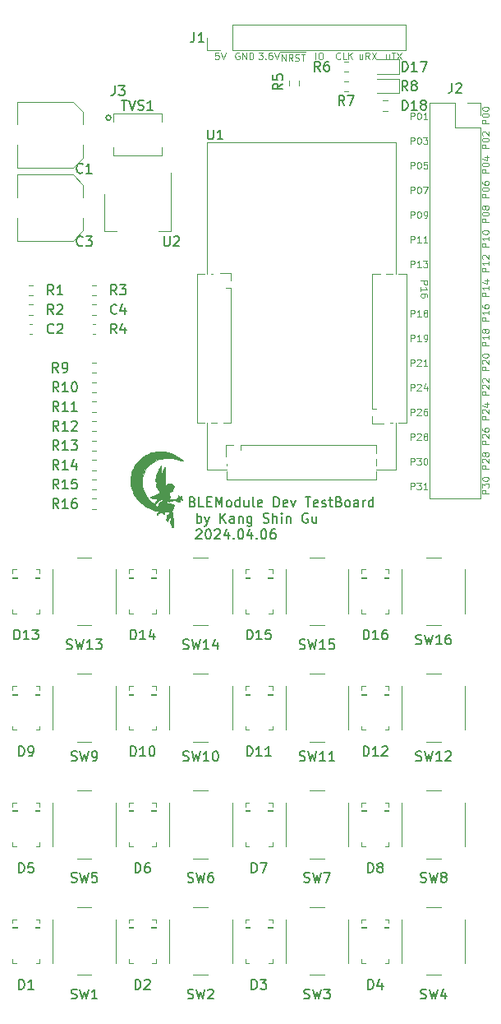
<source format=gbr>
%TF.GenerationSoftware,KiCad,Pcbnew,(5.1.10)-1*%
%TF.CreationDate,2024-04-06T16:28:10+09:00*%
%TF.ProjectId,KiCAD_BLEModuleDevTestBoard,4b694341-445f-4424-9c45-4d6f64756c65,rev?*%
%TF.SameCoordinates,Original*%
%TF.FileFunction,Legend,Top*%
%TF.FilePolarity,Positive*%
%FSLAX46Y46*%
G04 Gerber Fmt 4.6, Leading zero omitted, Abs format (unit mm)*
G04 Created by KiCad (PCBNEW (5.1.10)-1) date 2024-04-06 16:28:10*
%MOMM*%
%LPD*%
G01*
G04 APERTURE LIST*
%ADD10C,0.150000*%
%ADD11C,0.100000*%
%ADD12C,0.010000*%
%ADD13C,0.120000*%
%ADD14C,0.200000*%
G04 APERTURE END LIST*
D10*
X142668928Y-93778571D02*
X142811785Y-93826190D01*
X142859404Y-93873809D01*
X142907023Y-93969047D01*
X142907023Y-94111904D01*
X142859404Y-94207142D01*
X142811785Y-94254761D01*
X142716547Y-94302380D01*
X142335595Y-94302380D01*
X142335595Y-93302380D01*
X142668928Y-93302380D01*
X142764166Y-93350000D01*
X142811785Y-93397619D01*
X142859404Y-93492857D01*
X142859404Y-93588095D01*
X142811785Y-93683333D01*
X142764166Y-93730952D01*
X142668928Y-93778571D01*
X142335595Y-93778571D01*
X143811785Y-94302380D02*
X143335595Y-94302380D01*
X143335595Y-93302380D01*
X144145119Y-93778571D02*
X144478452Y-93778571D01*
X144621309Y-94302380D02*
X144145119Y-94302380D01*
X144145119Y-93302380D01*
X144621309Y-93302380D01*
X145049880Y-94302380D02*
X145049880Y-93302380D01*
X145383214Y-94016666D01*
X145716547Y-93302380D01*
X145716547Y-94302380D01*
X146335595Y-94302380D02*
X146240357Y-94254761D01*
X146192738Y-94207142D01*
X146145119Y-94111904D01*
X146145119Y-93826190D01*
X146192738Y-93730952D01*
X146240357Y-93683333D01*
X146335595Y-93635714D01*
X146478452Y-93635714D01*
X146573690Y-93683333D01*
X146621309Y-93730952D01*
X146668928Y-93826190D01*
X146668928Y-94111904D01*
X146621309Y-94207142D01*
X146573690Y-94254761D01*
X146478452Y-94302380D01*
X146335595Y-94302380D01*
X147526071Y-94302380D02*
X147526071Y-93302380D01*
X147526071Y-94254761D02*
X147430833Y-94302380D01*
X147240357Y-94302380D01*
X147145119Y-94254761D01*
X147097500Y-94207142D01*
X147049880Y-94111904D01*
X147049880Y-93826190D01*
X147097500Y-93730952D01*
X147145119Y-93683333D01*
X147240357Y-93635714D01*
X147430833Y-93635714D01*
X147526071Y-93683333D01*
X148430833Y-93635714D02*
X148430833Y-94302380D01*
X148002261Y-93635714D02*
X148002261Y-94159523D01*
X148049880Y-94254761D01*
X148145119Y-94302380D01*
X148287976Y-94302380D01*
X148383214Y-94254761D01*
X148430833Y-94207142D01*
X149049880Y-94302380D02*
X148954642Y-94254761D01*
X148907023Y-94159523D01*
X148907023Y-93302380D01*
X149811785Y-94254761D02*
X149716547Y-94302380D01*
X149526071Y-94302380D01*
X149430833Y-94254761D01*
X149383214Y-94159523D01*
X149383214Y-93778571D01*
X149430833Y-93683333D01*
X149526071Y-93635714D01*
X149716547Y-93635714D01*
X149811785Y-93683333D01*
X149859404Y-93778571D01*
X149859404Y-93873809D01*
X149383214Y-93969047D01*
X151049880Y-94302380D02*
X151049880Y-93302380D01*
X151287976Y-93302380D01*
X151430833Y-93350000D01*
X151526071Y-93445238D01*
X151573690Y-93540476D01*
X151621309Y-93730952D01*
X151621309Y-93873809D01*
X151573690Y-94064285D01*
X151526071Y-94159523D01*
X151430833Y-94254761D01*
X151287976Y-94302380D01*
X151049880Y-94302380D01*
X152430833Y-94254761D02*
X152335595Y-94302380D01*
X152145119Y-94302380D01*
X152049880Y-94254761D01*
X152002261Y-94159523D01*
X152002261Y-93778571D01*
X152049880Y-93683333D01*
X152145119Y-93635714D01*
X152335595Y-93635714D01*
X152430833Y-93683333D01*
X152478452Y-93778571D01*
X152478452Y-93873809D01*
X152002261Y-93969047D01*
X152811785Y-93635714D02*
X153049880Y-94302380D01*
X153287976Y-93635714D01*
X154287976Y-93302380D02*
X154859404Y-93302380D01*
X154573690Y-94302380D02*
X154573690Y-93302380D01*
X155573690Y-94254761D02*
X155478452Y-94302380D01*
X155287976Y-94302380D01*
X155192738Y-94254761D01*
X155145119Y-94159523D01*
X155145119Y-93778571D01*
X155192738Y-93683333D01*
X155287976Y-93635714D01*
X155478452Y-93635714D01*
X155573690Y-93683333D01*
X155621309Y-93778571D01*
X155621309Y-93873809D01*
X155145119Y-93969047D01*
X156002261Y-94254761D02*
X156097500Y-94302380D01*
X156287976Y-94302380D01*
X156383214Y-94254761D01*
X156430833Y-94159523D01*
X156430833Y-94111904D01*
X156383214Y-94016666D01*
X156287976Y-93969047D01*
X156145119Y-93969047D01*
X156049880Y-93921428D01*
X156002261Y-93826190D01*
X156002261Y-93778571D01*
X156049880Y-93683333D01*
X156145119Y-93635714D01*
X156287976Y-93635714D01*
X156383214Y-93683333D01*
X156716547Y-93635714D02*
X157097500Y-93635714D01*
X156859404Y-93302380D02*
X156859404Y-94159523D01*
X156907023Y-94254761D01*
X157002261Y-94302380D01*
X157097500Y-94302380D01*
X157764166Y-93778571D02*
X157907023Y-93826190D01*
X157954642Y-93873809D01*
X158002261Y-93969047D01*
X158002261Y-94111904D01*
X157954642Y-94207142D01*
X157907023Y-94254761D01*
X157811785Y-94302380D01*
X157430833Y-94302380D01*
X157430833Y-93302380D01*
X157764166Y-93302380D01*
X157859404Y-93350000D01*
X157907023Y-93397619D01*
X157954642Y-93492857D01*
X157954642Y-93588095D01*
X157907023Y-93683333D01*
X157859404Y-93730952D01*
X157764166Y-93778571D01*
X157430833Y-93778571D01*
X158573690Y-94302380D02*
X158478452Y-94254761D01*
X158430833Y-94207142D01*
X158383214Y-94111904D01*
X158383214Y-93826190D01*
X158430833Y-93730952D01*
X158478452Y-93683333D01*
X158573690Y-93635714D01*
X158716547Y-93635714D01*
X158811785Y-93683333D01*
X158859404Y-93730952D01*
X158907023Y-93826190D01*
X158907023Y-94111904D01*
X158859404Y-94207142D01*
X158811785Y-94254761D01*
X158716547Y-94302380D01*
X158573690Y-94302380D01*
X159764166Y-94302380D02*
X159764166Y-93778571D01*
X159716547Y-93683333D01*
X159621309Y-93635714D01*
X159430833Y-93635714D01*
X159335595Y-93683333D01*
X159764166Y-94254761D02*
X159668928Y-94302380D01*
X159430833Y-94302380D01*
X159335595Y-94254761D01*
X159287976Y-94159523D01*
X159287976Y-94064285D01*
X159335595Y-93969047D01*
X159430833Y-93921428D01*
X159668928Y-93921428D01*
X159764166Y-93873809D01*
X160240357Y-94302380D02*
X160240357Y-93635714D01*
X160240357Y-93826190D02*
X160287976Y-93730952D01*
X160335595Y-93683333D01*
X160430833Y-93635714D01*
X160526071Y-93635714D01*
X161287976Y-94302380D02*
X161287976Y-93302380D01*
X161287976Y-94254761D02*
X161192738Y-94302380D01*
X161002261Y-94302380D01*
X160907023Y-94254761D01*
X160859404Y-94207142D01*
X160811785Y-94111904D01*
X160811785Y-93826190D01*
X160859404Y-93730952D01*
X160907023Y-93683333D01*
X161002261Y-93635714D01*
X161192738Y-93635714D01*
X161287976Y-93683333D01*
X143097500Y-95952380D02*
X143097500Y-94952380D01*
X143097500Y-95333333D02*
X143192738Y-95285714D01*
X143383214Y-95285714D01*
X143478452Y-95333333D01*
X143526071Y-95380952D01*
X143573690Y-95476190D01*
X143573690Y-95761904D01*
X143526071Y-95857142D01*
X143478452Y-95904761D01*
X143383214Y-95952380D01*
X143192738Y-95952380D01*
X143097500Y-95904761D01*
X143907023Y-95285714D02*
X144145119Y-95952380D01*
X144383214Y-95285714D02*
X144145119Y-95952380D01*
X144049880Y-96190476D01*
X144002261Y-96238095D01*
X143907023Y-96285714D01*
X145526071Y-95952380D02*
X145526071Y-94952380D01*
X146097500Y-95952380D02*
X145668928Y-95380952D01*
X146097500Y-94952380D02*
X145526071Y-95523809D01*
X146954642Y-95952380D02*
X146954642Y-95428571D01*
X146907023Y-95333333D01*
X146811785Y-95285714D01*
X146621309Y-95285714D01*
X146526071Y-95333333D01*
X146954642Y-95904761D02*
X146859404Y-95952380D01*
X146621309Y-95952380D01*
X146526071Y-95904761D01*
X146478452Y-95809523D01*
X146478452Y-95714285D01*
X146526071Y-95619047D01*
X146621309Y-95571428D01*
X146859404Y-95571428D01*
X146954642Y-95523809D01*
X147430833Y-95285714D02*
X147430833Y-95952380D01*
X147430833Y-95380952D02*
X147478452Y-95333333D01*
X147573690Y-95285714D01*
X147716547Y-95285714D01*
X147811785Y-95333333D01*
X147859404Y-95428571D01*
X147859404Y-95952380D01*
X148764166Y-95285714D02*
X148764166Y-96095238D01*
X148716547Y-96190476D01*
X148668928Y-96238095D01*
X148573690Y-96285714D01*
X148430833Y-96285714D01*
X148335595Y-96238095D01*
X148764166Y-95904761D02*
X148668928Y-95952380D01*
X148478452Y-95952380D01*
X148383214Y-95904761D01*
X148335595Y-95857142D01*
X148287976Y-95761904D01*
X148287976Y-95476190D01*
X148335595Y-95380952D01*
X148383214Y-95333333D01*
X148478452Y-95285714D01*
X148668928Y-95285714D01*
X148764166Y-95333333D01*
X149954642Y-95904761D02*
X150097500Y-95952380D01*
X150335595Y-95952380D01*
X150430833Y-95904761D01*
X150478452Y-95857142D01*
X150526071Y-95761904D01*
X150526071Y-95666666D01*
X150478452Y-95571428D01*
X150430833Y-95523809D01*
X150335595Y-95476190D01*
X150145119Y-95428571D01*
X150049880Y-95380952D01*
X150002261Y-95333333D01*
X149954642Y-95238095D01*
X149954642Y-95142857D01*
X150002261Y-95047619D01*
X150049880Y-95000000D01*
X150145119Y-94952380D01*
X150383214Y-94952380D01*
X150526071Y-95000000D01*
X150954642Y-95952380D02*
X150954642Y-94952380D01*
X151383214Y-95952380D02*
X151383214Y-95428571D01*
X151335595Y-95333333D01*
X151240357Y-95285714D01*
X151097500Y-95285714D01*
X151002261Y-95333333D01*
X150954642Y-95380952D01*
X151859404Y-95952380D02*
X151859404Y-95285714D01*
X151859404Y-94952380D02*
X151811785Y-95000000D01*
X151859404Y-95047619D01*
X151907023Y-95000000D01*
X151859404Y-94952380D01*
X151859404Y-95047619D01*
X152335595Y-95285714D02*
X152335595Y-95952380D01*
X152335595Y-95380952D02*
X152383214Y-95333333D01*
X152478452Y-95285714D01*
X152621309Y-95285714D01*
X152716547Y-95333333D01*
X152764166Y-95428571D01*
X152764166Y-95952380D01*
X154526071Y-95000000D02*
X154430833Y-94952380D01*
X154287976Y-94952380D01*
X154145119Y-95000000D01*
X154049880Y-95095238D01*
X154002261Y-95190476D01*
X153954642Y-95380952D01*
X153954642Y-95523809D01*
X154002261Y-95714285D01*
X154049880Y-95809523D01*
X154145119Y-95904761D01*
X154287976Y-95952380D01*
X154383214Y-95952380D01*
X154526071Y-95904761D01*
X154573690Y-95857142D01*
X154573690Y-95523809D01*
X154383214Y-95523809D01*
X155430833Y-95285714D02*
X155430833Y-95952380D01*
X155002261Y-95285714D02*
X155002261Y-95809523D01*
X155049880Y-95904761D01*
X155145119Y-95952380D01*
X155287976Y-95952380D01*
X155383214Y-95904761D01*
X155430833Y-95857142D01*
X143049880Y-96697619D02*
X143097500Y-96650000D01*
X143192738Y-96602380D01*
X143430833Y-96602380D01*
X143526071Y-96650000D01*
X143573690Y-96697619D01*
X143621309Y-96792857D01*
X143621309Y-96888095D01*
X143573690Y-97030952D01*
X143002261Y-97602380D01*
X143621309Y-97602380D01*
X144240357Y-96602380D02*
X144335595Y-96602380D01*
X144430833Y-96650000D01*
X144478452Y-96697619D01*
X144526071Y-96792857D01*
X144573690Y-96983333D01*
X144573690Y-97221428D01*
X144526071Y-97411904D01*
X144478452Y-97507142D01*
X144430833Y-97554761D01*
X144335595Y-97602380D01*
X144240357Y-97602380D01*
X144145119Y-97554761D01*
X144097500Y-97507142D01*
X144049880Y-97411904D01*
X144002261Y-97221428D01*
X144002261Y-96983333D01*
X144049880Y-96792857D01*
X144097500Y-96697619D01*
X144145119Y-96650000D01*
X144240357Y-96602380D01*
X144954642Y-96697619D02*
X145002261Y-96650000D01*
X145097500Y-96602380D01*
X145335595Y-96602380D01*
X145430833Y-96650000D01*
X145478452Y-96697619D01*
X145526071Y-96792857D01*
X145526071Y-96888095D01*
X145478452Y-97030952D01*
X144907023Y-97602380D01*
X145526071Y-97602380D01*
X146383214Y-96935714D02*
X146383214Y-97602380D01*
X146145119Y-96554761D02*
X145907023Y-97269047D01*
X146526071Y-97269047D01*
X146907023Y-97507142D02*
X146954642Y-97554761D01*
X146907023Y-97602380D01*
X146859404Y-97554761D01*
X146907023Y-97507142D01*
X146907023Y-97602380D01*
X147573690Y-96602380D02*
X147668928Y-96602380D01*
X147764166Y-96650000D01*
X147811785Y-96697619D01*
X147859404Y-96792857D01*
X147907023Y-96983333D01*
X147907023Y-97221428D01*
X147859404Y-97411904D01*
X147811785Y-97507142D01*
X147764166Y-97554761D01*
X147668928Y-97602380D01*
X147573690Y-97602380D01*
X147478452Y-97554761D01*
X147430833Y-97507142D01*
X147383214Y-97411904D01*
X147335595Y-97221428D01*
X147335595Y-96983333D01*
X147383214Y-96792857D01*
X147430833Y-96697619D01*
X147478452Y-96650000D01*
X147573690Y-96602380D01*
X148764166Y-96935714D02*
X148764166Y-97602380D01*
X148526071Y-96554761D02*
X148287976Y-97269047D01*
X148907023Y-97269047D01*
X149287976Y-97507142D02*
X149335595Y-97554761D01*
X149287976Y-97602380D01*
X149240357Y-97554761D01*
X149287976Y-97507142D01*
X149287976Y-97602380D01*
X149954642Y-96602380D02*
X150049880Y-96602380D01*
X150145119Y-96650000D01*
X150192738Y-96697619D01*
X150240357Y-96792857D01*
X150287976Y-96983333D01*
X150287976Y-97221428D01*
X150240357Y-97411904D01*
X150192738Y-97507142D01*
X150145119Y-97554761D01*
X150049880Y-97602380D01*
X149954642Y-97602380D01*
X149859404Y-97554761D01*
X149811785Y-97507142D01*
X149764166Y-97411904D01*
X149716547Y-97221428D01*
X149716547Y-96983333D01*
X149764166Y-96792857D01*
X149811785Y-96697619D01*
X149859404Y-96650000D01*
X149954642Y-96602380D01*
X151145119Y-96602380D02*
X150954642Y-96602380D01*
X150859404Y-96650000D01*
X150811785Y-96697619D01*
X150716547Y-96840476D01*
X150668928Y-97030952D01*
X150668928Y-97411904D01*
X150716547Y-97507142D01*
X150764166Y-97554761D01*
X150859404Y-97602380D01*
X151049880Y-97602380D01*
X151145119Y-97554761D01*
X151192738Y-97507142D01*
X151240357Y-97411904D01*
X151240357Y-97173809D01*
X151192738Y-97078571D01*
X151145119Y-97030952D01*
X151049880Y-96983333D01*
X150859404Y-96983333D01*
X150764166Y-97030952D01*
X150716547Y-97078571D01*
X150668928Y-97173809D01*
D11*
X173216666Y-75170000D02*
X172516666Y-75170000D01*
X172516666Y-74903333D01*
X172550000Y-74836666D01*
X172583333Y-74803333D01*
X172650000Y-74770000D01*
X172750000Y-74770000D01*
X172816666Y-74803333D01*
X172850000Y-74836666D01*
X172883333Y-74903333D01*
X172883333Y-75170000D01*
X173216666Y-74103333D02*
X173216666Y-74503333D01*
X173216666Y-74303333D02*
X172516666Y-74303333D01*
X172616666Y-74370000D01*
X172683333Y-74436666D01*
X172716666Y-74503333D01*
X172516666Y-73503333D02*
X172516666Y-73636666D01*
X172550000Y-73703333D01*
X172583333Y-73736666D01*
X172683333Y-73803333D01*
X172816666Y-73836666D01*
X173083333Y-73836666D01*
X173150000Y-73803333D01*
X173183333Y-73770000D01*
X173216666Y-73703333D01*
X173216666Y-73570000D01*
X173183333Y-73503333D01*
X173150000Y-73470000D01*
X173083333Y-73436666D01*
X172916666Y-73436666D01*
X172850000Y-73470000D01*
X172816666Y-73503333D01*
X172783333Y-73570000D01*
X172783333Y-73703333D01*
X172816666Y-73770000D01*
X172850000Y-73803333D01*
X172916666Y-73836666D01*
X173216666Y-65010000D02*
X172516666Y-65010000D01*
X172516666Y-64743333D01*
X172550000Y-64676666D01*
X172583333Y-64643333D01*
X172650000Y-64610000D01*
X172750000Y-64610000D01*
X172816666Y-64643333D01*
X172850000Y-64676666D01*
X172883333Y-64743333D01*
X172883333Y-65010000D01*
X172516666Y-64176666D02*
X172516666Y-64110000D01*
X172550000Y-64043333D01*
X172583333Y-64010000D01*
X172650000Y-63976666D01*
X172783333Y-63943333D01*
X172950000Y-63943333D01*
X173083333Y-63976666D01*
X173150000Y-64010000D01*
X173183333Y-64043333D01*
X173216666Y-64110000D01*
X173216666Y-64176666D01*
X173183333Y-64243333D01*
X173150000Y-64276666D01*
X173083333Y-64310000D01*
X172950000Y-64343333D01*
X172783333Y-64343333D01*
X172650000Y-64310000D01*
X172583333Y-64276666D01*
X172550000Y-64243333D01*
X172516666Y-64176666D01*
X172816666Y-63543333D02*
X172783333Y-63610000D01*
X172750000Y-63643333D01*
X172683333Y-63676666D01*
X172650000Y-63676666D01*
X172583333Y-63643333D01*
X172550000Y-63610000D01*
X172516666Y-63543333D01*
X172516666Y-63410000D01*
X172550000Y-63343333D01*
X172583333Y-63310000D01*
X172650000Y-63276666D01*
X172683333Y-63276666D01*
X172750000Y-63310000D01*
X172783333Y-63343333D01*
X172816666Y-63410000D01*
X172816666Y-63543333D01*
X172850000Y-63610000D01*
X172883333Y-63643333D01*
X172950000Y-63676666D01*
X173083333Y-63676666D01*
X173150000Y-63643333D01*
X173183333Y-63610000D01*
X173216666Y-63543333D01*
X173216666Y-63410000D01*
X173183333Y-63343333D01*
X173150000Y-63310000D01*
X173083333Y-63276666D01*
X172950000Y-63276666D01*
X172883333Y-63310000D01*
X172850000Y-63343333D01*
X172816666Y-63410000D01*
X173216666Y-82790000D02*
X172516666Y-82790000D01*
X172516666Y-82523333D01*
X172550000Y-82456666D01*
X172583333Y-82423333D01*
X172650000Y-82390000D01*
X172750000Y-82390000D01*
X172816666Y-82423333D01*
X172850000Y-82456666D01*
X172883333Y-82523333D01*
X172883333Y-82790000D01*
X172583333Y-82123333D02*
X172550000Y-82090000D01*
X172516666Y-82023333D01*
X172516666Y-81856666D01*
X172550000Y-81790000D01*
X172583333Y-81756666D01*
X172650000Y-81723333D01*
X172716666Y-81723333D01*
X172816666Y-81756666D01*
X173216666Y-82156666D01*
X173216666Y-81723333D01*
X172583333Y-81456666D02*
X172550000Y-81423333D01*
X172516666Y-81356666D01*
X172516666Y-81190000D01*
X172550000Y-81123333D01*
X172583333Y-81090000D01*
X172650000Y-81056666D01*
X172716666Y-81056666D01*
X172816666Y-81090000D01*
X173216666Y-81490000D01*
X173216666Y-81056666D01*
X173216666Y-80250000D02*
X172516666Y-80250000D01*
X172516666Y-79983333D01*
X172550000Y-79916666D01*
X172583333Y-79883333D01*
X172650000Y-79850000D01*
X172750000Y-79850000D01*
X172816666Y-79883333D01*
X172850000Y-79916666D01*
X172883333Y-79983333D01*
X172883333Y-80250000D01*
X172583333Y-79583333D02*
X172550000Y-79550000D01*
X172516666Y-79483333D01*
X172516666Y-79316666D01*
X172550000Y-79250000D01*
X172583333Y-79216666D01*
X172650000Y-79183333D01*
X172716666Y-79183333D01*
X172816666Y-79216666D01*
X173216666Y-79616666D01*
X173216666Y-79183333D01*
X172516666Y-78750000D02*
X172516666Y-78683333D01*
X172550000Y-78616666D01*
X172583333Y-78583333D01*
X172650000Y-78550000D01*
X172783333Y-78516666D01*
X172950000Y-78516666D01*
X173083333Y-78550000D01*
X173150000Y-78583333D01*
X173183333Y-78616666D01*
X173216666Y-78683333D01*
X173216666Y-78750000D01*
X173183333Y-78816666D01*
X173150000Y-78850000D01*
X173083333Y-78883333D01*
X172950000Y-78916666D01*
X172783333Y-78916666D01*
X172650000Y-78883333D01*
X172583333Y-78850000D01*
X172550000Y-78816666D01*
X172516666Y-78750000D01*
X173216666Y-67550000D02*
X172516666Y-67550000D01*
X172516666Y-67283333D01*
X172550000Y-67216666D01*
X172583333Y-67183333D01*
X172650000Y-67150000D01*
X172750000Y-67150000D01*
X172816666Y-67183333D01*
X172850000Y-67216666D01*
X172883333Y-67283333D01*
X172883333Y-67550000D01*
X173216666Y-66483333D02*
X173216666Y-66883333D01*
X173216666Y-66683333D02*
X172516666Y-66683333D01*
X172616666Y-66750000D01*
X172683333Y-66816666D01*
X172716666Y-66883333D01*
X172516666Y-66050000D02*
X172516666Y-65983333D01*
X172550000Y-65916666D01*
X172583333Y-65883333D01*
X172650000Y-65850000D01*
X172783333Y-65816666D01*
X172950000Y-65816666D01*
X173083333Y-65850000D01*
X173150000Y-65883333D01*
X173183333Y-65916666D01*
X173216666Y-65983333D01*
X173216666Y-66050000D01*
X173183333Y-66116666D01*
X173150000Y-66150000D01*
X173083333Y-66183333D01*
X172950000Y-66216666D01*
X172783333Y-66216666D01*
X172650000Y-66183333D01*
X172583333Y-66150000D01*
X172550000Y-66116666D01*
X172516666Y-66050000D01*
X173216666Y-87870000D02*
X172516666Y-87870000D01*
X172516666Y-87603333D01*
X172550000Y-87536666D01*
X172583333Y-87503333D01*
X172650000Y-87470000D01*
X172750000Y-87470000D01*
X172816666Y-87503333D01*
X172850000Y-87536666D01*
X172883333Y-87603333D01*
X172883333Y-87870000D01*
X172583333Y-87203333D02*
X172550000Y-87170000D01*
X172516666Y-87103333D01*
X172516666Y-86936666D01*
X172550000Y-86870000D01*
X172583333Y-86836666D01*
X172650000Y-86803333D01*
X172716666Y-86803333D01*
X172816666Y-86836666D01*
X173216666Y-87236666D01*
X173216666Y-86803333D01*
X172516666Y-86203333D02*
X172516666Y-86336666D01*
X172550000Y-86403333D01*
X172583333Y-86436666D01*
X172683333Y-86503333D01*
X172816666Y-86536666D01*
X173083333Y-86536666D01*
X173150000Y-86503333D01*
X173183333Y-86470000D01*
X173216666Y-86403333D01*
X173216666Y-86270000D01*
X173183333Y-86203333D01*
X173150000Y-86170000D01*
X173083333Y-86136666D01*
X172916666Y-86136666D01*
X172850000Y-86170000D01*
X172816666Y-86203333D01*
X172783333Y-86270000D01*
X172783333Y-86403333D01*
X172816666Y-86470000D01*
X172850000Y-86503333D01*
X172916666Y-86536666D01*
X173216666Y-92950000D02*
X172516666Y-92950000D01*
X172516666Y-92683333D01*
X172550000Y-92616666D01*
X172583333Y-92583333D01*
X172650000Y-92550000D01*
X172750000Y-92550000D01*
X172816666Y-92583333D01*
X172850000Y-92616666D01*
X172883333Y-92683333D01*
X172883333Y-92950000D01*
X172516666Y-92316666D02*
X172516666Y-91883333D01*
X172783333Y-92116666D01*
X172783333Y-92016666D01*
X172816666Y-91950000D01*
X172850000Y-91916666D01*
X172916666Y-91883333D01*
X173083333Y-91883333D01*
X173150000Y-91916666D01*
X173183333Y-91950000D01*
X173216666Y-92016666D01*
X173216666Y-92216666D01*
X173183333Y-92283333D01*
X173150000Y-92316666D01*
X172516666Y-91450000D02*
X172516666Y-91383333D01*
X172550000Y-91316666D01*
X172583333Y-91283333D01*
X172650000Y-91250000D01*
X172783333Y-91216666D01*
X172950000Y-91216666D01*
X173083333Y-91250000D01*
X173150000Y-91283333D01*
X173183333Y-91316666D01*
X173216666Y-91383333D01*
X173216666Y-91450000D01*
X173183333Y-91516666D01*
X173150000Y-91550000D01*
X173083333Y-91583333D01*
X172950000Y-91616666D01*
X172783333Y-91616666D01*
X172650000Y-91583333D01*
X172583333Y-91550000D01*
X172550000Y-91516666D01*
X172516666Y-91450000D01*
X173216666Y-90410000D02*
X172516666Y-90410000D01*
X172516666Y-90143333D01*
X172550000Y-90076666D01*
X172583333Y-90043333D01*
X172650000Y-90010000D01*
X172750000Y-90010000D01*
X172816666Y-90043333D01*
X172850000Y-90076666D01*
X172883333Y-90143333D01*
X172883333Y-90410000D01*
X172583333Y-89743333D02*
X172550000Y-89710000D01*
X172516666Y-89643333D01*
X172516666Y-89476666D01*
X172550000Y-89410000D01*
X172583333Y-89376666D01*
X172650000Y-89343333D01*
X172716666Y-89343333D01*
X172816666Y-89376666D01*
X173216666Y-89776666D01*
X173216666Y-89343333D01*
X172816666Y-88943333D02*
X172783333Y-89010000D01*
X172750000Y-89043333D01*
X172683333Y-89076666D01*
X172650000Y-89076666D01*
X172583333Y-89043333D01*
X172550000Y-89010000D01*
X172516666Y-88943333D01*
X172516666Y-88810000D01*
X172550000Y-88743333D01*
X172583333Y-88710000D01*
X172650000Y-88676666D01*
X172683333Y-88676666D01*
X172750000Y-88710000D01*
X172783333Y-88743333D01*
X172816666Y-88810000D01*
X172816666Y-88943333D01*
X172850000Y-89010000D01*
X172883333Y-89043333D01*
X172950000Y-89076666D01*
X173083333Y-89076666D01*
X173150000Y-89043333D01*
X173183333Y-89010000D01*
X173216666Y-88943333D01*
X173216666Y-88810000D01*
X173183333Y-88743333D01*
X173150000Y-88710000D01*
X173083333Y-88676666D01*
X172950000Y-88676666D01*
X172883333Y-88710000D01*
X172850000Y-88743333D01*
X172816666Y-88810000D01*
X173216666Y-77710000D02*
X172516666Y-77710000D01*
X172516666Y-77443333D01*
X172550000Y-77376666D01*
X172583333Y-77343333D01*
X172650000Y-77310000D01*
X172750000Y-77310000D01*
X172816666Y-77343333D01*
X172850000Y-77376666D01*
X172883333Y-77443333D01*
X172883333Y-77710000D01*
X173216666Y-76643333D02*
X173216666Y-77043333D01*
X173216666Y-76843333D02*
X172516666Y-76843333D01*
X172616666Y-76910000D01*
X172683333Y-76976666D01*
X172716666Y-77043333D01*
X172816666Y-76243333D02*
X172783333Y-76310000D01*
X172750000Y-76343333D01*
X172683333Y-76376666D01*
X172650000Y-76376666D01*
X172583333Y-76343333D01*
X172550000Y-76310000D01*
X172516666Y-76243333D01*
X172516666Y-76110000D01*
X172550000Y-76043333D01*
X172583333Y-76010000D01*
X172650000Y-75976666D01*
X172683333Y-75976666D01*
X172750000Y-76010000D01*
X172783333Y-76043333D01*
X172816666Y-76110000D01*
X172816666Y-76243333D01*
X172850000Y-76310000D01*
X172883333Y-76343333D01*
X172950000Y-76376666D01*
X173083333Y-76376666D01*
X173150000Y-76343333D01*
X173183333Y-76310000D01*
X173216666Y-76243333D01*
X173216666Y-76110000D01*
X173183333Y-76043333D01*
X173150000Y-76010000D01*
X173083333Y-75976666D01*
X172950000Y-75976666D01*
X172883333Y-76010000D01*
X172850000Y-76043333D01*
X172816666Y-76110000D01*
X173216666Y-54850000D02*
X172516666Y-54850000D01*
X172516666Y-54583333D01*
X172550000Y-54516666D01*
X172583333Y-54483333D01*
X172650000Y-54450000D01*
X172750000Y-54450000D01*
X172816666Y-54483333D01*
X172850000Y-54516666D01*
X172883333Y-54583333D01*
X172883333Y-54850000D01*
X172516666Y-54016666D02*
X172516666Y-53950000D01*
X172550000Y-53883333D01*
X172583333Y-53850000D01*
X172650000Y-53816666D01*
X172783333Y-53783333D01*
X172950000Y-53783333D01*
X173083333Y-53816666D01*
X173150000Y-53850000D01*
X173183333Y-53883333D01*
X173216666Y-53950000D01*
X173216666Y-54016666D01*
X173183333Y-54083333D01*
X173150000Y-54116666D01*
X173083333Y-54150000D01*
X172950000Y-54183333D01*
X172783333Y-54183333D01*
X172650000Y-54150000D01*
X172583333Y-54116666D01*
X172550000Y-54083333D01*
X172516666Y-54016666D01*
X172516666Y-53350000D02*
X172516666Y-53283333D01*
X172550000Y-53216666D01*
X172583333Y-53183333D01*
X172650000Y-53150000D01*
X172783333Y-53116666D01*
X172950000Y-53116666D01*
X173083333Y-53150000D01*
X173150000Y-53183333D01*
X173183333Y-53216666D01*
X173216666Y-53283333D01*
X173216666Y-53350000D01*
X173183333Y-53416666D01*
X173150000Y-53450000D01*
X173083333Y-53483333D01*
X172950000Y-53516666D01*
X172783333Y-53516666D01*
X172650000Y-53483333D01*
X172583333Y-53450000D01*
X172550000Y-53416666D01*
X172516666Y-53350000D01*
X173216666Y-59930000D02*
X172516666Y-59930000D01*
X172516666Y-59663333D01*
X172550000Y-59596666D01*
X172583333Y-59563333D01*
X172650000Y-59530000D01*
X172750000Y-59530000D01*
X172816666Y-59563333D01*
X172850000Y-59596666D01*
X172883333Y-59663333D01*
X172883333Y-59930000D01*
X172516666Y-59096666D02*
X172516666Y-59030000D01*
X172550000Y-58963333D01*
X172583333Y-58930000D01*
X172650000Y-58896666D01*
X172783333Y-58863333D01*
X172950000Y-58863333D01*
X173083333Y-58896666D01*
X173150000Y-58930000D01*
X173183333Y-58963333D01*
X173216666Y-59030000D01*
X173216666Y-59096666D01*
X173183333Y-59163333D01*
X173150000Y-59196666D01*
X173083333Y-59230000D01*
X172950000Y-59263333D01*
X172783333Y-59263333D01*
X172650000Y-59230000D01*
X172583333Y-59196666D01*
X172550000Y-59163333D01*
X172516666Y-59096666D01*
X172750000Y-58263333D02*
X173216666Y-58263333D01*
X172483333Y-58430000D02*
X172983333Y-58596666D01*
X172983333Y-58163333D01*
X173216666Y-62470000D02*
X172516666Y-62470000D01*
X172516666Y-62203333D01*
X172550000Y-62136666D01*
X172583333Y-62103333D01*
X172650000Y-62070000D01*
X172750000Y-62070000D01*
X172816666Y-62103333D01*
X172850000Y-62136666D01*
X172883333Y-62203333D01*
X172883333Y-62470000D01*
X172516666Y-61636666D02*
X172516666Y-61570000D01*
X172550000Y-61503333D01*
X172583333Y-61470000D01*
X172650000Y-61436666D01*
X172783333Y-61403333D01*
X172950000Y-61403333D01*
X173083333Y-61436666D01*
X173150000Y-61470000D01*
X173183333Y-61503333D01*
X173216666Y-61570000D01*
X173216666Y-61636666D01*
X173183333Y-61703333D01*
X173150000Y-61736666D01*
X173083333Y-61770000D01*
X172950000Y-61803333D01*
X172783333Y-61803333D01*
X172650000Y-61770000D01*
X172583333Y-61736666D01*
X172550000Y-61703333D01*
X172516666Y-61636666D01*
X172516666Y-60803333D02*
X172516666Y-60936666D01*
X172550000Y-61003333D01*
X172583333Y-61036666D01*
X172683333Y-61103333D01*
X172816666Y-61136666D01*
X173083333Y-61136666D01*
X173150000Y-61103333D01*
X173183333Y-61070000D01*
X173216666Y-61003333D01*
X173216666Y-60870000D01*
X173183333Y-60803333D01*
X173150000Y-60770000D01*
X173083333Y-60736666D01*
X172916666Y-60736666D01*
X172850000Y-60770000D01*
X172816666Y-60803333D01*
X172783333Y-60870000D01*
X172783333Y-61003333D01*
X172816666Y-61070000D01*
X172850000Y-61103333D01*
X172916666Y-61136666D01*
X173216666Y-70090000D02*
X172516666Y-70090000D01*
X172516666Y-69823333D01*
X172550000Y-69756666D01*
X172583333Y-69723333D01*
X172650000Y-69690000D01*
X172750000Y-69690000D01*
X172816666Y-69723333D01*
X172850000Y-69756666D01*
X172883333Y-69823333D01*
X172883333Y-70090000D01*
X173216666Y-69023333D02*
X173216666Y-69423333D01*
X173216666Y-69223333D02*
X172516666Y-69223333D01*
X172616666Y-69290000D01*
X172683333Y-69356666D01*
X172716666Y-69423333D01*
X172583333Y-68756666D02*
X172550000Y-68723333D01*
X172516666Y-68656666D01*
X172516666Y-68490000D01*
X172550000Y-68423333D01*
X172583333Y-68390000D01*
X172650000Y-68356666D01*
X172716666Y-68356666D01*
X172816666Y-68390000D01*
X173216666Y-68790000D01*
X173216666Y-68356666D01*
X173216666Y-85330000D02*
X172516666Y-85330000D01*
X172516666Y-85063333D01*
X172550000Y-84996666D01*
X172583333Y-84963333D01*
X172650000Y-84930000D01*
X172750000Y-84930000D01*
X172816666Y-84963333D01*
X172850000Y-84996666D01*
X172883333Y-85063333D01*
X172883333Y-85330000D01*
X172583333Y-84663333D02*
X172550000Y-84630000D01*
X172516666Y-84563333D01*
X172516666Y-84396666D01*
X172550000Y-84330000D01*
X172583333Y-84296666D01*
X172650000Y-84263333D01*
X172716666Y-84263333D01*
X172816666Y-84296666D01*
X173216666Y-84696666D01*
X173216666Y-84263333D01*
X172750000Y-83663333D02*
X173216666Y-83663333D01*
X172483333Y-83830000D02*
X172983333Y-83996666D01*
X172983333Y-83563333D01*
X173216666Y-72630000D02*
X172516666Y-72630000D01*
X172516666Y-72363333D01*
X172550000Y-72296666D01*
X172583333Y-72263333D01*
X172650000Y-72230000D01*
X172750000Y-72230000D01*
X172816666Y-72263333D01*
X172850000Y-72296666D01*
X172883333Y-72363333D01*
X172883333Y-72630000D01*
X173216666Y-71563333D02*
X173216666Y-71963333D01*
X173216666Y-71763333D02*
X172516666Y-71763333D01*
X172616666Y-71830000D01*
X172683333Y-71896666D01*
X172716666Y-71963333D01*
X172750000Y-70963333D02*
X173216666Y-70963333D01*
X172483333Y-71130000D02*
X172983333Y-71296666D01*
X172983333Y-70863333D01*
X173216666Y-57390000D02*
X172516666Y-57390000D01*
X172516666Y-57123333D01*
X172550000Y-57056666D01*
X172583333Y-57023333D01*
X172650000Y-56990000D01*
X172750000Y-56990000D01*
X172816666Y-57023333D01*
X172850000Y-57056666D01*
X172883333Y-57123333D01*
X172883333Y-57390000D01*
X172516666Y-56556666D02*
X172516666Y-56490000D01*
X172550000Y-56423333D01*
X172583333Y-56390000D01*
X172650000Y-56356666D01*
X172783333Y-56323333D01*
X172950000Y-56323333D01*
X173083333Y-56356666D01*
X173150000Y-56390000D01*
X173183333Y-56423333D01*
X173216666Y-56490000D01*
X173216666Y-56556666D01*
X173183333Y-56623333D01*
X173150000Y-56656666D01*
X173083333Y-56690000D01*
X172950000Y-56723333D01*
X172783333Y-56723333D01*
X172650000Y-56690000D01*
X172583333Y-56656666D01*
X172550000Y-56623333D01*
X172516666Y-56556666D01*
X172583333Y-56056666D02*
X172550000Y-56023333D01*
X172516666Y-55956666D01*
X172516666Y-55790000D01*
X172550000Y-55723333D01*
X172583333Y-55690000D01*
X172650000Y-55656666D01*
X172716666Y-55656666D01*
X172816666Y-55690000D01*
X173216666Y-56090000D01*
X173216666Y-55656666D01*
X165150000Y-92516666D02*
X165150000Y-91816666D01*
X165416666Y-91816666D01*
X165483333Y-91850000D01*
X165516666Y-91883333D01*
X165550000Y-91950000D01*
X165550000Y-92050000D01*
X165516666Y-92116666D01*
X165483333Y-92150000D01*
X165416666Y-92183333D01*
X165150000Y-92183333D01*
X165783333Y-91816666D02*
X166216666Y-91816666D01*
X165983333Y-92083333D01*
X166083333Y-92083333D01*
X166150000Y-92116666D01*
X166183333Y-92150000D01*
X166216666Y-92216666D01*
X166216666Y-92383333D01*
X166183333Y-92450000D01*
X166150000Y-92483333D01*
X166083333Y-92516666D01*
X165883333Y-92516666D01*
X165816666Y-92483333D01*
X165783333Y-92450000D01*
X166883333Y-92516666D02*
X166483333Y-92516666D01*
X166683333Y-92516666D02*
X166683333Y-91816666D01*
X166616666Y-91916666D01*
X166550000Y-91983333D01*
X166483333Y-92016666D01*
X165150000Y-89976666D02*
X165150000Y-89276666D01*
X165416666Y-89276666D01*
X165483333Y-89310000D01*
X165516666Y-89343333D01*
X165550000Y-89410000D01*
X165550000Y-89510000D01*
X165516666Y-89576666D01*
X165483333Y-89610000D01*
X165416666Y-89643333D01*
X165150000Y-89643333D01*
X165783333Y-89276666D02*
X166216666Y-89276666D01*
X165983333Y-89543333D01*
X166083333Y-89543333D01*
X166150000Y-89576666D01*
X166183333Y-89610000D01*
X166216666Y-89676666D01*
X166216666Y-89843333D01*
X166183333Y-89910000D01*
X166150000Y-89943333D01*
X166083333Y-89976666D01*
X165883333Y-89976666D01*
X165816666Y-89943333D01*
X165783333Y-89910000D01*
X166650000Y-89276666D02*
X166716666Y-89276666D01*
X166783333Y-89310000D01*
X166816666Y-89343333D01*
X166850000Y-89410000D01*
X166883333Y-89543333D01*
X166883333Y-89710000D01*
X166850000Y-89843333D01*
X166816666Y-89910000D01*
X166783333Y-89943333D01*
X166716666Y-89976666D01*
X166650000Y-89976666D01*
X166583333Y-89943333D01*
X166550000Y-89910000D01*
X166516666Y-89843333D01*
X166483333Y-89710000D01*
X166483333Y-89543333D01*
X166516666Y-89410000D01*
X166550000Y-89343333D01*
X166583333Y-89310000D01*
X166650000Y-89276666D01*
X165150000Y-87436666D02*
X165150000Y-86736666D01*
X165416666Y-86736666D01*
X165483333Y-86770000D01*
X165516666Y-86803333D01*
X165550000Y-86870000D01*
X165550000Y-86970000D01*
X165516666Y-87036666D01*
X165483333Y-87070000D01*
X165416666Y-87103333D01*
X165150000Y-87103333D01*
X165816666Y-86803333D02*
X165850000Y-86770000D01*
X165916666Y-86736666D01*
X166083333Y-86736666D01*
X166150000Y-86770000D01*
X166183333Y-86803333D01*
X166216666Y-86870000D01*
X166216666Y-86936666D01*
X166183333Y-87036666D01*
X165783333Y-87436666D01*
X166216666Y-87436666D01*
X166616666Y-87036666D02*
X166550000Y-87003333D01*
X166516666Y-86970000D01*
X166483333Y-86903333D01*
X166483333Y-86870000D01*
X166516666Y-86803333D01*
X166550000Y-86770000D01*
X166616666Y-86736666D01*
X166750000Y-86736666D01*
X166816666Y-86770000D01*
X166850000Y-86803333D01*
X166883333Y-86870000D01*
X166883333Y-86903333D01*
X166850000Y-86970000D01*
X166816666Y-87003333D01*
X166750000Y-87036666D01*
X166616666Y-87036666D01*
X166550000Y-87070000D01*
X166516666Y-87103333D01*
X166483333Y-87170000D01*
X166483333Y-87303333D01*
X166516666Y-87370000D01*
X166550000Y-87403333D01*
X166616666Y-87436666D01*
X166750000Y-87436666D01*
X166816666Y-87403333D01*
X166850000Y-87370000D01*
X166883333Y-87303333D01*
X166883333Y-87170000D01*
X166850000Y-87103333D01*
X166816666Y-87070000D01*
X166750000Y-87036666D01*
X165150000Y-84896666D02*
X165150000Y-84196666D01*
X165416666Y-84196666D01*
X165483333Y-84230000D01*
X165516666Y-84263333D01*
X165550000Y-84330000D01*
X165550000Y-84430000D01*
X165516666Y-84496666D01*
X165483333Y-84530000D01*
X165416666Y-84563333D01*
X165150000Y-84563333D01*
X165816666Y-84263333D02*
X165850000Y-84230000D01*
X165916666Y-84196666D01*
X166083333Y-84196666D01*
X166150000Y-84230000D01*
X166183333Y-84263333D01*
X166216666Y-84330000D01*
X166216666Y-84396666D01*
X166183333Y-84496666D01*
X165783333Y-84896666D01*
X166216666Y-84896666D01*
X166816666Y-84196666D02*
X166683333Y-84196666D01*
X166616666Y-84230000D01*
X166583333Y-84263333D01*
X166516666Y-84363333D01*
X166483333Y-84496666D01*
X166483333Y-84763333D01*
X166516666Y-84830000D01*
X166550000Y-84863333D01*
X166616666Y-84896666D01*
X166750000Y-84896666D01*
X166816666Y-84863333D01*
X166850000Y-84830000D01*
X166883333Y-84763333D01*
X166883333Y-84596666D01*
X166850000Y-84530000D01*
X166816666Y-84496666D01*
X166750000Y-84463333D01*
X166616666Y-84463333D01*
X166550000Y-84496666D01*
X166516666Y-84530000D01*
X166483333Y-84596666D01*
X165150000Y-82356666D02*
X165150000Y-81656666D01*
X165416666Y-81656666D01*
X165483333Y-81690000D01*
X165516666Y-81723333D01*
X165550000Y-81790000D01*
X165550000Y-81890000D01*
X165516666Y-81956666D01*
X165483333Y-81990000D01*
X165416666Y-82023333D01*
X165150000Y-82023333D01*
X165816666Y-81723333D02*
X165850000Y-81690000D01*
X165916666Y-81656666D01*
X166083333Y-81656666D01*
X166150000Y-81690000D01*
X166183333Y-81723333D01*
X166216666Y-81790000D01*
X166216666Y-81856666D01*
X166183333Y-81956666D01*
X165783333Y-82356666D01*
X166216666Y-82356666D01*
X166816666Y-81890000D02*
X166816666Y-82356666D01*
X166650000Y-81623333D02*
X166483333Y-82123333D01*
X166916666Y-82123333D01*
X165150000Y-79816666D02*
X165150000Y-79116666D01*
X165416666Y-79116666D01*
X165483333Y-79150000D01*
X165516666Y-79183333D01*
X165550000Y-79250000D01*
X165550000Y-79350000D01*
X165516666Y-79416666D01*
X165483333Y-79450000D01*
X165416666Y-79483333D01*
X165150000Y-79483333D01*
X165816666Y-79183333D02*
X165850000Y-79150000D01*
X165916666Y-79116666D01*
X166083333Y-79116666D01*
X166150000Y-79150000D01*
X166183333Y-79183333D01*
X166216666Y-79250000D01*
X166216666Y-79316666D01*
X166183333Y-79416666D01*
X165783333Y-79816666D01*
X166216666Y-79816666D01*
X166883333Y-79816666D02*
X166483333Y-79816666D01*
X166683333Y-79816666D02*
X166683333Y-79116666D01*
X166616666Y-79216666D01*
X166550000Y-79283333D01*
X166483333Y-79316666D01*
X165150000Y-77276666D02*
X165150000Y-76576666D01*
X165416666Y-76576666D01*
X165483333Y-76610000D01*
X165516666Y-76643333D01*
X165550000Y-76710000D01*
X165550000Y-76810000D01*
X165516666Y-76876666D01*
X165483333Y-76910000D01*
X165416666Y-76943333D01*
X165150000Y-76943333D01*
X166216666Y-77276666D02*
X165816666Y-77276666D01*
X166016666Y-77276666D02*
X166016666Y-76576666D01*
X165950000Y-76676666D01*
X165883333Y-76743333D01*
X165816666Y-76776666D01*
X166550000Y-77276666D02*
X166683333Y-77276666D01*
X166750000Y-77243333D01*
X166783333Y-77210000D01*
X166850000Y-77110000D01*
X166883333Y-76976666D01*
X166883333Y-76710000D01*
X166850000Y-76643333D01*
X166816666Y-76610000D01*
X166750000Y-76576666D01*
X166616666Y-76576666D01*
X166550000Y-76610000D01*
X166516666Y-76643333D01*
X166483333Y-76710000D01*
X166483333Y-76876666D01*
X166516666Y-76943333D01*
X166550000Y-76976666D01*
X166616666Y-77010000D01*
X166750000Y-77010000D01*
X166816666Y-76976666D01*
X166850000Y-76943333D01*
X166883333Y-76876666D01*
X165150000Y-74736666D02*
X165150000Y-74036666D01*
X165416666Y-74036666D01*
X165483333Y-74070000D01*
X165516666Y-74103333D01*
X165550000Y-74170000D01*
X165550000Y-74270000D01*
X165516666Y-74336666D01*
X165483333Y-74370000D01*
X165416666Y-74403333D01*
X165150000Y-74403333D01*
X166216666Y-74736666D02*
X165816666Y-74736666D01*
X166016666Y-74736666D02*
X166016666Y-74036666D01*
X165950000Y-74136666D01*
X165883333Y-74203333D01*
X165816666Y-74236666D01*
X166616666Y-74336666D02*
X166550000Y-74303333D01*
X166516666Y-74270000D01*
X166483333Y-74203333D01*
X166483333Y-74170000D01*
X166516666Y-74103333D01*
X166550000Y-74070000D01*
X166616666Y-74036666D01*
X166750000Y-74036666D01*
X166816666Y-74070000D01*
X166850000Y-74103333D01*
X166883333Y-74170000D01*
X166883333Y-74203333D01*
X166850000Y-74270000D01*
X166816666Y-74303333D01*
X166750000Y-74336666D01*
X166616666Y-74336666D01*
X166550000Y-74370000D01*
X166516666Y-74403333D01*
X166483333Y-74470000D01*
X166483333Y-74603333D01*
X166516666Y-74670000D01*
X166550000Y-74703333D01*
X166616666Y-74736666D01*
X166750000Y-74736666D01*
X166816666Y-74703333D01*
X166850000Y-74670000D01*
X166883333Y-74603333D01*
X166883333Y-74470000D01*
X166850000Y-74403333D01*
X166816666Y-74370000D01*
X166750000Y-74336666D01*
X166183333Y-71030000D02*
X166883333Y-71030000D01*
X166883333Y-71296666D01*
X166850000Y-71363333D01*
X166816666Y-71396666D01*
X166750000Y-71430000D01*
X166650000Y-71430000D01*
X166583333Y-71396666D01*
X166550000Y-71363333D01*
X166516666Y-71296666D01*
X166516666Y-71030000D01*
X166183333Y-72096666D02*
X166183333Y-71696666D01*
X166183333Y-71896666D02*
X166883333Y-71896666D01*
X166783333Y-71830000D01*
X166716666Y-71763333D01*
X166683333Y-71696666D01*
X166883333Y-72696666D02*
X166883333Y-72563333D01*
X166850000Y-72496666D01*
X166816666Y-72463333D01*
X166716666Y-72396666D01*
X166583333Y-72363333D01*
X166316666Y-72363333D01*
X166250000Y-72396666D01*
X166216666Y-72430000D01*
X166183333Y-72496666D01*
X166183333Y-72630000D01*
X166216666Y-72696666D01*
X166250000Y-72730000D01*
X166316666Y-72763333D01*
X166483333Y-72763333D01*
X166550000Y-72730000D01*
X166583333Y-72696666D01*
X166616666Y-72630000D01*
X166616666Y-72496666D01*
X166583333Y-72430000D01*
X166550000Y-72396666D01*
X166483333Y-72363333D01*
X165150000Y-69656666D02*
X165150000Y-68956666D01*
X165416666Y-68956666D01*
X165483333Y-68990000D01*
X165516666Y-69023333D01*
X165550000Y-69090000D01*
X165550000Y-69190000D01*
X165516666Y-69256666D01*
X165483333Y-69290000D01*
X165416666Y-69323333D01*
X165150000Y-69323333D01*
X166216666Y-69656666D02*
X165816666Y-69656666D01*
X166016666Y-69656666D02*
X166016666Y-68956666D01*
X165950000Y-69056666D01*
X165883333Y-69123333D01*
X165816666Y-69156666D01*
X166450000Y-68956666D02*
X166883333Y-68956666D01*
X166650000Y-69223333D01*
X166750000Y-69223333D01*
X166816666Y-69256666D01*
X166850000Y-69290000D01*
X166883333Y-69356666D01*
X166883333Y-69523333D01*
X166850000Y-69590000D01*
X166816666Y-69623333D01*
X166750000Y-69656666D01*
X166550000Y-69656666D01*
X166483333Y-69623333D01*
X166450000Y-69590000D01*
X165150000Y-67116666D02*
X165150000Y-66416666D01*
X165416666Y-66416666D01*
X165483333Y-66450000D01*
X165516666Y-66483333D01*
X165550000Y-66550000D01*
X165550000Y-66650000D01*
X165516666Y-66716666D01*
X165483333Y-66750000D01*
X165416666Y-66783333D01*
X165150000Y-66783333D01*
X166216666Y-67116666D02*
X165816666Y-67116666D01*
X166016666Y-67116666D02*
X166016666Y-66416666D01*
X165950000Y-66516666D01*
X165883333Y-66583333D01*
X165816666Y-66616666D01*
X166883333Y-67116666D02*
X166483333Y-67116666D01*
X166683333Y-67116666D02*
X166683333Y-66416666D01*
X166616666Y-66516666D01*
X166550000Y-66583333D01*
X166483333Y-66616666D01*
X165150000Y-64576666D02*
X165150000Y-63876666D01*
X165416666Y-63876666D01*
X165483333Y-63910000D01*
X165516666Y-63943333D01*
X165550000Y-64010000D01*
X165550000Y-64110000D01*
X165516666Y-64176666D01*
X165483333Y-64210000D01*
X165416666Y-64243333D01*
X165150000Y-64243333D01*
X165983333Y-63876666D02*
X166050000Y-63876666D01*
X166116666Y-63910000D01*
X166150000Y-63943333D01*
X166183333Y-64010000D01*
X166216666Y-64143333D01*
X166216666Y-64310000D01*
X166183333Y-64443333D01*
X166150000Y-64510000D01*
X166116666Y-64543333D01*
X166050000Y-64576666D01*
X165983333Y-64576666D01*
X165916666Y-64543333D01*
X165883333Y-64510000D01*
X165850000Y-64443333D01*
X165816666Y-64310000D01*
X165816666Y-64143333D01*
X165850000Y-64010000D01*
X165883333Y-63943333D01*
X165916666Y-63910000D01*
X165983333Y-63876666D01*
X166550000Y-64576666D02*
X166683333Y-64576666D01*
X166750000Y-64543333D01*
X166783333Y-64510000D01*
X166850000Y-64410000D01*
X166883333Y-64276666D01*
X166883333Y-64010000D01*
X166850000Y-63943333D01*
X166816666Y-63910000D01*
X166750000Y-63876666D01*
X166616666Y-63876666D01*
X166550000Y-63910000D01*
X166516666Y-63943333D01*
X166483333Y-64010000D01*
X166483333Y-64176666D01*
X166516666Y-64243333D01*
X166550000Y-64276666D01*
X166616666Y-64310000D01*
X166750000Y-64310000D01*
X166816666Y-64276666D01*
X166850000Y-64243333D01*
X166883333Y-64176666D01*
X165150000Y-62036666D02*
X165150000Y-61336666D01*
X165416666Y-61336666D01*
X165483333Y-61370000D01*
X165516666Y-61403333D01*
X165550000Y-61470000D01*
X165550000Y-61570000D01*
X165516666Y-61636666D01*
X165483333Y-61670000D01*
X165416666Y-61703333D01*
X165150000Y-61703333D01*
X165983333Y-61336666D02*
X166050000Y-61336666D01*
X166116666Y-61370000D01*
X166150000Y-61403333D01*
X166183333Y-61470000D01*
X166216666Y-61603333D01*
X166216666Y-61770000D01*
X166183333Y-61903333D01*
X166150000Y-61970000D01*
X166116666Y-62003333D01*
X166050000Y-62036666D01*
X165983333Y-62036666D01*
X165916666Y-62003333D01*
X165883333Y-61970000D01*
X165850000Y-61903333D01*
X165816666Y-61770000D01*
X165816666Y-61603333D01*
X165850000Y-61470000D01*
X165883333Y-61403333D01*
X165916666Y-61370000D01*
X165983333Y-61336666D01*
X166450000Y-61336666D02*
X166916666Y-61336666D01*
X166616666Y-62036666D01*
X165150000Y-59496666D02*
X165150000Y-58796666D01*
X165416666Y-58796666D01*
X165483333Y-58830000D01*
X165516666Y-58863333D01*
X165550000Y-58930000D01*
X165550000Y-59030000D01*
X165516666Y-59096666D01*
X165483333Y-59130000D01*
X165416666Y-59163333D01*
X165150000Y-59163333D01*
X165983333Y-58796666D02*
X166050000Y-58796666D01*
X166116666Y-58830000D01*
X166150000Y-58863333D01*
X166183333Y-58930000D01*
X166216666Y-59063333D01*
X166216666Y-59230000D01*
X166183333Y-59363333D01*
X166150000Y-59430000D01*
X166116666Y-59463333D01*
X166050000Y-59496666D01*
X165983333Y-59496666D01*
X165916666Y-59463333D01*
X165883333Y-59430000D01*
X165850000Y-59363333D01*
X165816666Y-59230000D01*
X165816666Y-59063333D01*
X165850000Y-58930000D01*
X165883333Y-58863333D01*
X165916666Y-58830000D01*
X165983333Y-58796666D01*
X166850000Y-58796666D02*
X166516666Y-58796666D01*
X166483333Y-59130000D01*
X166516666Y-59096666D01*
X166583333Y-59063333D01*
X166750000Y-59063333D01*
X166816666Y-59096666D01*
X166850000Y-59130000D01*
X166883333Y-59196666D01*
X166883333Y-59363333D01*
X166850000Y-59430000D01*
X166816666Y-59463333D01*
X166750000Y-59496666D01*
X166583333Y-59496666D01*
X166516666Y-59463333D01*
X166483333Y-59430000D01*
X165150000Y-56956666D02*
X165150000Y-56256666D01*
X165416666Y-56256666D01*
X165483333Y-56290000D01*
X165516666Y-56323333D01*
X165550000Y-56390000D01*
X165550000Y-56490000D01*
X165516666Y-56556666D01*
X165483333Y-56590000D01*
X165416666Y-56623333D01*
X165150000Y-56623333D01*
X165983333Y-56256666D02*
X166050000Y-56256666D01*
X166116666Y-56290000D01*
X166150000Y-56323333D01*
X166183333Y-56390000D01*
X166216666Y-56523333D01*
X166216666Y-56690000D01*
X166183333Y-56823333D01*
X166150000Y-56890000D01*
X166116666Y-56923333D01*
X166050000Y-56956666D01*
X165983333Y-56956666D01*
X165916666Y-56923333D01*
X165883333Y-56890000D01*
X165850000Y-56823333D01*
X165816666Y-56690000D01*
X165816666Y-56523333D01*
X165850000Y-56390000D01*
X165883333Y-56323333D01*
X165916666Y-56290000D01*
X165983333Y-56256666D01*
X166450000Y-56256666D02*
X166883333Y-56256666D01*
X166650000Y-56523333D01*
X166750000Y-56523333D01*
X166816666Y-56556666D01*
X166850000Y-56590000D01*
X166883333Y-56656666D01*
X166883333Y-56823333D01*
X166850000Y-56890000D01*
X166816666Y-56923333D01*
X166750000Y-56956666D01*
X166550000Y-56956666D01*
X166483333Y-56923333D01*
X166450000Y-56890000D01*
X165150000Y-54416666D02*
X165150000Y-53716666D01*
X165416666Y-53716666D01*
X165483333Y-53750000D01*
X165516666Y-53783333D01*
X165550000Y-53850000D01*
X165550000Y-53950000D01*
X165516666Y-54016666D01*
X165483333Y-54050000D01*
X165416666Y-54083333D01*
X165150000Y-54083333D01*
X165983333Y-53716666D02*
X166050000Y-53716666D01*
X166116666Y-53750000D01*
X166150000Y-53783333D01*
X166183333Y-53850000D01*
X166216666Y-53983333D01*
X166216666Y-54150000D01*
X166183333Y-54283333D01*
X166150000Y-54350000D01*
X166116666Y-54383333D01*
X166050000Y-54416666D01*
X165983333Y-54416666D01*
X165916666Y-54383333D01*
X165883333Y-54350000D01*
X165850000Y-54283333D01*
X165816666Y-54150000D01*
X165816666Y-53983333D01*
X165850000Y-53850000D01*
X165883333Y-53783333D01*
X165916666Y-53750000D01*
X165983333Y-53716666D01*
X166883333Y-54416666D02*
X166483333Y-54416666D01*
X166683333Y-54416666D02*
X166683333Y-53716666D01*
X166616666Y-53816666D01*
X166550000Y-53883333D01*
X166483333Y-53916666D01*
X162950000Y-47750000D02*
X162950000Y-48216666D01*
X162650000Y-47750000D02*
X162650000Y-48116666D01*
X162683333Y-48183333D01*
X162750000Y-48216666D01*
X162850000Y-48216666D01*
X162916666Y-48183333D01*
X162950000Y-48150000D01*
X163183333Y-47516666D02*
X163583333Y-47516666D01*
X163383333Y-48216666D02*
X163383333Y-47516666D01*
X163750000Y-47516666D02*
X164216666Y-48216666D01*
X164216666Y-47516666D02*
X163750000Y-48216666D01*
X160166666Y-47750000D02*
X160166666Y-48216666D01*
X159866666Y-47750000D02*
X159866666Y-48116666D01*
X159900000Y-48183333D01*
X159966666Y-48216666D01*
X160066666Y-48216666D01*
X160133333Y-48183333D01*
X160166666Y-48150000D01*
X160900000Y-48216666D02*
X160666666Y-47883333D01*
X160500000Y-48216666D02*
X160500000Y-47516666D01*
X160766666Y-47516666D01*
X160833333Y-47550000D01*
X160866666Y-47583333D01*
X160900000Y-47650000D01*
X160900000Y-47750000D01*
X160866666Y-47816666D01*
X160833333Y-47850000D01*
X160766666Y-47883333D01*
X160500000Y-47883333D01*
X161133333Y-47516666D02*
X161600000Y-48216666D01*
X161600000Y-47516666D02*
X161133333Y-48216666D01*
X157883333Y-48150000D02*
X157850000Y-48183333D01*
X157750000Y-48216666D01*
X157683333Y-48216666D01*
X157583333Y-48183333D01*
X157516666Y-48116666D01*
X157483333Y-48050000D01*
X157450000Y-47916666D01*
X157450000Y-47816666D01*
X157483333Y-47683333D01*
X157516666Y-47616666D01*
X157583333Y-47550000D01*
X157683333Y-47516666D01*
X157750000Y-47516666D01*
X157850000Y-47550000D01*
X157883333Y-47583333D01*
X158516666Y-48216666D02*
X158183333Y-48216666D01*
X158183333Y-47516666D01*
X158750000Y-48216666D02*
X158750000Y-47516666D01*
X159150000Y-48216666D02*
X158850000Y-47816666D01*
X159150000Y-47516666D02*
X158750000Y-47916666D01*
X155333333Y-48216666D02*
X155333333Y-47516666D01*
X155800000Y-47516666D02*
X155933333Y-47516666D01*
X156000000Y-47550000D01*
X156066666Y-47616666D01*
X156100000Y-47750000D01*
X156100000Y-47983333D01*
X156066666Y-48116666D01*
X156000000Y-48183333D01*
X155933333Y-48216666D01*
X155800000Y-48216666D01*
X155733333Y-48183333D01*
X155666666Y-48116666D01*
X155633333Y-47983333D01*
X155633333Y-47750000D01*
X155666666Y-47616666D01*
X155733333Y-47550000D01*
X155800000Y-47516666D01*
X151683333Y-47466000D02*
X152416666Y-47466000D01*
X151850000Y-48416666D02*
X151850000Y-47716666D01*
X152250000Y-48416666D01*
X152250000Y-47716666D01*
X152416666Y-47466000D02*
X153116666Y-47466000D01*
X152983333Y-48416666D02*
X152750000Y-48083333D01*
X152583333Y-48416666D02*
X152583333Y-47716666D01*
X152850000Y-47716666D01*
X152916666Y-47750000D01*
X152950000Y-47783333D01*
X152983333Y-47850000D01*
X152983333Y-47950000D01*
X152950000Y-48016666D01*
X152916666Y-48050000D01*
X152850000Y-48083333D01*
X152583333Y-48083333D01*
X153116666Y-47466000D02*
X153783333Y-47466000D01*
X153250000Y-48383333D02*
X153350000Y-48416666D01*
X153516666Y-48416666D01*
X153583333Y-48383333D01*
X153616666Y-48350000D01*
X153650000Y-48283333D01*
X153650000Y-48216666D01*
X153616666Y-48150000D01*
X153583333Y-48116666D01*
X153516666Y-48083333D01*
X153383333Y-48050000D01*
X153316666Y-48016666D01*
X153283333Y-47983333D01*
X153250000Y-47916666D01*
X153250000Y-47850000D01*
X153283333Y-47783333D01*
X153316666Y-47750000D01*
X153383333Y-47716666D01*
X153550000Y-47716666D01*
X153650000Y-47750000D01*
X153783333Y-47466000D02*
X154316666Y-47466000D01*
X153850000Y-47716666D02*
X154250000Y-47716666D01*
X154050000Y-48416666D02*
X154050000Y-47716666D01*
X149466666Y-47516666D02*
X149900000Y-47516666D01*
X149666666Y-47783333D01*
X149766666Y-47783333D01*
X149833333Y-47816666D01*
X149866666Y-47850000D01*
X149900000Y-47916666D01*
X149900000Y-48083333D01*
X149866666Y-48150000D01*
X149833333Y-48183333D01*
X149766666Y-48216666D01*
X149566666Y-48216666D01*
X149500000Y-48183333D01*
X149466666Y-48150000D01*
X150200000Y-48150000D02*
X150233333Y-48183333D01*
X150200000Y-48216666D01*
X150166666Y-48183333D01*
X150200000Y-48150000D01*
X150200000Y-48216666D01*
X150833333Y-47516666D02*
X150700000Y-47516666D01*
X150633333Y-47550000D01*
X150600000Y-47583333D01*
X150533333Y-47683333D01*
X150500000Y-47816666D01*
X150500000Y-48083333D01*
X150533333Y-48150000D01*
X150566666Y-48183333D01*
X150633333Y-48216666D01*
X150766666Y-48216666D01*
X150833333Y-48183333D01*
X150866666Y-48150000D01*
X150900000Y-48083333D01*
X150900000Y-47916666D01*
X150866666Y-47850000D01*
X150833333Y-47816666D01*
X150766666Y-47783333D01*
X150633333Y-47783333D01*
X150566666Y-47816666D01*
X150533333Y-47850000D01*
X150500000Y-47916666D01*
X151100000Y-47516666D02*
X151333333Y-48216666D01*
X151566666Y-47516666D01*
X145366666Y-47516666D02*
X145033333Y-47516666D01*
X145000000Y-47850000D01*
X145033333Y-47816666D01*
X145100000Y-47783333D01*
X145266666Y-47783333D01*
X145333333Y-47816666D01*
X145366666Y-47850000D01*
X145400000Y-47916666D01*
X145400000Y-48083333D01*
X145366666Y-48150000D01*
X145333333Y-48183333D01*
X145266666Y-48216666D01*
X145100000Y-48216666D01*
X145033333Y-48183333D01*
X145000000Y-48150000D01*
X145600000Y-47516666D02*
X145833333Y-48216666D01*
X146066666Y-47516666D01*
X147466666Y-47550000D02*
X147400000Y-47516666D01*
X147300000Y-47516666D01*
X147200000Y-47550000D01*
X147133333Y-47616666D01*
X147100000Y-47683333D01*
X147066666Y-47816666D01*
X147066666Y-47916666D01*
X147100000Y-48050000D01*
X147133333Y-48116666D01*
X147200000Y-48183333D01*
X147300000Y-48216666D01*
X147366666Y-48216666D01*
X147466666Y-48183333D01*
X147500000Y-48150000D01*
X147500000Y-47916666D01*
X147366666Y-47916666D01*
X147800000Y-48216666D02*
X147800000Y-47516666D01*
X148200000Y-48216666D01*
X148200000Y-47516666D01*
X148533333Y-48216666D02*
X148533333Y-47516666D01*
X148700000Y-47516666D01*
X148800000Y-47550000D01*
X148866666Y-47616666D01*
X148900000Y-47683333D01*
X148933333Y-47816666D01*
X148933333Y-47916666D01*
X148900000Y-48050000D01*
X148866666Y-48116666D01*
X148800000Y-48183333D01*
X148700000Y-48216666D01*
X148533333Y-48216666D01*
D12*
%TO.C,REF\u002A\u002A*%
G36*
X139539501Y-88592439D02*
G01*
X139828403Y-88628318D01*
X140113531Y-88688590D01*
X140394354Y-88773053D01*
X140670344Y-88881508D01*
X140940973Y-89013755D01*
X141205709Y-89169595D01*
X141379446Y-89287053D01*
X141438642Y-89330283D01*
X141499841Y-89376831D01*
X141559809Y-89424027D01*
X141615314Y-89469202D01*
X141663122Y-89509686D01*
X141699999Y-89542810D01*
X141722712Y-89565905D01*
X141728515Y-89575238D01*
X141727776Y-89580560D01*
X141723513Y-89583167D01*
X141712662Y-89582184D01*
X141692155Y-89576736D01*
X141658926Y-89565951D01*
X141609909Y-89548953D01*
X141542039Y-89524868D01*
X141503079Y-89510968D01*
X141210453Y-89417889D01*
X140918521Y-89347538D01*
X140628390Y-89299885D01*
X140341167Y-89274901D01*
X140057959Y-89272556D01*
X139779872Y-89292819D01*
X139508013Y-89335662D01*
X139243489Y-89401054D01*
X138987408Y-89488965D01*
X138770556Y-89584618D01*
X138601096Y-89673659D01*
X138450024Y-89766652D01*
X138310927Y-89868083D01*
X138177396Y-89982442D01*
X138108632Y-90047915D01*
X137949471Y-90220971D01*
X137812184Y-90405680D01*
X137696809Y-90601924D01*
X137603388Y-90809585D01*
X137531960Y-91028543D01*
X137482564Y-91258681D01*
X137455242Y-91499880D01*
X137450033Y-91752020D01*
X137462249Y-91966411D01*
X137493862Y-92193823D01*
X137547067Y-92423575D01*
X137620041Y-92649824D01*
X137710963Y-92866725D01*
X137791880Y-93023381D01*
X137933613Y-93249925D01*
X138099028Y-93469417D01*
X138287971Y-93681654D01*
X138351691Y-93746336D01*
X138420639Y-93812814D01*
X138477529Y-93862732D01*
X138526140Y-93898622D01*
X138570249Y-93923017D01*
X138613635Y-93938448D01*
X138649439Y-93945897D01*
X138694290Y-93947406D01*
X138730832Y-93934081D01*
X138763178Y-93902989D01*
X138795440Y-93851195D01*
X138803191Y-93836226D01*
X138828104Y-93790555D01*
X138861570Y-93734101D01*
X138897876Y-93676374D01*
X138912927Y-93653544D01*
X138949442Y-93598456D01*
X138973575Y-93559581D01*
X138987141Y-93532793D01*
X138991959Y-93513969D01*
X138989845Y-93498982D01*
X138985415Y-93488955D01*
X138976273Y-93478064D01*
X138959194Y-93471885D01*
X138928794Y-93469533D01*
X138879688Y-93470121D01*
X138872369Y-93470344D01*
X138814611Y-93470723D01*
X138772706Y-93466649D01*
X138737906Y-93456827D01*
X138715757Y-93447135D01*
X138671096Y-93430086D01*
X138636176Y-93428383D01*
X138626591Y-93430559D01*
X138604528Y-93432761D01*
X138572291Y-93428302D01*
X138525992Y-93416309D01*
X138461740Y-93395906D01*
X138440569Y-93388761D01*
X138383305Y-93368326D01*
X138335175Y-93349392D01*
X138300776Y-93333894D01*
X138284703Y-93323770D01*
X138284158Y-93322835D01*
X138292240Y-93311357D01*
X138318651Y-93297021D01*
X138345144Y-93287024D01*
X138436671Y-93255155D01*
X138534505Y-93217756D01*
X138635840Y-93176199D01*
X138737868Y-93131855D01*
X138837784Y-93086096D01*
X138932780Y-93040294D01*
X139020049Y-92995819D01*
X139096785Y-92954043D01*
X139160181Y-92916338D01*
X139207430Y-92884074D01*
X139235725Y-92858623D01*
X139241890Y-92848877D01*
X139240514Y-92826543D01*
X139228820Y-92801166D01*
X139217737Y-92779721D01*
X139215429Y-92756686D01*
X139221534Y-92722624D01*
X139225230Y-92707759D01*
X139233843Y-92669852D01*
X139234684Y-92649386D01*
X139227675Y-92640221D01*
X139224378Y-92638871D01*
X139205787Y-92627674D01*
X139177249Y-92605405D01*
X139159592Y-92590062D01*
X139115625Y-92534779D01*
X139091083Y-92468930D01*
X139087323Y-92415063D01*
X139088152Y-92378511D01*
X139081821Y-92358058D01*
X139064281Y-92345195D01*
X139051368Y-92339498D01*
X139013215Y-92315930D01*
X138972123Y-92278969D01*
X138936306Y-92237046D01*
X138913980Y-92198591D01*
X138913922Y-92198435D01*
X138902058Y-92139527D01*
X138903497Y-92065874D01*
X138917817Y-91983397D01*
X138933030Y-91930267D01*
X138965280Y-91832690D01*
X138912741Y-91766369D01*
X138855707Y-91681152D01*
X138822848Y-91598903D01*
X138814009Y-91517764D01*
X138829035Y-91435880D01*
X138867770Y-91351393D01*
X138876744Y-91336571D01*
X138909446Y-91282987D01*
X138930100Y-91243195D01*
X138940362Y-91210312D01*
X138941887Y-91177454D01*
X138936332Y-91137738D01*
X138930984Y-91111081D01*
X138921574Y-91060820D01*
X138918582Y-91023616D01*
X138922069Y-90988550D01*
X138931888Y-90945510D01*
X138958694Y-90867647D01*
X138998764Y-90784660D01*
X139046607Y-90707658D01*
X139055543Y-90695395D01*
X139080177Y-90657316D01*
X139109556Y-90604378D01*
X139139524Y-90544876D01*
X139165925Y-90487103D01*
X139184602Y-90439353D01*
X139186026Y-90435009D01*
X139227554Y-90335529D01*
X139288883Y-90232491D01*
X139341162Y-90162158D01*
X139374053Y-90120655D01*
X139401719Y-90084332D01*
X139419766Y-90059014D01*
X139423297Y-90053290D01*
X139436933Y-90035336D01*
X139445122Y-90039731D01*
X139447502Y-90064547D01*
X139443714Y-90107855D01*
X139439073Y-90137697D01*
X139423771Y-90240734D01*
X139415280Y-90338969D01*
X139413526Y-90439242D01*
X139418436Y-90548395D01*
X139429936Y-90673270D01*
X139433035Y-90700860D01*
X139441666Y-90773400D01*
X139449782Y-90837126D01*
X139456835Y-90888065D01*
X139462274Y-90922247D01*
X139465528Y-90935678D01*
X139474637Y-90937191D01*
X139484918Y-90922604D01*
X139497262Y-90889681D01*
X139512556Y-90836187D01*
X139525741Y-90784300D01*
X139543311Y-90719707D01*
X139563759Y-90654863D01*
X139584005Y-90599141D01*
X139595023Y-90573461D01*
X139617408Y-90528846D01*
X139647551Y-90472387D01*
X139682024Y-90410126D01*
X139717399Y-90348107D01*
X139750250Y-90292376D01*
X139777149Y-90248974D01*
X139789027Y-90231336D01*
X139804652Y-90211561D01*
X139813275Y-90211076D01*
X139820278Y-90225135D01*
X139822809Y-90244156D01*
X139824425Y-90284005D01*
X139825094Y-90340722D01*
X139824783Y-90410347D01*
X139823461Y-90488919D01*
X139822646Y-90521826D01*
X139821825Y-90573426D01*
X139821571Y-90643322D01*
X139821835Y-90728749D01*
X139822564Y-90826939D01*
X139823707Y-90935127D01*
X139825213Y-91050545D01*
X139827030Y-91170426D01*
X139829108Y-91292005D01*
X139831394Y-91412515D01*
X139833837Y-91529189D01*
X139836386Y-91639260D01*
X139838990Y-91739962D01*
X139841597Y-91828528D01*
X139844156Y-91902192D01*
X139846615Y-91958187D01*
X139848923Y-91993747D01*
X139850170Y-92003906D01*
X139852197Y-92025333D01*
X139853881Y-92063137D01*
X139854812Y-92106225D01*
X139856744Y-92148160D01*
X139860906Y-92178193D01*
X139866404Y-92189936D01*
X139866515Y-92189941D01*
X139878976Y-92180442D01*
X139898915Y-92156189D01*
X139911727Y-92137872D01*
X139957292Y-92076979D01*
X140010740Y-92017900D01*
X140065397Y-91967434D01*
X140112098Y-91933813D01*
X140168326Y-91908158D01*
X140229422Y-91895959D01*
X140300024Y-91897071D01*
X140384771Y-91911349D01*
X140435111Y-91923700D01*
X140512492Y-91947176D01*
X140571245Y-91973578D01*
X140617495Y-92007426D01*
X140657366Y-92053241D01*
X140696982Y-92115543D01*
X140698419Y-92118042D01*
X140727066Y-92178683D01*
X140735749Y-92228908D01*
X140724391Y-92273122D01*
X140695092Y-92313441D01*
X140669846Y-92348352D01*
X140642496Y-92398748D01*
X140616202Y-92457090D01*
X140594126Y-92515835D01*
X140579428Y-92567442D01*
X140575097Y-92599725D01*
X140566345Y-92633900D01*
X140540991Y-92657251D01*
X140511996Y-92678012D01*
X140475409Y-92707534D01*
X140454451Y-92725750D01*
X140409008Y-92758832D01*
X140364707Y-92771994D01*
X140315017Y-92765984D01*
X140265814Y-92747339D01*
X140230318Y-92733860D01*
X140202579Y-92727936D01*
X140194500Y-92728619D01*
X140180338Y-92746079D01*
X140181631Y-92779318D01*
X140198120Y-92824927D01*
X140202565Y-92833958D01*
X140217735Y-92872529D01*
X140231892Y-92923145D01*
X140239864Y-92962773D01*
X140255014Y-93024548D01*
X140281564Y-93098237D01*
X140309743Y-93161613D01*
X140336647Y-93219570D01*
X140352769Y-93261015D01*
X140359674Y-93290949D01*
X140358930Y-93314372D01*
X140358403Y-93316975D01*
X140344748Y-93353948D01*
X140323289Y-93387943D01*
X140299586Y-93411480D01*
X140283474Y-93417773D01*
X140263598Y-93424398D01*
X140260034Y-93428239D01*
X140258320Y-93448417D01*
X140264921Y-93479175D01*
X140276434Y-93509853D01*
X140289456Y-93529791D01*
X140293186Y-93532098D01*
X140310169Y-93532923D01*
X140347391Y-93531900D01*
X140400370Y-93529242D01*
X140464626Y-93525163D01*
X140513085Y-93521639D01*
X140595467Y-93515861D01*
X140682125Y-93510657D01*
X140764442Y-93506488D01*
X140833800Y-93503819D01*
X140854150Y-93503310D01*
X140915412Y-93502519D01*
X140959964Y-93503945D01*
X140995885Y-93508997D01*
X141031256Y-93519082D01*
X141074158Y-93535608D01*
X141099241Y-93546008D01*
X141147748Y-93565726D01*
X141188106Y-93581120D01*
X141214550Y-93590039D01*
X141221009Y-93591406D01*
X141223430Y-93582830D01*
X141212751Y-93561643D01*
X141208918Y-93556027D01*
X141180928Y-93529525D01*
X141134099Y-93504090D01*
X141090252Y-93486556D01*
X141046738Y-93469453D01*
X141014018Y-93454246D01*
X140997664Y-93443601D01*
X140996777Y-93441813D01*
X141006706Y-93430819D01*
X141032934Y-93411561D01*
X141070123Y-93387906D01*
X141076414Y-93384160D01*
X141118108Y-93357920D01*
X141145244Y-93334018D01*
X141160926Y-93306144D01*
X141168258Y-93267982D01*
X141170343Y-93213221D01*
X141170410Y-93192980D01*
X141171846Y-93154218D01*
X141175573Y-93127833D01*
X141179711Y-93120227D01*
X141192948Y-93127814D01*
X141219529Y-93147793D01*
X141254186Y-93176161D01*
X141261331Y-93182239D01*
X141298752Y-93212023D01*
X141331318Y-93233962D01*
X141352802Y-93243931D01*
X141354784Y-93244140D01*
X141376383Y-93240424D01*
X141413829Y-93230619D01*
X141459528Y-93216738D01*
X141465664Y-93214744D01*
X141509056Y-93201841D01*
X141542524Y-93194345D01*
X141559944Y-93193570D01*
X141560956Y-93194324D01*
X141559094Y-93209267D01*
X141549087Y-93240520D01*
X141532997Y-93281784D01*
X141530022Y-93288832D01*
X141512173Y-93333215D01*
X141499069Y-93370615D01*
X141493285Y-93393616D01*
X141493206Y-93394932D01*
X141500495Y-93414323D01*
X141519962Y-93445734D01*
X141547461Y-93482510D01*
X141548681Y-93484012D01*
X141576176Y-93518857D01*
X141596106Y-93546196D01*
X141604446Y-93560484D01*
X141604492Y-93560880D01*
X141593070Y-93563675D01*
X141562498Y-93564115D01*
X141518318Y-93562217D01*
X141494658Y-93560541D01*
X141384823Y-93551848D01*
X141345829Y-93615222D01*
X141325142Y-93649617D01*
X141311003Y-93674608D01*
X141306835Y-93683648D01*
X141317317Y-93690391D01*
X141343224Y-93700644D01*
X141350244Y-93703027D01*
X141383210Y-93720007D01*
X141393652Y-93739467D01*
X141391508Y-93749561D01*
X141382084Y-93755620D01*
X141360889Y-93758261D01*
X141323433Y-93758104D01*
X141272729Y-93756107D01*
X141199152Y-93751504D01*
X141142298Y-93743803D01*
X141094096Y-93730674D01*
X141046474Y-93709786D01*
X140991362Y-93678809D01*
X140978767Y-93671219D01*
X140944784Y-93651627D01*
X141151005Y-93651627D01*
X141151806Y-93653417D01*
X141167951Y-93660947D01*
X141199091Y-93664808D01*
X141211449Y-93664948D01*
X141241459Y-93663403D01*
X141248957Y-93659540D01*
X141238623Y-93653417D01*
X141210253Y-93645178D01*
X141180887Y-93642133D01*
X141158485Y-93644283D01*
X141151005Y-93651627D01*
X140944784Y-93651627D01*
X140933601Y-93645180D01*
X140892679Y-93623965D01*
X140863506Y-93611413D01*
X140859405Y-93610193D01*
X140825619Y-93608585D01*
X140768765Y-93614760D01*
X140689301Y-93628635D01*
X140587685Y-93650127D01*
X140464373Y-93679150D01*
X140407666Y-93693203D01*
X140209228Y-93743005D01*
X140142679Y-93720513D01*
X140104674Y-93708216D01*
X140082845Y-93704213D01*
X140069937Y-93708652D01*
X140058697Y-93721679D01*
X140058292Y-93722228D01*
X140042161Y-93747866D01*
X140020907Y-93786565D01*
X139997546Y-93832165D01*
X139975093Y-93878504D01*
X139956561Y-93919423D01*
X139944967Y-93948759D01*
X139942578Y-93958711D01*
X139942238Y-93965145D01*
X139943336Y-93969924D01*
X139949047Y-93973267D01*
X139962547Y-93975397D01*
X139987011Y-93976533D01*
X140025615Y-93976896D01*
X140081534Y-93976706D01*
X140157943Y-93976183D01*
X140190941Y-93975958D01*
X140312551Y-93976728D01*
X140412615Y-93981055D01*
X140494188Y-93989303D01*
X140560322Y-94001835D01*
X140614070Y-94019016D01*
X140636464Y-94029070D01*
X140690802Y-94064204D01*
X140725038Y-94106746D01*
X140739438Y-94158560D01*
X140734267Y-94221511D01*
X140709790Y-94297463D01*
X140682965Y-94356066D01*
X140653782Y-94417017D01*
X140620898Y-94489632D01*
X140589462Y-94562401D01*
X140575155Y-94597078D01*
X140522147Y-94728385D01*
X140567100Y-94993953D01*
X140591660Y-95141427D01*
X140611825Y-95268843D01*
X140628024Y-95380476D01*
X140640686Y-95480599D01*
X140650242Y-95573485D01*
X140657121Y-95663408D01*
X140661753Y-95754641D01*
X140664567Y-95851458D01*
X140665994Y-95958133D01*
X140666137Y-95978857D01*
X140666799Y-96076661D01*
X140667620Y-96152833D01*
X140668872Y-96210547D01*
X140670826Y-96252974D01*
X140673752Y-96283288D01*
X140677922Y-96304662D01*
X140683607Y-96320267D01*
X140691079Y-96333278D01*
X140697176Y-96342063D01*
X140715033Y-96371132D01*
X140717450Y-96390013D01*
X140711160Y-96400974D01*
X140683107Y-96416543D01*
X140642558Y-96415236D01*
X140594851Y-96397413D01*
X140585959Y-96392504D01*
X140549164Y-96363599D01*
X140521621Y-96322794D01*
X140500908Y-96265494D01*
X140487932Y-96206367D01*
X140462767Y-96113081D01*
X140420470Y-96022905D01*
X140358124Y-95929627D01*
X140357836Y-95929248D01*
X140323134Y-95879289D01*
X140306883Y-95841444D01*
X140309692Y-95810598D01*
X140332170Y-95781634D01*
X140374924Y-95749437D01*
X140379579Y-95746342D01*
X140425840Y-95711832D01*
X140451896Y-95679422D01*
X140460651Y-95642199D01*
X140455010Y-95593249D01*
X140451130Y-95576014D01*
X140433569Y-95526595D01*
X140404746Y-95469104D01*
X140369933Y-95412497D01*
X140334403Y-95365732D01*
X140316664Y-95347625D01*
X140290084Y-95324108D01*
X140248815Y-95415838D01*
X140227044Y-95465320D01*
X140199739Y-95528965D01*
X140170661Y-95597942D01*
X140147717Y-95653295D01*
X140122245Y-95712243D01*
X140099685Y-95758579D01*
X140081931Y-95788702D01*
X140071122Y-95799023D01*
X140051151Y-95788359D01*
X140026783Y-95760445D01*
X140001947Y-95721395D01*
X139980571Y-95677326D01*
X139967280Y-95637368D01*
X139960558Y-95605780D01*
X139959304Y-95580759D01*
X139964967Y-95554715D01*
X139979000Y-95520056D01*
X139997104Y-95481280D01*
X140021747Y-95427159D01*
X140035634Y-95387463D01*
X140039638Y-95354709D01*
X140034632Y-95321413D01*
X140021489Y-95280091D01*
X140020804Y-95278158D01*
X140008964Y-95241572D01*
X140006383Y-95218548D01*
X140012924Y-95199691D01*
X140019509Y-95188989D01*
X140043731Y-95166067D01*
X140079768Y-95146041D01*
X140090756Y-95141913D01*
X140133309Y-95120786D01*
X140172096Y-95090525D01*
X140177833Y-95084437D01*
X140206062Y-95038376D01*
X140226869Y-94977207D01*
X140237794Y-94910126D01*
X140237911Y-94860122D01*
X140230453Y-94827402D01*
X140212170Y-94804086D01*
X140179807Y-94788787D01*
X140130106Y-94780114D01*
X140059809Y-94776679D01*
X140041796Y-94776491D01*
X139943005Y-94781599D01*
X139861517Y-94799142D01*
X139792376Y-94830613D01*
X139743054Y-94866453D01*
X139709762Y-94899035D01*
X139696828Y-94925738D01*
X139702935Y-94952751D01*
X139719509Y-94977305D01*
X139736836Y-95003886D01*
X139734457Y-95016029D01*
X139711724Y-95015173D01*
X139703325Y-95013233D01*
X139662620Y-94995549D01*
X139629178Y-94967910D01*
X139609916Y-94936788D01*
X139607714Y-94923758D01*
X139602984Y-94898618D01*
X139588691Y-94896363D01*
X139572107Y-94909155D01*
X139557572Y-94916408D01*
X139541009Y-94905285D01*
X139532513Y-94895493D01*
X139516045Y-94878337D01*
X139498485Y-94872086D01*
X139470731Y-94874971D01*
X139449677Y-94879400D01*
X139406606Y-94888085D01*
X139351239Y-94898109D01*
X139297656Y-94906967D01*
X139211593Y-94925256D01*
X139147964Y-94950492D01*
X139105048Y-94983975D01*
X139081126Y-95027001D01*
X139074414Y-95075513D01*
X139071291Y-95109998D01*
X139063477Y-95133131D01*
X139060130Y-95136660D01*
X139042400Y-95136068D01*
X139026425Y-95116437D01*
X139015435Y-95083491D01*
X139012402Y-95052114D01*
X139016172Y-95004903D01*
X139029297Y-94963650D01*
X139054496Y-94924975D01*
X139094492Y-94885499D01*
X139152004Y-94841843D01*
X139215779Y-94799509D01*
X139258177Y-94770758D01*
X139279094Y-94752493D01*
X139278213Y-94745005D01*
X139275704Y-94744824D01*
X139239597Y-94749607D01*
X139216007Y-94761867D01*
X139210839Y-94772689D01*
X139201075Y-94790585D01*
X139179011Y-94808776D01*
X139155487Y-94818626D01*
X139152890Y-94818843D01*
X139139818Y-94808530D01*
X139126407Y-94782636D01*
X139124358Y-94776844D01*
X139115778Y-94754743D01*
X139103997Y-94740856D01*
X139082890Y-94731818D01*
X139046337Y-94724269D01*
X139021077Y-94720117D01*
X138846467Y-94684531D01*
X138660683Y-94632817D01*
X138469397Y-94567054D01*
X138278281Y-94489320D01*
X138093007Y-94401693D01*
X137966690Y-94333800D01*
X137731705Y-94189284D01*
X137598365Y-94093864D01*
X138797985Y-94093864D01*
X138798743Y-94109917D01*
X138805742Y-94125364D01*
X138822198Y-94143411D01*
X138851325Y-94167267D01*
X138896339Y-94200136D01*
X138924456Y-94220002D01*
X138974408Y-94254360D01*
X139017726Y-94282750D01*
X139050071Y-94302430D01*
X139067108Y-94310654D01*
X139067862Y-94310742D01*
X139077114Y-94299637D01*
X139091298Y-94269515D01*
X139108377Y-94225165D01*
X139123948Y-94178914D01*
X139160289Y-94073225D01*
X139197772Y-93980919D01*
X139234643Y-93906026D01*
X139261323Y-93863029D01*
X139284189Y-93838851D01*
X139320945Y-93808165D01*
X139364149Y-93777121D01*
X139369742Y-93773451D01*
X139423342Y-93736161D01*
X139475733Y-93695296D01*
X139523019Y-93654407D01*
X139561304Y-93617045D01*
X139586690Y-93586763D01*
X139595312Y-93567837D01*
X139585446Y-93538222D01*
X139555321Y-93521474D01*
X139512570Y-93516992D01*
X139445028Y-93527847D01*
X139369664Y-93559395D01*
X139289683Y-93610109D01*
X139248046Y-93642947D01*
X139196701Y-93684630D01*
X139139085Y-93729107D01*
X139087538Y-93766858D01*
X139086816Y-93767365D01*
X139020206Y-93818421D01*
X138956814Y-93874915D01*
X138899867Y-93933201D01*
X138852590Y-93989633D01*
X138818209Y-94040563D01*
X138799951Y-94082346D01*
X138797985Y-94093864D01*
X137598365Y-94093864D01*
X137510312Y-94030853D01*
X137303996Y-93860094D01*
X137114241Y-93678594D01*
X136942534Y-93487940D01*
X136790357Y-93289717D01*
X136659197Y-93085513D01*
X136550538Y-92876915D01*
X136505460Y-92772335D01*
X136422849Y-92538926D01*
X136360929Y-92300929D01*
X136319095Y-92055080D01*
X136296746Y-91798119D01*
X136292374Y-91619433D01*
X136303445Y-91335365D01*
X136337424Y-91060536D01*
X136394251Y-90795126D01*
X136473864Y-90539316D01*
X136576204Y-90293284D01*
X136701211Y-90057213D01*
X136848823Y-89831280D01*
X136926257Y-89728309D01*
X137044785Y-89590863D01*
X137183282Y-89453572D01*
X137337162Y-89320102D01*
X137501841Y-89194119D01*
X137672733Y-89079287D01*
X137845251Y-88979272D01*
X137896738Y-88952655D01*
X138162089Y-88831151D01*
X138425695Y-88733769D01*
X138687200Y-88660585D01*
X138946250Y-88611679D01*
X139202489Y-88587127D01*
X139455563Y-88587008D01*
X139539501Y-88592439D01*
G37*
X139539501Y-88592439D02*
X139828403Y-88628318D01*
X140113531Y-88688590D01*
X140394354Y-88773053D01*
X140670344Y-88881508D01*
X140940973Y-89013755D01*
X141205709Y-89169595D01*
X141379446Y-89287053D01*
X141438642Y-89330283D01*
X141499841Y-89376831D01*
X141559809Y-89424027D01*
X141615314Y-89469202D01*
X141663122Y-89509686D01*
X141699999Y-89542810D01*
X141722712Y-89565905D01*
X141728515Y-89575238D01*
X141727776Y-89580560D01*
X141723513Y-89583167D01*
X141712662Y-89582184D01*
X141692155Y-89576736D01*
X141658926Y-89565951D01*
X141609909Y-89548953D01*
X141542039Y-89524868D01*
X141503079Y-89510968D01*
X141210453Y-89417889D01*
X140918521Y-89347538D01*
X140628390Y-89299885D01*
X140341167Y-89274901D01*
X140057959Y-89272556D01*
X139779872Y-89292819D01*
X139508013Y-89335662D01*
X139243489Y-89401054D01*
X138987408Y-89488965D01*
X138770556Y-89584618D01*
X138601096Y-89673659D01*
X138450024Y-89766652D01*
X138310927Y-89868083D01*
X138177396Y-89982442D01*
X138108632Y-90047915D01*
X137949471Y-90220971D01*
X137812184Y-90405680D01*
X137696809Y-90601924D01*
X137603388Y-90809585D01*
X137531960Y-91028543D01*
X137482564Y-91258681D01*
X137455242Y-91499880D01*
X137450033Y-91752020D01*
X137462249Y-91966411D01*
X137493862Y-92193823D01*
X137547067Y-92423575D01*
X137620041Y-92649824D01*
X137710963Y-92866725D01*
X137791880Y-93023381D01*
X137933613Y-93249925D01*
X138099028Y-93469417D01*
X138287971Y-93681654D01*
X138351691Y-93746336D01*
X138420639Y-93812814D01*
X138477529Y-93862732D01*
X138526140Y-93898622D01*
X138570249Y-93923017D01*
X138613635Y-93938448D01*
X138649439Y-93945897D01*
X138694290Y-93947406D01*
X138730832Y-93934081D01*
X138763178Y-93902989D01*
X138795440Y-93851195D01*
X138803191Y-93836226D01*
X138828104Y-93790555D01*
X138861570Y-93734101D01*
X138897876Y-93676374D01*
X138912927Y-93653544D01*
X138949442Y-93598456D01*
X138973575Y-93559581D01*
X138987141Y-93532793D01*
X138991959Y-93513969D01*
X138989845Y-93498982D01*
X138985415Y-93488955D01*
X138976273Y-93478064D01*
X138959194Y-93471885D01*
X138928794Y-93469533D01*
X138879688Y-93470121D01*
X138872369Y-93470344D01*
X138814611Y-93470723D01*
X138772706Y-93466649D01*
X138737906Y-93456827D01*
X138715757Y-93447135D01*
X138671096Y-93430086D01*
X138636176Y-93428383D01*
X138626591Y-93430559D01*
X138604528Y-93432761D01*
X138572291Y-93428302D01*
X138525992Y-93416309D01*
X138461740Y-93395906D01*
X138440569Y-93388761D01*
X138383305Y-93368326D01*
X138335175Y-93349392D01*
X138300776Y-93333894D01*
X138284703Y-93323770D01*
X138284158Y-93322835D01*
X138292240Y-93311357D01*
X138318651Y-93297021D01*
X138345144Y-93287024D01*
X138436671Y-93255155D01*
X138534505Y-93217756D01*
X138635840Y-93176199D01*
X138737868Y-93131855D01*
X138837784Y-93086096D01*
X138932780Y-93040294D01*
X139020049Y-92995819D01*
X139096785Y-92954043D01*
X139160181Y-92916338D01*
X139207430Y-92884074D01*
X139235725Y-92858623D01*
X139241890Y-92848877D01*
X139240514Y-92826543D01*
X139228820Y-92801166D01*
X139217737Y-92779721D01*
X139215429Y-92756686D01*
X139221534Y-92722624D01*
X139225230Y-92707759D01*
X139233843Y-92669852D01*
X139234684Y-92649386D01*
X139227675Y-92640221D01*
X139224378Y-92638871D01*
X139205787Y-92627674D01*
X139177249Y-92605405D01*
X139159592Y-92590062D01*
X139115625Y-92534779D01*
X139091083Y-92468930D01*
X139087323Y-92415063D01*
X139088152Y-92378511D01*
X139081821Y-92358058D01*
X139064281Y-92345195D01*
X139051368Y-92339498D01*
X139013215Y-92315930D01*
X138972123Y-92278969D01*
X138936306Y-92237046D01*
X138913980Y-92198591D01*
X138913922Y-92198435D01*
X138902058Y-92139527D01*
X138903497Y-92065874D01*
X138917817Y-91983397D01*
X138933030Y-91930267D01*
X138965280Y-91832690D01*
X138912741Y-91766369D01*
X138855707Y-91681152D01*
X138822848Y-91598903D01*
X138814009Y-91517764D01*
X138829035Y-91435880D01*
X138867770Y-91351393D01*
X138876744Y-91336571D01*
X138909446Y-91282987D01*
X138930100Y-91243195D01*
X138940362Y-91210312D01*
X138941887Y-91177454D01*
X138936332Y-91137738D01*
X138930984Y-91111081D01*
X138921574Y-91060820D01*
X138918582Y-91023616D01*
X138922069Y-90988550D01*
X138931888Y-90945510D01*
X138958694Y-90867647D01*
X138998764Y-90784660D01*
X139046607Y-90707658D01*
X139055543Y-90695395D01*
X139080177Y-90657316D01*
X139109556Y-90604378D01*
X139139524Y-90544876D01*
X139165925Y-90487103D01*
X139184602Y-90439353D01*
X139186026Y-90435009D01*
X139227554Y-90335529D01*
X139288883Y-90232491D01*
X139341162Y-90162158D01*
X139374053Y-90120655D01*
X139401719Y-90084332D01*
X139419766Y-90059014D01*
X139423297Y-90053290D01*
X139436933Y-90035336D01*
X139445122Y-90039731D01*
X139447502Y-90064547D01*
X139443714Y-90107855D01*
X139439073Y-90137697D01*
X139423771Y-90240734D01*
X139415280Y-90338969D01*
X139413526Y-90439242D01*
X139418436Y-90548395D01*
X139429936Y-90673270D01*
X139433035Y-90700860D01*
X139441666Y-90773400D01*
X139449782Y-90837126D01*
X139456835Y-90888065D01*
X139462274Y-90922247D01*
X139465528Y-90935678D01*
X139474637Y-90937191D01*
X139484918Y-90922604D01*
X139497262Y-90889681D01*
X139512556Y-90836187D01*
X139525741Y-90784300D01*
X139543311Y-90719707D01*
X139563759Y-90654863D01*
X139584005Y-90599141D01*
X139595023Y-90573461D01*
X139617408Y-90528846D01*
X139647551Y-90472387D01*
X139682024Y-90410126D01*
X139717399Y-90348107D01*
X139750250Y-90292376D01*
X139777149Y-90248974D01*
X139789027Y-90231336D01*
X139804652Y-90211561D01*
X139813275Y-90211076D01*
X139820278Y-90225135D01*
X139822809Y-90244156D01*
X139824425Y-90284005D01*
X139825094Y-90340722D01*
X139824783Y-90410347D01*
X139823461Y-90488919D01*
X139822646Y-90521826D01*
X139821825Y-90573426D01*
X139821571Y-90643322D01*
X139821835Y-90728749D01*
X139822564Y-90826939D01*
X139823707Y-90935127D01*
X139825213Y-91050545D01*
X139827030Y-91170426D01*
X139829108Y-91292005D01*
X139831394Y-91412515D01*
X139833837Y-91529189D01*
X139836386Y-91639260D01*
X139838990Y-91739962D01*
X139841597Y-91828528D01*
X139844156Y-91902192D01*
X139846615Y-91958187D01*
X139848923Y-91993747D01*
X139850170Y-92003906D01*
X139852197Y-92025333D01*
X139853881Y-92063137D01*
X139854812Y-92106225D01*
X139856744Y-92148160D01*
X139860906Y-92178193D01*
X139866404Y-92189936D01*
X139866515Y-92189941D01*
X139878976Y-92180442D01*
X139898915Y-92156189D01*
X139911727Y-92137872D01*
X139957292Y-92076979D01*
X140010740Y-92017900D01*
X140065397Y-91967434D01*
X140112098Y-91933813D01*
X140168326Y-91908158D01*
X140229422Y-91895959D01*
X140300024Y-91897071D01*
X140384771Y-91911349D01*
X140435111Y-91923700D01*
X140512492Y-91947176D01*
X140571245Y-91973578D01*
X140617495Y-92007426D01*
X140657366Y-92053241D01*
X140696982Y-92115543D01*
X140698419Y-92118042D01*
X140727066Y-92178683D01*
X140735749Y-92228908D01*
X140724391Y-92273122D01*
X140695092Y-92313441D01*
X140669846Y-92348352D01*
X140642496Y-92398748D01*
X140616202Y-92457090D01*
X140594126Y-92515835D01*
X140579428Y-92567442D01*
X140575097Y-92599725D01*
X140566345Y-92633900D01*
X140540991Y-92657251D01*
X140511996Y-92678012D01*
X140475409Y-92707534D01*
X140454451Y-92725750D01*
X140409008Y-92758832D01*
X140364707Y-92771994D01*
X140315017Y-92765984D01*
X140265814Y-92747339D01*
X140230318Y-92733860D01*
X140202579Y-92727936D01*
X140194500Y-92728619D01*
X140180338Y-92746079D01*
X140181631Y-92779318D01*
X140198120Y-92824927D01*
X140202565Y-92833958D01*
X140217735Y-92872529D01*
X140231892Y-92923145D01*
X140239864Y-92962773D01*
X140255014Y-93024548D01*
X140281564Y-93098237D01*
X140309743Y-93161613D01*
X140336647Y-93219570D01*
X140352769Y-93261015D01*
X140359674Y-93290949D01*
X140358930Y-93314372D01*
X140358403Y-93316975D01*
X140344748Y-93353948D01*
X140323289Y-93387943D01*
X140299586Y-93411480D01*
X140283474Y-93417773D01*
X140263598Y-93424398D01*
X140260034Y-93428239D01*
X140258320Y-93448417D01*
X140264921Y-93479175D01*
X140276434Y-93509853D01*
X140289456Y-93529791D01*
X140293186Y-93532098D01*
X140310169Y-93532923D01*
X140347391Y-93531900D01*
X140400370Y-93529242D01*
X140464626Y-93525163D01*
X140513085Y-93521639D01*
X140595467Y-93515861D01*
X140682125Y-93510657D01*
X140764442Y-93506488D01*
X140833800Y-93503819D01*
X140854150Y-93503310D01*
X140915412Y-93502519D01*
X140959964Y-93503945D01*
X140995885Y-93508997D01*
X141031256Y-93519082D01*
X141074158Y-93535608D01*
X141099241Y-93546008D01*
X141147748Y-93565726D01*
X141188106Y-93581120D01*
X141214550Y-93590039D01*
X141221009Y-93591406D01*
X141223430Y-93582830D01*
X141212751Y-93561643D01*
X141208918Y-93556027D01*
X141180928Y-93529525D01*
X141134099Y-93504090D01*
X141090252Y-93486556D01*
X141046738Y-93469453D01*
X141014018Y-93454246D01*
X140997664Y-93443601D01*
X140996777Y-93441813D01*
X141006706Y-93430819D01*
X141032934Y-93411561D01*
X141070123Y-93387906D01*
X141076414Y-93384160D01*
X141118108Y-93357920D01*
X141145244Y-93334018D01*
X141160926Y-93306144D01*
X141168258Y-93267982D01*
X141170343Y-93213221D01*
X141170410Y-93192980D01*
X141171846Y-93154218D01*
X141175573Y-93127833D01*
X141179711Y-93120227D01*
X141192948Y-93127814D01*
X141219529Y-93147793D01*
X141254186Y-93176161D01*
X141261331Y-93182239D01*
X141298752Y-93212023D01*
X141331318Y-93233962D01*
X141352802Y-93243931D01*
X141354784Y-93244140D01*
X141376383Y-93240424D01*
X141413829Y-93230619D01*
X141459528Y-93216738D01*
X141465664Y-93214744D01*
X141509056Y-93201841D01*
X141542524Y-93194345D01*
X141559944Y-93193570D01*
X141560956Y-93194324D01*
X141559094Y-93209267D01*
X141549087Y-93240520D01*
X141532997Y-93281784D01*
X141530022Y-93288832D01*
X141512173Y-93333215D01*
X141499069Y-93370615D01*
X141493285Y-93393616D01*
X141493206Y-93394932D01*
X141500495Y-93414323D01*
X141519962Y-93445734D01*
X141547461Y-93482510D01*
X141548681Y-93484012D01*
X141576176Y-93518857D01*
X141596106Y-93546196D01*
X141604446Y-93560484D01*
X141604492Y-93560880D01*
X141593070Y-93563675D01*
X141562498Y-93564115D01*
X141518318Y-93562217D01*
X141494658Y-93560541D01*
X141384823Y-93551848D01*
X141345829Y-93615222D01*
X141325142Y-93649617D01*
X141311003Y-93674608D01*
X141306835Y-93683648D01*
X141317317Y-93690391D01*
X141343224Y-93700644D01*
X141350244Y-93703027D01*
X141383210Y-93720007D01*
X141393652Y-93739467D01*
X141391508Y-93749561D01*
X141382084Y-93755620D01*
X141360889Y-93758261D01*
X141323433Y-93758104D01*
X141272729Y-93756107D01*
X141199152Y-93751504D01*
X141142298Y-93743803D01*
X141094096Y-93730674D01*
X141046474Y-93709786D01*
X140991362Y-93678809D01*
X140978767Y-93671219D01*
X140944784Y-93651627D01*
X141151005Y-93651627D01*
X141151806Y-93653417D01*
X141167951Y-93660947D01*
X141199091Y-93664808D01*
X141211449Y-93664948D01*
X141241459Y-93663403D01*
X141248957Y-93659540D01*
X141238623Y-93653417D01*
X141210253Y-93645178D01*
X141180887Y-93642133D01*
X141158485Y-93644283D01*
X141151005Y-93651627D01*
X140944784Y-93651627D01*
X140933601Y-93645180D01*
X140892679Y-93623965D01*
X140863506Y-93611413D01*
X140859405Y-93610193D01*
X140825619Y-93608585D01*
X140768765Y-93614760D01*
X140689301Y-93628635D01*
X140587685Y-93650127D01*
X140464373Y-93679150D01*
X140407666Y-93693203D01*
X140209228Y-93743005D01*
X140142679Y-93720513D01*
X140104674Y-93708216D01*
X140082845Y-93704213D01*
X140069937Y-93708652D01*
X140058697Y-93721679D01*
X140058292Y-93722228D01*
X140042161Y-93747866D01*
X140020907Y-93786565D01*
X139997546Y-93832165D01*
X139975093Y-93878504D01*
X139956561Y-93919423D01*
X139944967Y-93948759D01*
X139942578Y-93958711D01*
X139942238Y-93965145D01*
X139943336Y-93969924D01*
X139949047Y-93973267D01*
X139962547Y-93975397D01*
X139987011Y-93976533D01*
X140025615Y-93976896D01*
X140081534Y-93976706D01*
X140157943Y-93976183D01*
X140190941Y-93975958D01*
X140312551Y-93976728D01*
X140412615Y-93981055D01*
X140494188Y-93989303D01*
X140560322Y-94001835D01*
X140614070Y-94019016D01*
X140636464Y-94029070D01*
X140690802Y-94064204D01*
X140725038Y-94106746D01*
X140739438Y-94158560D01*
X140734267Y-94221511D01*
X140709790Y-94297463D01*
X140682965Y-94356066D01*
X140653782Y-94417017D01*
X140620898Y-94489632D01*
X140589462Y-94562401D01*
X140575155Y-94597078D01*
X140522147Y-94728385D01*
X140567100Y-94993953D01*
X140591660Y-95141427D01*
X140611825Y-95268843D01*
X140628024Y-95380476D01*
X140640686Y-95480599D01*
X140650242Y-95573485D01*
X140657121Y-95663408D01*
X140661753Y-95754641D01*
X140664567Y-95851458D01*
X140665994Y-95958133D01*
X140666137Y-95978857D01*
X140666799Y-96076661D01*
X140667620Y-96152833D01*
X140668872Y-96210547D01*
X140670826Y-96252974D01*
X140673752Y-96283288D01*
X140677922Y-96304662D01*
X140683607Y-96320267D01*
X140691079Y-96333278D01*
X140697176Y-96342063D01*
X140715033Y-96371132D01*
X140717450Y-96390013D01*
X140711160Y-96400974D01*
X140683107Y-96416543D01*
X140642558Y-96415236D01*
X140594851Y-96397413D01*
X140585959Y-96392504D01*
X140549164Y-96363599D01*
X140521621Y-96322794D01*
X140500908Y-96265494D01*
X140487932Y-96206367D01*
X140462767Y-96113081D01*
X140420470Y-96022905D01*
X140358124Y-95929627D01*
X140357836Y-95929248D01*
X140323134Y-95879289D01*
X140306883Y-95841444D01*
X140309692Y-95810598D01*
X140332170Y-95781634D01*
X140374924Y-95749437D01*
X140379579Y-95746342D01*
X140425840Y-95711832D01*
X140451896Y-95679422D01*
X140460651Y-95642199D01*
X140455010Y-95593249D01*
X140451130Y-95576014D01*
X140433569Y-95526595D01*
X140404746Y-95469104D01*
X140369933Y-95412497D01*
X140334403Y-95365732D01*
X140316664Y-95347625D01*
X140290084Y-95324108D01*
X140248815Y-95415838D01*
X140227044Y-95465320D01*
X140199739Y-95528965D01*
X140170661Y-95597942D01*
X140147717Y-95653295D01*
X140122245Y-95712243D01*
X140099685Y-95758579D01*
X140081931Y-95788702D01*
X140071122Y-95799023D01*
X140051151Y-95788359D01*
X140026783Y-95760445D01*
X140001947Y-95721395D01*
X139980571Y-95677326D01*
X139967280Y-95637368D01*
X139960558Y-95605780D01*
X139959304Y-95580759D01*
X139964967Y-95554715D01*
X139979000Y-95520056D01*
X139997104Y-95481280D01*
X140021747Y-95427159D01*
X140035634Y-95387463D01*
X140039638Y-95354709D01*
X140034632Y-95321413D01*
X140021489Y-95280091D01*
X140020804Y-95278158D01*
X140008964Y-95241572D01*
X140006383Y-95218548D01*
X140012924Y-95199691D01*
X140019509Y-95188989D01*
X140043731Y-95166067D01*
X140079768Y-95146041D01*
X140090756Y-95141913D01*
X140133309Y-95120786D01*
X140172096Y-95090525D01*
X140177833Y-95084437D01*
X140206062Y-95038376D01*
X140226869Y-94977207D01*
X140237794Y-94910126D01*
X140237911Y-94860122D01*
X140230453Y-94827402D01*
X140212170Y-94804086D01*
X140179807Y-94788787D01*
X140130106Y-94780114D01*
X140059809Y-94776679D01*
X140041796Y-94776491D01*
X139943005Y-94781599D01*
X139861517Y-94799142D01*
X139792376Y-94830613D01*
X139743054Y-94866453D01*
X139709762Y-94899035D01*
X139696828Y-94925738D01*
X139702935Y-94952751D01*
X139719509Y-94977305D01*
X139736836Y-95003886D01*
X139734457Y-95016029D01*
X139711724Y-95015173D01*
X139703325Y-95013233D01*
X139662620Y-94995549D01*
X139629178Y-94967910D01*
X139609916Y-94936788D01*
X139607714Y-94923758D01*
X139602984Y-94898618D01*
X139588691Y-94896363D01*
X139572107Y-94909155D01*
X139557572Y-94916408D01*
X139541009Y-94905285D01*
X139532513Y-94895493D01*
X139516045Y-94878337D01*
X139498485Y-94872086D01*
X139470731Y-94874971D01*
X139449677Y-94879400D01*
X139406606Y-94888085D01*
X139351239Y-94898109D01*
X139297656Y-94906967D01*
X139211593Y-94925256D01*
X139147964Y-94950492D01*
X139105048Y-94983975D01*
X139081126Y-95027001D01*
X139074414Y-95075513D01*
X139071291Y-95109998D01*
X139063477Y-95133131D01*
X139060130Y-95136660D01*
X139042400Y-95136068D01*
X139026425Y-95116437D01*
X139015435Y-95083491D01*
X139012402Y-95052114D01*
X139016172Y-95004903D01*
X139029297Y-94963650D01*
X139054496Y-94924975D01*
X139094492Y-94885499D01*
X139152004Y-94841843D01*
X139215779Y-94799509D01*
X139258177Y-94770758D01*
X139279094Y-94752493D01*
X139278213Y-94745005D01*
X139275704Y-94744824D01*
X139239597Y-94749607D01*
X139216007Y-94761867D01*
X139210839Y-94772689D01*
X139201075Y-94790585D01*
X139179011Y-94808776D01*
X139155487Y-94818626D01*
X139152890Y-94818843D01*
X139139818Y-94808530D01*
X139126407Y-94782636D01*
X139124358Y-94776844D01*
X139115778Y-94754743D01*
X139103997Y-94740856D01*
X139082890Y-94731818D01*
X139046337Y-94724269D01*
X139021077Y-94720117D01*
X138846467Y-94684531D01*
X138660683Y-94632817D01*
X138469397Y-94567054D01*
X138278281Y-94489320D01*
X138093007Y-94401693D01*
X137966690Y-94333800D01*
X137731705Y-94189284D01*
X137598365Y-94093864D01*
X138797985Y-94093864D01*
X138798743Y-94109917D01*
X138805742Y-94125364D01*
X138822198Y-94143411D01*
X138851325Y-94167267D01*
X138896339Y-94200136D01*
X138924456Y-94220002D01*
X138974408Y-94254360D01*
X139017726Y-94282750D01*
X139050071Y-94302430D01*
X139067108Y-94310654D01*
X139067862Y-94310742D01*
X139077114Y-94299637D01*
X139091298Y-94269515D01*
X139108377Y-94225165D01*
X139123948Y-94178914D01*
X139160289Y-94073225D01*
X139197772Y-93980919D01*
X139234643Y-93906026D01*
X139261323Y-93863029D01*
X139284189Y-93838851D01*
X139320945Y-93808165D01*
X139364149Y-93777121D01*
X139369742Y-93773451D01*
X139423342Y-93736161D01*
X139475733Y-93695296D01*
X139523019Y-93654407D01*
X139561304Y-93617045D01*
X139586690Y-93586763D01*
X139595312Y-93567837D01*
X139585446Y-93538222D01*
X139555321Y-93521474D01*
X139512570Y-93516992D01*
X139445028Y-93527847D01*
X139369664Y-93559395D01*
X139289683Y-93610109D01*
X139248046Y-93642947D01*
X139196701Y-93684630D01*
X139139085Y-93729107D01*
X139087538Y-93766858D01*
X139086816Y-93767365D01*
X139020206Y-93818421D01*
X138956814Y-93874915D01*
X138899867Y-93933201D01*
X138852590Y-93989633D01*
X138818209Y-94040563D01*
X138799951Y-94082346D01*
X138797985Y-94093864D01*
X137598365Y-94093864D01*
X137510312Y-94030853D01*
X137303996Y-93860094D01*
X137114241Y-93678594D01*
X136942534Y-93487940D01*
X136790357Y-93289717D01*
X136659197Y-93085513D01*
X136550538Y-92876915D01*
X136505460Y-92772335D01*
X136422849Y-92538926D01*
X136360929Y-92300929D01*
X136319095Y-92055080D01*
X136296746Y-91798119D01*
X136292374Y-91619433D01*
X136303445Y-91335365D01*
X136337424Y-91060536D01*
X136394251Y-90795126D01*
X136473864Y-90539316D01*
X136576204Y-90293284D01*
X136701211Y-90057213D01*
X136848823Y-89831280D01*
X136926257Y-89728309D01*
X137044785Y-89590863D01*
X137183282Y-89453572D01*
X137337162Y-89320102D01*
X137501841Y-89194119D01*
X137672733Y-89079287D01*
X137845251Y-88979272D01*
X137896738Y-88952655D01*
X138162089Y-88831151D01*
X138425695Y-88733769D01*
X138687200Y-88660585D01*
X138946250Y-88611679D01*
X139202489Y-88587127D01*
X139455563Y-88587008D01*
X139539501Y-88592439D01*
D13*
%TO.C,SW5*%
X132250000Y-123500000D02*
X130750000Y-123500000D01*
X128250000Y-124750000D02*
X128250000Y-129250000D01*
X130750000Y-130500000D02*
X132250000Y-130500000D01*
X134750000Y-129250000D02*
X134750000Y-124750000D01*
%TO.C,SW13*%
X132250000Y-99500000D02*
X130750000Y-99500000D01*
X128250000Y-100750000D02*
X128250000Y-105250000D01*
X130750000Y-106500000D02*
X132250000Y-106500000D01*
X134750000Y-105250000D02*
X134750000Y-100750000D01*
%TO.C,SW16*%
X168250000Y-99500000D02*
X166750000Y-99500000D01*
X164250000Y-100750000D02*
X164250000Y-105250000D01*
X166750000Y-106500000D02*
X168250000Y-106500000D01*
X170750000Y-105250000D02*
X170750000Y-100750000D01*
%TO.C,J1*%
X144170000Y-47330000D02*
X144170000Y-46000000D01*
X145500000Y-47330000D02*
X144170000Y-47330000D01*
X146770000Y-47330000D02*
X146770000Y-44670000D01*
X146770000Y-44670000D02*
X164610000Y-44670000D01*
X146770000Y-47330000D02*
X164610000Y-47330000D01*
X164610000Y-47330000D02*
X164610000Y-44670000D01*
%TO.C,R5*%
X152577500Y-50912258D02*
X152577500Y-50437742D01*
X153622500Y-50912258D02*
X153622500Y-50437742D01*
D11*
%TO.C,U1*%
X163596001Y-90450200D02*
X161603600Y-90450200D01*
X144150001Y-90397600D02*
X144150001Y-85681200D01*
D13*
X146630000Y-70240000D02*
X145500000Y-70240000D01*
X143922470Y-70305000D02*
X143100000Y-70305000D01*
X143922470Y-85665000D02*
X143100000Y-85665000D01*
X145192470Y-85665000D02*
X144537530Y-85665000D01*
X146630000Y-71000000D02*
X146630000Y-70240000D01*
X143100000Y-70305000D02*
X143100000Y-85665000D01*
X146630000Y-71760000D02*
X146630000Y-85665000D01*
X144740000Y-70305000D02*
X144537530Y-70305000D01*
X146630000Y-71760000D02*
X146135000Y-71760000D01*
X146630000Y-85665000D02*
X145807530Y-85665000D01*
X161565000Y-89407530D02*
X161565000Y-90062470D01*
X161565000Y-90677530D02*
X161565000Y-91500000D01*
X146140000Y-87970000D02*
X146140000Y-89100000D01*
X146205000Y-89860000D02*
X146205000Y-90062470D01*
X146205000Y-90677530D02*
X146205000Y-91500000D01*
X147660000Y-87970000D02*
X161565000Y-87970000D01*
X161565000Y-87970000D02*
X161565000Y-88792470D01*
X146205000Y-91500000D02*
X161565000Y-91500000D01*
X147660000Y-87970000D02*
X147660000Y-88399000D01*
X146900000Y-87970000D02*
X146140000Y-87970000D01*
X162622330Y-70305000D02*
X163277270Y-70305000D01*
X163892330Y-70305000D02*
X164714800Y-70305000D01*
X161184800Y-85730000D02*
X162314800Y-85730000D01*
X163074800Y-85665000D02*
X163277270Y-85665000D01*
X163892330Y-85665000D02*
X164714800Y-85665000D01*
X161184800Y-84210000D02*
X161184800Y-70305000D01*
X161184800Y-70305000D02*
X162007270Y-70305000D01*
X164714800Y-85665000D02*
X164714800Y-70305000D01*
X161184800Y-84210000D02*
X161629000Y-84210000D01*
X161184800Y-84970000D02*
X161184800Y-85730000D01*
D11*
X163602000Y-56750001D02*
X163610000Y-56750701D01*
X163610000Y-56750701D02*
X163619000Y-56753601D01*
X163619000Y-56753601D02*
X163628000Y-56758201D01*
X163628000Y-56758201D02*
X163636000Y-56764501D01*
X163636000Y-56764501D02*
X163642000Y-56772101D01*
X163642000Y-56772101D02*
X163646000Y-56780801D01*
X163646000Y-56780801D02*
X163649000Y-56790201D01*
X163649000Y-56790201D02*
X163650000Y-56800001D01*
X163650000Y-56800001D02*
X163650000Y-56802401D01*
X163650000Y-56802401D02*
X163650000Y-70288800D01*
X163650000Y-90397600D02*
X163650000Y-90400000D01*
X163650000Y-90400000D02*
X163650000Y-90402400D01*
X163650000Y-90402400D02*
X163650000Y-90402400D01*
X163650000Y-90402400D02*
X163649000Y-90409800D01*
X163649000Y-90409800D02*
X163646000Y-90419200D01*
X163646000Y-90419200D02*
X163642000Y-90427900D01*
X163642000Y-90427900D02*
X163636000Y-90435500D01*
X163636000Y-90435500D02*
X163628000Y-90441800D01*
X163628000Y-90441800D02*
X163619000Y-90446400D01*
X163619000Y-90446400D02*
X163610000Y-90449300D01*
X163610000Y-90449300D02*
X163600000Y-90450200D01*
X163600000Y-90450200D02*
X163598000Y-90450000D01*
X146160400Y-90450000D02*
X144202000Y-90450000D01*
X144202000Y-90450000D02*
X144200001Y-90450200D01*
X144200001Y-90450200D02*
X144190000Y-90449300D01*
X144190000Y-90449300D02*
X144181001Y-90446400D01*
X144181001Y-90446400D02*
X144172001Y-90441800D01*
X144172001Y-90441800D02*
X144164001Y-90435500D01*
X144164001Y-90435500D02*
X144158001Y-90427900D01*
X144158001Y-90427900D02*
X144154001Y-90419200D01*
X144154001Y-90419200D02*
X144151001Y-90409800D01*
X144151001Y-90409800D02*
X144150001Y-90400000D01*
X144150001Y-90400000D02*
X144150001Y-90397600D01*
X144150001Y-70288800D02*
X144150001Y-56802501D01*
X144150001Y-56802501D02*
X144150001Y-56800001D01*
X144150001Y-56800001D02*
X144151001Y-56790201D01*
X144151001Y-56790201D02*
X144154001Y-56780801D01*
X144154001Y-56780801D02*
X144158001Y-56772101D01*
X144158001Y-56772101D02*
X144164001Y-56764501D01*
X144164001Y-56764501D02*
X144172001Y-56758201D01*
X144172001Y-56758201D02*
X144181001Y-56753601D01*
X144181001Y-56753601D02*
X144190000Y-56750701D01*
X144190000Y-56750701D02*
X144198001Y-56750001D01*
X144198001Y-56750001D02*
X144200001Y-56749801D01*
X144200001Y-56749801D02*
X144202000Y-56750001D01*
X144202000Y-56750001D02*
X163598000Y-56750001D01*
X163598000Y-56750001D02*
X163600000Y-56749801D01*
X163600000Y-56749801D02*
X163602000Y-56750001D01*
X163650000Y-85681200D02*
X163650000Y-90402400D01*
D13*
%TO.C,R16*%
X132737258Y-93477500D02*
X132262742Y-93477500D01*
X132737258Y-94522500D02*
X132262742Y-94522500D01*
%TO.C,R15*%
X132737258Y-91477500D02*
X132262742Y-91477500D01*
X132737258Y-92522500D02*
X132262742Y-92522500D01*
%TO.C,R14*%
X132737258Y-89477500D02*
X132262742Y-89477500D01*
X132737258Y-90522500D02*
X132262742Y-90522500D01*
%TO.C,R13*%
X132737258Y-87477500D02*
X132262742Y-87477500D01*
X132737258Y-88522500D02*
X132262742Y-88522500D01*
%TO.C,R9*%
X132737258Y-79477500D02*
X132262742Y-79477500D01*
X132737258Y-80522500D02*
X132262742Y-80522500D01*
%TO.C,R10*%
X132737258Y-81477500D02*
X132262742Y-81477500D01*
X132737258Y-82522500D02*
X132262742Y-82522500D01*
%TO.C,R11*%
X132737258Y-83477500D02*
X132262742Y-83477500D01*
X132737258Y-84522500D02*
X132262742Y-84522500D01*
%TO.C,R12*%
X132737258Y-85477500D02*
X132262742Y-85477500D01*
X132737258Y-86522500D02*
X132262742Y-86522500D01*
%TO.C,R8*%
X162262742Y-53522500D02*
X162737258Y-53522500D01*
X162262742Y-52477500D02*
X162737258Y-52477500D01*
%TO.C,U2*%
X140410000Y-59900000D02*
X140410000Y-65910000D01*
X133590000Y-62150000D02*
X133590000Y-65910000D01*
X140410000Y-65910000D02*
X139150000Y-65910000D01*
X133590000Y-65910000D02*
X134850000Y-65910000D01*
D14*
%TO.C,TVS1*%
X134250000Y-54250000D02*
G75*
G03*
X134250000Y-54250000I-250000J0D01*
G01*
D13*
X134500000Y-53850000D02*
X139500000Y-53850000D01*
X134500000Y-58100000D02*
X139500000Y-58100000D01*
X134500000Y-53850000D02*
X134500000Y-54700000D01*
X139500000Y-53850000D02*
X139500000Y-54700000D01*
X134500000Y-57300000D02*
X134500000Y-58100000D01*
X139500000Y-57300000D02*
X139500000Y-58100000D01*
%TO.C,SW4*%
X168250000Y-135500000D02*
X166750000Y-135500000D01*
X164250000Y-136750000D02*
X164250000Y-141250000D01*
X166750000Y-142500000D02*
X168250000Y-142500000D01*
X170750000Y-141250000D02*
X170750000Y-136750000D01*
%TO.C,SW3*%
X156250000Y-135500000D02*
X154750000Y-135500000D01*
X152250000Y-136750000D02*
X152250000Y-141250000D01*
X154750000Y-142500000D02*
X156250000Y-142500000D01*
X158750000Y-141250000D02*
X158750000Y-136750000D01*
%TO.C,SW2*%
X144250000Y-135500000D02*
X142750000Y-135500000D01*
X140250000Y-136750000D02*
X140250000Y-141250000D01*
X142750000Y-142500000D02*
X144250000Y-142500000D01*
X146750000Y-141250000D02*
X146750000Y-136750000D01*
%TO.C,SW1*%
X132250000Y-135500000D02*
X130750000Y-135500000D01*
X128250000Y-136750000D02*
X128250000Y-141250000D01*
X130750000Y-142500000D02*
X132250000Y-142500000D01*
X134750000Y-141250000D02*
X134750000Y-136750000D01*
%TO.C,SW8*%
X168250000Y-123500000D02*
X166750000Y-123500000D01*
X164250000Y-124750000D02*
X164250000Y-129250000D01*
X166750000Y-130500000D02*
X168250000Y-130500000D01*
X170750000Y-129250000D02*
X170750000Y-124750000D01*
%TO.C,SW7*%
X156250000Y-123500000D02*
X154750000Y-123500000D01*
X152250000Y-124750000D02*
X152250000Y-129250000D01*
X154750000Y-130500000D02*
X156250000Y-130500000D01*
X158750000Y-129250000D02*
X158750000Y-124750000D01*
%TO.C,SW6*%
X144250000Y-123500000D02*
X142750000Y-123500000D01*
X140250000Y-124750000D02*
X140250000Y-129250000D01*
X142750000Y-130500000D02*
X144250000Y-130500000D01*
X146750000Y-129250000D02*
X146750000Y-124750000D01*
%TO.C,SW12*%
X168250000Y-111500000D02*
X166750000Y-111500000D01*
X164250000Y-112750000D02*
X164250000Y-117250000D01*
X166750000Y-118500000D02*
X168250000Y-118500000D01*
X170750000Y-117250000D02*
X170750000Y-112750000D01*
%TO.C,SW11*%
X156250000Y-111500000D02*
X154750000Y-111500000D01*
X152250000Y-112750000D02*
X152250000Y-117250000D01*
X154750000Y-118500000D02*
X156250000Y-118500000D01*
X158750000Y-117250000D02*
X158750000Y-112750000D01*
%TO.C,SW10*%
X144250000Y-111500000D02*
X142750000Y-111500000D01*
X140250000Y-112750000D02*
X140250000Y-117250000D01*
X142750000Y-118500000D02*
X144250000Y-118500000D01*
X146750000Y-117250000D02*
X146750000Y-112750000D01*
%TO.C,SW9*%
X132250000Y-111500000D02*
X130750000Y-111500000D01*
X128250000Y-112750000D02*
X128250000Y-117250000D01*
X130750000Y-118500000D02*
X132250000Y-118500000D01*
X134750000Y-117250000D02*
X134750000Y-112750000D01*
%TO.C,SW15*%
X156250000Y-99500000D02*
X154750000Y-99500000D01*
X152250000Y-100750000D02*
X152250000Y-105250000D01*
X154750000Y-106500000D02*
X156250000Y-106500000D01*
X158750000Y-105250000D02*
X158750000Y-100750000D01*
%TO.C,SW14*%
X144250000Y-99500000D02*
X142750000Y-99500000D01*
X140250000Y-100750000D02*
X140250000Y-105250000D01*
X142750000Y-106500000D02*
X144250000Y-106500000D01*
X146750000Y-105250000D02*
X146750000Y-100750000D01*
%TO.C,R7*%
X158262742Y-50477500D02*
X158737258Y-50477500D01*
X158262742Y-51522500D02*
X158737258Y-51522500D01*
%TO.C,R6*%
X158262742Y-48477500D02*
X158737258Y-48477500D01*
X158262742Y-49522500D02*
X158737258Y-49522500D01*
%TO.C,R4*%
X132737258Y-74522500D02*
X132262742Y-74522500D01*
X132737258Y-73477500D02*
X132262742Y-73477500D01*
%TO.C,R2*%
X125762742Y-73477500D02*
X126237258Y-73477500D01*
X125762742Y-74522500D02*
X126237258Y-74522500D01*
%TO.C,R3*%
X132262742Y-71477500D02*
X132737258Y-71477500D01*
X132262742Y-72522500D02*
X132737258Y-72522500D01*
%TO.C,R1*%
X125762742Y-71477500D02*
X126237258Y-71477500D01*
X125762742Y-72522500D02*
X126237258Y-72522500D01*
%TO.C,J2*%
X171000000Y-52670000D02*
X172330000Y-52670000D01*
X172330000Y-52670000D02*
X172330000Y-54000000D01*
X169730000Y-52670000D02*
X169730000Y-55270000D01*
X169730000Y-55270000D02*
X172330000Y-55270000D01*
X172330000Y-55270000D02*
X172330000Y-93430000D01*
X167130000Y-93430000D02*
X172330000Y-93430000D01*
X167130000Y-52670000D02*
X167130000Y-93430000D01*
X167130000Y-52670000D02*
X169730000Y-52670000D01*
%TO.C,D18*%
X163985000Y-50265000D02*
X161700000Y-50265000D01*
X163985000Y-51735000D02*
X163985000Y-50265000D01*
X161700000Y-51735000D02*
X163985000Y-51735000D01*
%TO.C,D17*%
X163985000Y-48265000D02*
X161700000Y-48265000D01*
X163985000Y-49735000D02*
X163985000Y-48265000D01*
X161700000Y-49735000D02*
X163985000Y-49735000D01*
D11*
%TO.C,D4*%
X162900000Y-141250000D02*
X162500000Y-141250000D01*
X162900000Y-141250000D02*
X162900000Y-140850000D01*
X162900000Y-136750000D02*
X162900000Y-137150000D01*
X162900000Y-136750000D02*
X162500000Y-136750000D01*
X160100000Y-136750000D02*
X160500000Y-136750000D01*
X160100000Y-136750000D02*
X160100000Y-137150000D01*
X160100000Y-141250000D02*
X160500000Y-141250000D01*
X160100000Y-141250000D02*
X160100000Y-140850000D01*
X162899540Y-137636020D02*
X162899540Y-137559820D01*
X162434720Y-137636020D02*
X162899540Y-137636020D01*
X162434720Y-137559820D02*
X162434720Y-137636020D01*
X162899540Y-137559820D02*
X162434720Y-137559820D01*
X160097920Y-137636020D02*
X160097920Y-137559820D01*
X160557660Y-137636020D02*
X160097920Y-137636020D01*
X160557660Y-137559820D02*
X160557660Y-137636020D01*
X160097920Y-137559820D02*
X160557660Y-137559820D01*
%TO.C,D3*%
X150900000Y-141250000D02*
X150500000Y-141250000D01*
X150900000Y-141250000D02*
X150900000Y-140850000D01*
X150900000Y-136750000D02*
X150900000Y-137150000D01*
X150900000Y-136750000D02*
X150500000Y-136750000D01*
X148100000Y-136750000D02*
X148500000Y-136750000D01*
X148100000Y-136750000D02*
X148100000Y-137150000D01*
X148100000Y-141250000D02*
X148500000Y-141250000D01*
X148100000Y-141250000D02*
X148100000Y-140850000D01*
X150899540Y-137636020D02*
X150899540Y-137559820D01*
X150434720Y-137636020D02*
X150899540Y-137636020D01*
X150434720Y-137559820D02*
X150434720Y-137636020D01*
X150899540Y-137559820D02*
X150434720Y-137559820D01*
X148097920Y-137636020D02*
X148097920Y-137559820D01*
X148557660Y-137636020D02*
X148097920Y-137636020D01*
X148557660Y-137559820D02*
X148557660Y-137636020D01*
X148097920Y-137559820D02*
X148557660Y-137559820D01*
%TO.C,D2*%
X138900000Y-141250000D02*
X138500000Y-141250000D01*
X138900000Y-141250000D02*
X138900000Y-140850000D01*
X138900000Y-136750000D02*
X138900000Y-137150000D01*
X138900000Y-136750000D02*
X138500000Y-136750000D01*
X136100000Y-136750000D02*
X136500000Y-136750000D01*
X136100000Y-136750000D02*
X136100000Y-137150000D01*
X136100000Y-141250000D02*
X136500000Y-141250000D01*
X136100000Y-141250000D02*
X136100000Y-140850000D01*
X138899540Y-137636020D02*
X138899540Y-137559820D01*
X138434720Y-137636020D02*
X138899540Y-137636020D01*
X138434720Y-137559820D02*
X138434720Y-137636020D01*
X138899540Y-137559820D02*
X138434720Y-137559820D01*
X136097920Y-137636020D02*
X136097920Y-137559820D01*
X136557660Y-137636020D02*
X136097920Y-137636020D01*
X136557660Y-137559820D02*
X136557660Y-137636020D01*
X136097920Y-137559820D02*
X136557660Y-137559820D01*
%TO.C,D1*%
X126900000Y-141250000D02*
X126500000Y-141250000D01*
X126900000Y-141250000D02*
X126900000Y-140850000D01*
X126900000Y-136750000D02*
X126900000Y-137150000D01*
X126900000Y-136750000D02*
X126500000Y-136750000D01*
X124100000Y-136750000D02*
X124500000Y-136750000D01*
X124100000Y-136750000D02*
X124100000Y-137150000D01*
X124100000Y-141250000D02*
X124500000Y-141250000D01*
X124100000Y-141250000D02*
X124100000Y-140850000D01*
X126899540Y-137636020D02*
X126899540Y-137559820D01*
X126434720Y-137636020D02*
X126899540Y-137636020D01*
X126434720Y-137559820D02*
X126434720Y-137636020D01*
X126899540Y-137559820D02*
X126434720Y-137559820D01*
X124097920Y-137636020D02*
X124097920Y-137559820D01*
X124557660Y-137636020D02*
X124097920Y-137636020D01*
X124557660Y-137559820D02*
X124557660Y-137636020D01*
X124097920Y-137559820D02*
X124557660Y-137559820D01*
%TO.C,D8*%
X162900000Y-129250000D02*
X162500000Y-129250000D01*
X162900000Y-129250000D02*
X162900000Y-128850000D01*
X162900000Y-124750000D02*
X162900000Y-125150000D01*
X162900000Y-124750000D02*
X162500000Y-124750000D01*
X160100000Y-124750000D02*
X160500000Y-124750000D01*
X160100000Y-124750000D02*
X160100000Y-125150000D01*
X160100000Y-129250000D02*
X160500000Y-129250000D01*
X160100000Y-129250000D02*
X160100000Y-128850000D01*
X162899540Y-125636020D02*
X162899540Y-125559820D01*
X162434720Y-125636020D02*
X162899540Y-125636020D01*
X162434720Y-125559820D02*
X162434720Y-125636020D01*
X162899540Y-125559820D02*
X162434720Y-125559820D01*
X160097920Y-125636020D02*
X160097920Y-125559820D01*
X160557660Y-125636020D02*
X160097920Y-125636020D01*
X160557660Y-125559820D02*
X160557660Y-125636020D01*
X160097920Y-125559820D02*
X160557660Y-125559820D01*
%TO.C,D7*%
X150900000Y-129250000D02*
X150500000Y-129250000D01*
X150900000Y-129250000D02*
X150900000Y-128850000D01*
X150900000Y-124750000D02*
X150900000Y-125150000D01*
X150900000Y-124750000D02*
X150500000Y-124750000D01*
X148100000Y-124750000D02*
X148500000Y-124750000D01*
X148100000Y-124750000D02*
X148100000Y-125150000D01*
X148100000Y-129250000D02*
X148500000Y-129250000D01*
X148100000Y-129250000D02*
X148100000Y-128850000D01*
X150899540Y-125636020D02*
X150899540Y-125559820D01*
X150434720Y-125636020D02*
X150899540Y-125636020D01*
X150434720Y-125559820D02*
X150434720Y-125636020D01*
X150899540Y-125559820D02*
X150434720Y-125559820D01*
X148097920Y-125636020D02*
X148097920Y-125559820D01*
X148557660Y-125636020D02*
X148097920Y-125636020D01*
X148557660Y-125559820D02*
X148557660Y-125636020D01*
X148097920Y-125559820D02*
X148557660Y-125559820D01*
%TO.C,D6*%
X138900000Y-129250000D02*
X138500000Y-129250000D01*
X138900000Y-129250000D02*
X138900000Y-128850000D01*
X138900000Y-124750000D02*
X138900000Y-125150000D01*
X138900000Y-124750000D02*
X138500000Y-124750000D01*
X136100000Y-124750000D02*
X136500000Y-124750000D01*
X136100000Y-124750000D02*
X136100000Y-125150000D01*
X136100000Y-129250000D02*
X136500000Y-129250000D01*
X136100000Y-129250000D02*
X136100000Y-128850000D01*
X138899540Y-125636020D02*
X138899540Y-125559820D01*
X138434720Y-125636020D02*
X138899540Y-125636020D01*
X138434720Y-125559820D02*
X138434720Y-125636020D01*
X138899540Y-125559820D02*
X138434720Y-125559820D01*
X136097920Y-125636020D02*
X136097920Y-125559820D01*
X136557660Y-125636020D02*
X136097920Y-125636020D01*
X136557660Y-125559820D02*
X136557660Y-125636020D01*
X136097920Y-125559820D02*
X136557660Y-125559820D01*
%TO.C,D5*%
X126900000Y-129250000D02*
X126500000Y-129250000D01*
X126900000Y-129250000D02*
X126900000Y-128850000D01*
X126900000Y-124750000D02*
X126900000Y-125150000D01*
X126900000Y-124750000D02*
X126500000Y-124750000D01*
X124100000Y-124750000D02*
X124500000Y-124750000D01*
X124100000Y-124750000D02*
X124100000Y-125150000D01*
X124100000Y-129250000D02*
X124500000Y-129250000D01*
X124100000Y-129250000D02*
X124100000Y-128850000D01*
X126899540Y-125636020D02*
X126899540Y-125559820D01*
X126434720Y-125636020D02*
X126899540Y-125636020D01*
X126434720Y-125559820D02*
X126434720Y-125636020D01*
X126899540Y-125559820D02*
X126434720Y-125559820D01*
X124097920Y-125636020D02*
X124097920Y-125559820D01*
X124557660Y-125636020D02*
X124097920Y-125636020D01*
X124557660Y-125559820D02*
X124557660Y-125636020D01*
X124097920Y-125559820D02*
X124557660Y-125559820D01*
%TO.C,D12*%
X162900000Y-117250000D02*
X162500000Y-117250000D01*
X162900000Y-117250000D02*
X162900000Y-116850000D01*
X162900000Y-112750000D02*
X162900000Y-113150000D01*
X162900000Y-112750000D02*
X162500000Y-112750000D01*
X160100000Y-112750000D02*
X160500000Y-112750000D01*
X160100000Y-112750000D02*
X160100000Y-113150000D01*
X160100000Y-117250000D02*
X160500000Y-117250000D01*
X160100000Y-117250000D02*
X160100000Y-116850000D01*
X162899540Y-113636020D02*
X162899540Y-113559820D01*
X162434720Y-113636020D02*
X162899540Y-113636020D01*
X162434720Y-113559820D02*
X162434720Y-113636020D01*
X162899540Y-113559820D02*
X162434720Y-113559820D01*
X160097920Y-113636020D02*
X160097920Y-113559820D01*
X160557660Y-113636020D02*
X160097920Y-113636020D01*
X160557660Y-113559820D02*
X160557660Y-113636020D01*
X160097920Y-113559820D02*
X160557660Y-113559820D01*
%TO.C,D11*%
X150900000Y-117250000D02*
X150500000Y-117250000D01*
X150900000Y-117250000D02*
X150900000Y-116850000D01*
X150900000Y-112750000D02*
X150900000Y-113150000D01*
X150900000Y-112750000D02*
X150500000Y-112750000D01*
X148100000Y-112750000D02*
X148500000Y-112750000D01*
X148100000Y-112750000D02*
X148100000Y-113150000D01*
X148100000Y-117250000D02*
X148500000Y-117250000D01*
X148100000Y-117250000D02*
X148100000Y-116850000D01*
X150899540Y-113636020D02*
X150899540Y-113559820D01*
X150434720Y-113636020D02*
X150899540Y-113636020D01*
X150434720Y-113559820D02*
X150434720Y-113636020D01*
X150899540Y-113559820D02*
X150434720Y-113559820D01*
X148097920Y-113636020D02*
X148097920Y-113559820D01*
X148557660Y-113636020D02*
X148097920Y-113636020D01*
X148557660Y-113559820D02*
X148557660Y-113636020D01*
X148097920Y-113559820D02*
X148557660Y-113559820D01*
%TO.C,D10*%
X138900000Y-117250000D02*
X138500000Y-117250000D01*
X138900000Y-117250000D02*
X138900000Y-116850000D01*
X138900000Y-112750000D02*
X138900000Y-113150000D01*
X138900000Y-112750000D02*
X138500000Y-112750000D01*
X136100000Y-112750000D02*
X136500000Y-112750000D01*
X136100000Y-112750000D02*
X136100000Y-113150000D01*
X136100000Y-117250000D02*
X136500000Y-117250000D01*
X136100000Y-117250000D02*
X136100000Y-116850000D01*
X138899540Y-113636020D02*
X138899540Y-113559820D01*
X138434720Y-113636020D02*
X138899540Y-113636020D01*
X138434720Y-113559820D02*
X138434720Y-113636020D01*
X138899540Y-113559820D02*
X138434720Y-113559820D01*
X136097920Y-113636020D02*
X136097920Y-113559820D01*
X136557660Y-113636020D02*
X136097920Y-113636020D01*
X136557660Y-113559820D02*
X136557660Y-113636020D01*
X136097920Y-113559820D02*
X136557660Y-113559820D01*
%TO.C,D9*%
X126900000Y-117250000D02*
X126500000Y-117250000D01*
X126900000Y-117250000D02*
X126900000Y-116850000D01*
X126900000Y-112750000D02*
X126900000Y-113150000D01*
X126900000Y-112750000D02*
X126500000Y-112750000D01*
X124100000Y-112750000D02*
X124500000Y-112750000D01*
X124100000Y-112750000D02*
X124100000Y-113150000D01*
X124100000Y-117250000D02*
X124500000Y-117250000D01*
X124100000Y-117250000D02*
X124100000Y-116850000D01*
X126899540Y-113636020D02*
X126899540Y-113559820D01*
X126434720Y-113636020D02*
X126899540Y-113636020D01*
X126434720Y-113559820D02*
X126434720Y-113636020D01*
X126899540Y-113559820D02*
X126434720Y-113559820D01*
X124097920Y-113636020D02*
X124097920Y-113559820D01*
X124557660Y-113636020D02*
X124097920Y-113636020D01*
X124557660Y-113559820D02*
X124557660Y-113636020D01*
X124097920Y-113559820D02*
X124557660Y-113559820D01*
%TO.C,D16*%
X162900000Y-105250000D02*
X162500000Y-105250000D01*
X162900000Y-105250000D02*
X162900000Y-104850000D01*
X162900000Y-100750000D02*
X162900000Y-101150000D01*
X162900000Y-100750000D02*
X162500000Y-100750000D01*
X160100000Y-100750000D02*
X160500000Y-100750000D01*
X160100000Y-100750000D02*
X160100000Y-101150000D01*
X160100000Y-105250000D02*
X160500000Y-105250000D01*
X160100000Y-105250000D02*
X160100000Y-104850000D01*
X162899540Y-101636020D02*
X162899540Y-101559820D01*
X162434720Y-101636020D02*
X162899540Y-101636020D01*
X162434720Y-101559820D02*
X162434720Y-101636020D01*
X162899540Y-101559820D02*
X162434720Y-101559820D01*
X160097920Y-101636020D02*
X160097920Y-101559820D01*
X160557660Y-101636020D02*
X160097920Y-101636020D01*
X160557660Y-101559820D02*
X160557660Y-101636020D01*
X160097920Y-101559820D02*
X160557660Y-101559820D01*
%TO.C,D15*%
X150900000Y-105250000D02*
X150500000Y-105250000D01*
X150900000Y-105250000D02*
X150900000Y-104850000D01*
X150900000Y-100750000D02*
X150900000Y-101150000D01*
X150900000Y-100750000D02*
X150500000Y-100750000D01*
X148100000Y-100750000D02*
X148500000Y-100750000D01*
X148100000Y-100750000D02*
X148100000Y-101150000D01*
X148100000Y-105250000D02*
X148500000Y-105250000D01*
X148100000Y-105250000D02*
X148100000Y-104850000D01*
X150899540Y-101636020D02*
X150899540Y-101559820D01*
X150434720Y-101636020D02*
X150899540Y-101636020D01*
X150434720Y-101559820D02*
X150434720Y-101636020D01*
X150899540Y-101559820D02*
X150434720Y-101559820D01*
X148097920Y-101636020D02*
X148097920Y-101559820D01*
X148557660Y-101636020D02*
X148097920Y-101636020D01*
X148557660Y-101559820D02*
X148557660Y-101636020D01*
X148097920Y-101559820D02*
X148557660Y-101559820D01*
%TO.C,D14*%
X138900000Y-105250000D02*
X138500000Y-105250000D01*
X138900000Y-105250000D02*
X138900000Y-104850000D01*
X138900000Y-100750000D02*
X138900000Y-101150000D01*
X138900000Y-100750000D02*
X138500000Y-100750000D01*
X136100000Y-100750000D02*
X136500000Y-100750000D01*
X136100000Y-100750000D02*
X136100000Y-101150000D01*
X136100000Y-105250000D02*
X136500000Y-105250000D01*
X136100000Y-105250000D02*
X136100000Y-104850000D01*
X138899540Y-101636020D02*
X138899540Y-101559820D01*
X138434720Y-101636020D02*
X138899540Y-101636020D01*
X138434720Y-101559820D02*
X138434720Y-101636020D01*
X138899540Y-101559820D02*
X138434720Y-101559820D01*
X136097920Y-101636020D02*
X136097920Y-101559820D01*
X136557660Y-101636020D02*
X136097920Y-101636020D01*
X136557660Y-101559820D02*
X136557660Y-101636020D01*
X136097920Y-101559820D02*
X136557660Y-101559820D01*
%TO.C,D13*%
X126900000Y-105250000D02*
X126500000Y-105250000D01*
X126900000Y-105250000D02*
X126900000Y-104850000D01*
X126900000Y-100750000D02*
X126900000Y-101150000D01*
X126900000Y-100750000D02*
X126500000Y-100750000D01*
X124100000Y-100750000D02*
X124500000Y-100750000D01*
X124100000Y-100750000D02*
X124100000Y-101150000D01*
X124100000Y-105250000D02*
X124500000Y-105250000D01*
X124100000Y-105250000D02*
X124100000Y-104850000D01*
X126899540Y-101636020D02*
X126899540Y-101559820D01*
X126434720Y-101636020D02*
X126899540Y-101636020D01*
X126434720Y-101559820D02*
X126434720Y-101636020D01*
X126899540Y-101559820D02*
X126434720Y-101559820D01*
X124097920Y-101636020D02*
X124097920Y-101559820D01*
X124557660Y-101636020D02*
X124097920Y-101636020D01*
X124557660Y-101559820D02*
X124557660Y-101636020D01*
X124097920Y-101559820D02*
X124557660Y-101559820D01*
D13*
%TO.C,C4*%
X132359420Y-75490000D02*
X132640580Y-75490000D01*
X132359420Y-76510000D02*
X132640580Y-76510000D01*
%TO.C,C3*%
X131410000Y-61154437D02*
X130345563Y-60090000D01*
X131410000Y-65845563D02*
X130345563Y-66910000D01*
X131410000Y-65845563D02*
X131410000Y-64560000D01*
X131410000Y-61154437D02*
X131410000Y-62440000D01*
X130345563Y-60090000D02*
X124590000Y-60090000D01*
X130345563Y-66910000D02*
X124590000Y-66910000D01*
X124590000Y-66910000D02*
X124590000Y-64560000D01*
X124590000Y-60090000D02*
X124590000Y-62440000D01*
%TO.C,C2*%
X126140580Y-76510000D02*
X125859420Y-76510000D01*
X126140580Y-75490000D02*
X125859420Y-75490000D01*
%TO.C,C1*%
X131410000Y-53654437D02*
X130345563Y-52590000D01*
X131410000Y-58345563D02*
X130345563Y-59410000D01*
X131410000Y-58345563D02*
X131410000Y-57060000D01*
X131410000Y-53654437D02*
X131410000Y-54940000D01*
X130345563Y-52590000D02*
X124590000Y-52590000D01*
X130345563Y-59410000D02*
X124590000Y-59410000D01*
X124590000Y-59410000D02*
X124590000Y-57060000D01*
X124590000Y-52590000D02*
X124590000Y-54940000D01*
%TO.C,SW5*%
D10*
X130166666Y-132904761D02*
X130309523Y-132952380D01*
X130547619Y-132952380D01*
X130642857Y-132904761D01*
X130690476Y-132857142D01*
X130738095Y-132761904D01*
X130738095Y-132666666D01*
X130690476Y-132571428D01*
X130642857Y-132523809D01*
X130547619Y-132476190D01*
X130357142Y-132428571D01*
X130261904Y-132380952D01*
X130214285Y-132333333D01*
X130166666Y-132238095D01*
X130166666Y-132142857D01*
X130214285Y-132047619D01*
X130261904Y-132000000D01*
X130357142Y-131952380D01*
X130595238Y-131952380D01*
X130738095Y-132000000D01*
X131071428Y-131952380D02*
X131309523Y-132952380D01*
X131500000Y-132238095D01*
X131690476Y-132952380D01*
X131928571Y-131952380D01*
X132785714Y-131952380D02*
X132309523Y-131952380D01*
X132261904Y-132428571D01*
X132309523Y-132380952D01*
X132404761Y-132333333D01*
X132642857Y-132333333D01*
X132738095Y-132380952D01*
X132785714Y-132428571D01*
X132833333Y-132523809D01*
X132833333Y-132761904D01*
X132785714Y-132857142D01*
X132738095Y-132904761D01*
X132642857Y-132952380D01*
X132404761Y-132952380D01*
X132309523Y-132904761D01*
X132261904Y-132857142D01*
%TO.C,SW13*%
X129690476Y-108904761D02*
X129833333Y-108952380D01*
X130071428Y-108952380D01*
X130166666Y-108904761D01*
X130214285Y-108857142D01*
X130261904Y-108761904D01*
X130261904Y-108666666D01*
X130214285Y-108571428D01*
X130166666Y-108523809D01*
X130071428Y-108476190D01*
X129880952Y-108428571D01*
X129785714Y-108380952D01*
X129738095Y-108333333D01*
X129690476Y-108238095D01*
X129690476Y-108142857D01*
X129738095Y-108047619D01*
X129785714Y-108000000D01*
X129880952Y-107952380D01*
X130119047Y-107952380D01*
X130261904Y-108000000D01*
X130595238Y-107952380D02*
X130833333Y-108952380D01*
X131023809Y-108238095D01*
X131214285Y-108952380D01*
X131452380Y-107952380D01*
X132357142Y-108952380D02*
X131785714Y-108952380D01*
X132071428Y-108952380D02*
X132071428Y-107952380D01*
X131976190Y-108095238D01*
X131880952Y-108190476D01*
X131785714Y-108238095D01*
X132690476Y-107952380D02*
X133309523Y-107952380D01*
X132976190Y-108333333D01*
X133119047Y-108333333D01*
X133214285Y-108380952D01*
X133261904Y-108428571D01*
X133309523Y-108523809D01*
X133309523Y-108761904D01*
X133261904Y-108857142D01*
X133214285Y-108904761D01*
X133119047Y-108952380D01*
X132833333Y-108952380D01*
X132738095Y-108904761D01*
X132690476Y-108857142D01*
%TO.C,SW16*%
X165690476Y-108404761D02*
X165833333Y-108452380D01*
X166071428Y-108452380D01*
X166166666Y-108404761D01*
X166214285Y-108357142D01*
X166261904Y-108261904D01*
X166261904Y-108166666D01*
X166214285Y-108071428D01*
X166166666Y-108023809D01*
X166071428Y-107976190D01*
X165880952Y-107928571D01*
X165785714Y-107880952D01*
X165738095Y-107833333D01*
X165690476Y-107738095D01*
X165690476Y-107642857D01*
X165738095Y-107547619D01*
X165785714Y-107500000D01*
X165880952Y-107452380D01*
X166119047Y-107452380D01*
X166261904Y-107500000D01*
X166595238Y-107452380D02*
X166833333Y-108452380D01*
X167023809Y-107738095D01*
X167214285Y-108452380D01*
X167452380Y-107452380D01*
X168357142Y-108452380D02*
X167785714Y-108452380D01*
X168071428Y-108452380D02*
X168071428Y-107452380D01*
X167976190Y-107595238D01*
X167880952Y-107690476D01*
X167785714Y-107738095D01*
X169214285Y-107452380D02*
X169023809Y-107452380D01*
X168928571Y-107500000D01*
X168880952Y-107547619D01*
X168785714Y-107690476D01*
X168738095Y-107880952D01*
X168738095Y-108261904D01*
X168785714Y-108357142D01*
X168833333Y-108404761D01*
X168928571Y-108452380D01*
X169119047Y-108452380D01*
X169214285Y-108404761D01*
X169261904Y-108357142D01*
X169309523Y-108261904D01*
X169309523Y-108023809D01*
X169261904Y-107928571D01*
X169214285Y-107880952D01*
X169119047Y-107833333D01*
X168928571Y-107833333D01*
X168833333Y-107880952D01*
X168785714Y-107928571D01*
X168738095Y-108023809D01*
%TO.C,J1*%
X142836666Y-45452380D02*
X142836666Y-46166666D01*
X142789047Y-46309523D01*
X142693809Y-46404761D01*
X142550952Y-46452380D01*
X142455714Y-46452380D01*
X143836666Y-46452380D02*
X143265238Y-46452380D01*
X143550952Y-46452380D02*
X143550952Y-45452380D01*
X143455714Y-45595238D01*
X143360476Y-45690476D01*
X143265238Y-45738095D01*
%TO.C,R5*%
X151952380Y-50741666D02*
X151476190Y-51075000D01*
X151952380Y-51313095D02*
X150952380Y-51313095D01*
X150952380Y-50932142D01*
X151000000Y-50836904D01*
X151047619Y-50789285D01*
X151142857Y-50741666D01*
X151285714Y-50741666D01*
X151380952Y-50789285D01*
X151428571Y-50836904D01*
X151476190Y-50932142D01*
X151476190Y-51313095D01*
X150952380Y-49836904D02*
X150952380Y-50313095D01*
X151428571Y-50360714D01*
X151380952Y-50313095D01*
X151333333Y-50217857D01*
X151333333Y-49979761D01*
X151380952Y-49884523D01*
X151428571Y-49836904D01*
X151523809Y-49789285D01*
X151761904Y-49789285D01*
X151857142Y-49836904D01*
X151904761Y-49884523D01*
X151952380Y-49979761D01*
X151952380Y-50217857D01*
X151904761Y-50313095D01*
X151857142Y-50360714D01*
%TO.C,U1*%
X144230095Y-55466380D02*
X144230095Y-56275904D01*
X144277714Y-56371142D01*
X144325333Y-56418761D01*
X144420571Y-56466380D01*
X144611047Y-56466380D01*
X144706285Y-56418761D01*
X144753904Y-56371142D01*
X144801523Y-56275904D01*
X144801523Y-55466380D01*
X145801523Y-56466380D02*
X145230095Y-56466380D01*
X145515809Y-56466380D02*
X145515809Y-55466380D01*
X145420571Y-55609238D01*
X145325333Y-55704476D01*
X145230095Y-55752095D01*
%TO.C,R16*%
X128857142Y-94452380D02*
X128523809Y-93976190D01*
X128285714Y-94452380D02*
X128285714Y-93452380D01*
X128666666Y-93452380D01*
X128761904Y-93500000D01*
X128809523Y-93547619D01*
X128857142Y-93642857D01*
X128857142Y-93785714D01*
X128809523Y-93880952D01*
X128761904Y-93928571D01*
X128666666Y-93976190D01*
X128285714Y-93976190D01*
X129809523Y-94452380D02*
X129238095Y-94452380D01*
X129523809Y-94452380D02*
X129523809Y-93452380D01*
X129428571Y-93595238D01*
X129333333Y-93690476D01*
X129238095Y-93738095D01*
X130666666Y-93452380D02*
X130476190Y-93452380D01*
X130380952Y-93500000D01*
X130333333Y-93547619D01*
X130238095Y-93690476D01*
X130190476Y-93880952D01*
X130190476Y-94261904D01*
X130238095Y-94357142D01*
X130285714Y-94404761D01*
X130380952Y-94452380D01*
X130571428Y-94452380D01*
X130666666Y-94404761D01*
X130714285Y-94357142D01*
X130761904Y-94261904D01*
X130761904Y-94023809D01*
X130714285Y-93928571D01*
X130666666Y-93880952D01*
X130571428Y-93833333D01*
X130380952Y-93833333D01*
X130285714Y-93880952D01*
X130238095Y-93928571D01*
X130190476Y-94023809D01*
%TO.C,R15*%
X128857142Y-92452380D02*
X128523809Y-91976190D01*
X128285714Y-92452380D02*
X128285714Y-91452380D01*
X128666666Y-91452380D01*
X128761904Y-91500000D01*
X128809523Y-91547619D01*
X128857142Y-91642857D01*
X128857142Y-91785714D01*
X128809523Y-91880952D01*
X128761904Y-91928571D01*
X128666666Y-91976190D01*
X128285714Y-91976190D01*
X129809523Y-92452380D02*
X129238095Y-92452380D01*
X129523809Y-92452380D02*
X129523809Y-91452380D01*
X129428571Y-91595238D01*
X129333333Y-91690476D01*
X129238095Y-91738095D01*
X130714285Y-91452380D02*
X130238095Y-91452380D01*
X130190476Y-91928571D01*
X130238095Y-91880952D01*
X130333333Y-91833333D01*
X130571428Y-91833333D01*
X130666666Y-91880952D01*
X130714285Y-91928571D01*
X130761904Y-92023809D01*
X130761904Y-92261904D01*
X130714285Y-92357142D01*
X130666666Y-92404761D01*
X130571428Y-92452380D01*
X130333333Y-92452380D01*
X130238095Y-92404761D01*
X130190476Y-92357142D01*
%TO.C,R14*%
X128857142Y-90452380D02*
X128523809Y-89976190D01*
X128285714Y-90452380D02*
X128285714Y-89452380D01*
X128666666Y-89452380D01*
X128761904Y-89500000D01*
X128809523Y-89547619D01*
X128857142Y-89642857D01*
X128857142Y-89785714D01*
X128809523Y-89880952D01*
X128761904Y-89928571D01*
X128666666Y-89976190D01*
X128285714Y-89976190D01*
X129809523Y-90452380D02*
X129238095Y-90452380D01*
X129523809Y-90452380D02*
X129523809Y-89452380D01*
X129428571Y-89595238D01*
X129333333Y-89690476D01*
X129238095Y-89738095D01*
X130666666Y-89785714D02*
X130666666Y-90452380D01*
X130428571Y-89404761D02*
X130190476Y-90119047D01*
X130809523Y-90119047D01*
%TO.C,R13*%
X128857142Y-88452380D02*
X128523809Y-87976190D01*
X128285714Y-88452380D02*
X128285714Y-87452380D01*
X128666666Y-87452380D01*
X128761904Y-87500000D01*
X128809523Y-87547619D01*
X128857142Y-87642857D01*
X128857142Y-87785714D01*
X128809523Y-87880952D01*
X128761904Y-87928571D01*
X128666666Y-87976190D01*
X128285714Y-87976190D01*
X129809523Y-88452380D02*
X129238095Y-88452380D01*
X129523809Y-88452380D02*
X129523809Y-87452380D01*
X129428571Y-87595238D01*
X129333333Y-87690476D01*
X129238095Y-87738095D01*
X130142857Y-87452380D02*
X130761904Y-87452380D01*
X130428571Y-87833333D01*
X130571428Y-87833333D01*
X130666666Y-87880952D01*
X130714285Y-87928571D01*
X130761904Y-88023809D01*
X130761904Y-88261904D01*
X130714285Y-88357142D01*
X130666666Y-88404761D01*
X130571428Y-88452380D01*
X130285714Y-88452380D01*
X130190476Y-88404761D01*
X130142857Y-88357142D01*
%TO.C,R9*%
X128833333Y-80452380D02*
X128500000Y-79976190D01*
X128261904Y-80452380D02*
X128261904Y-79452380D01*
X128642857Y-79452380D01*
X128738095Y-79500000D01*
X128785714Y-79547619D01*
X128833333Y-79642857D01*
X128833333Y-79785714D01*
X128785714Y-79880952D01*
X128738095Y-79928571D01*
X128642857Y-79976190D01*
X128261904Y-79976190D01*
X129309523Y-80452380D02*
X129500000Y-80452380D01*
X129595238Y-80404761D01*
X129642857Y-80357142D01*
X129738095Y-80214285D01*
X129785714Y-80023809D01*
X129785714Y-79642857D01*
X129738095Y-79547619D01*
X129690476Y-79500000D01*
X129595238Y-79452380D01*
X129404761Y-79452380D01*
X129309523Y-79500000D01*
X129261904Y-79547619D01*
X129214285Y-79642857D01*
X129214285Y-79880952D01*
X129261904Y-79976190D01*
X129309523Y-80023809D01*
X129404761Y-80071428D01*
X129595238Y-80071428D01*
X129690476Y-80023809D01*
X129738095Y-79976190D01*
X129785714Y-79880952D01*
%TO.C,R10*%
X128857142Y-82452380D02*
X128523809Y-81976190D01*
X128285714Y-82452380D02*
X128285714Y-81452380D01*
X128666666Y-81452380D01*
X128761904Y-81500000D01*
X128809523Y-81547619D01*
X128857142Y-81642857D01*
X128857142Y-81785714D01*
X128809523Y-81880952D01*
X128761904Y-81928571D01*
X128666666Y-81976190D01*
X128285714Y-81976190D01*
X129809523Y-82452380D02*
X129238095Y-82452380D01*
X129523809Y-82452380D02*
X129523809Y-81452380D01*
X129428571Y-81595238D01*
X129333333Y-81690476D01*
X129238095Y-81738095D01*
X130428571Y-81452380D02*
X130523809Y-81452380D01*
X130619047Y-81500000D01*
X130666666Y-81547619D01*
X130714285Y-81642857D01*
X130761904Y-81833333D01*
X130761904Y-82071428D01*
X130714285Y-82261904D01*
X130666666Y-82357142D01*
X130619047Y-82404761D01*
X130523809Y-82452380D01*
X130428571Y-82452380D01*
X130333333Y-82404761D01*
X130285714Y-82357142D01*
X130238095Y-82261904D01*
X130190476Y-82071428D01*
X130190476Y-81833333D01*
X130238095Y-81642857D01*
X130285714Y-81547619D01*
X130333333Y-81500000D01*
X130428571Y-81452380D01*
%TO.C,R11*%
X128857142Y-84452380D02*
X128523809Y-83976190D01*
X128285714Y-84452380D02*
X128285714Y-83452380D01*
X128666666Y-83452380D01*
X128761904Y-83500000D01*
X128809523Y-83547619D01*
X128857142Y-83642857D01*
X128857142Y-83785714D01*
X128809523Y-83880952D01*
X128761904Y-83928571D01*
X128666666Y-83976190D01*
X128285714Y-83976190D01*
X129809523Y-84452380D02*
X129238095Y-84452380D01*
X129523809Y-84452380D02*
X129523809Y-83452380D01*
X129428571Y-83595238D01*
X129333333Y-83690476D01*
X129238095Y-83738095D01*
X130761904Y-84452380D02*
X130190476Y-84452380D01*
X130476190Y-84452380D02*
X130476190Y-83452380D01*
X130380952Y-83595238D01*
X130285714Y-83690476D01*
X130190476Y-83738095D01*
%TO.C,R12*%
X128857142Y-86452380D02*
X128523809Y-85976190D01*
X128285714Y-86452380D02*
X128285714Y-85452380D01*
X128666666Y-85452380D01*
X128761904Y-85500000D01*
X128809523Y-85547619D01*
X128857142Y-85642857D01*
X128857142Y-85785714D01*
X128809523Y-85880952D01*
X128761904Y-85928571D01*
X128666666Y-85976190D01*
X128285714Y-85976190D01*
X129809523Y-86452380D02*
X129238095Y-86452380D01*
X129523809Y-86452380D02*
X129523809Y-85452380D01*
X129428571Y-85595238D01*
X129333333Y-85690476D01*
X129238095Y-85738095D01*
X130190476Y-85547619D02*
X130238095Y-85500000D01*
X130333333Y-85452380D01*
X130571428Y-85452380D01*
X130666666Y-85500000D01*
X130714285Y-85547619D01*
X130761904Y-85642857D01*
X130761904Y-85738095D01*
X130714285Y-85880952D01*
X130142857Y-86452380D01*
X130761904Y-86452380D01*
%TO.C,R8*%
X164833333Y-51452380D02*
X164500000Y-50976190D01*
X164261904Y-51452380D02*
X164261904Y-50452380D01*
X164642857Y-50452380D01*
X164738095Y-50500000D01*
X164785714Y-50547619D01*
X164833333Y-50642857D01*
X164833333Y-50785714D01*
X164785714Y-50880952D01*
X164738095Y-50928571D01*
X164642857Y-50976190D01*
X164261904Y-50976190D01*
X165404761Y-50880952D02*
X165309523Y-50833333D01*
X165261904Y-50785714D01*
X165214285Y-50690476D01*
X165214285Y-50642857D01*
X165261904Y-50547619D01*
X165309523Y-50500000D01*
X165404761Y-50452380D01*
X165595238Y-50452380D01*
X165690476Y-50500000D01*
X165738095Y-50547619D01*
X165785714Y-50642857D01*
X165785714Y-50690476D01*
X165738095Y-50785714D01*
X165690476Y-50833333D01*
X165595238Y-50880952D01*
X165404761Y-50880952D01*
X165309523Y-50928571D01*
X165261904Y-50976190D01*
X165214285Y-51071428D01*
X165214285Y-51261904D01*
X165261904Y-51357142D01*
X165309523Y-51404761D01*
X165404761Y-51452380D01*
X165595238Y-51452380D01*
X165690476Y-51404761D01*
X165738095Y-51357142D01*
X165785714Y-51261904D01*
X165785714Y-51071428D01*
X165738095Y-50976190D01*
X165690476Y-50928571D01*
X165595238Y-50880952D01*
%TO.C,U2*%
X139738095Y-66452380D02*
X139738095Y-67261904D01*
X139785714Y-67357142D01*
X139833333Y-67404761D01*
X139928571Y-67452380D01*
X140119047Y-67452380D01*
X140214285Y-67404761D01*
X140261904Y-67357142D01*
X140309523Y-67261904D01*
X140309523Y-66452380D01*
X140738095Y-66547619D02*
X140785714Y-66500000D01*
X140880952Y-66452380D01*
X141119047Y-66452380D01*
X141214285Y-66500000D01*
X141261904Y-66547619D01*
X141309523Y-66642857D01*
X141309523Y-66738095D01*
X141261904Y-66880952D01*
X140690476Y-67452380D01*
X141309523Y-67452380D01*
%TO.C,TVS1*%
X135333333Y-52452380D02*
X135904761Y-52452380D01*
X135619047Y-53452380D02*
X135619047Y-52452380D01*
X136095238Y-52452380D02*
X136428571Y-53452380D01*
X136761904Y-52452380D01*
X137047619Y-53404761D02*
X137190476Y-53452380D01*
X137428571Y-53452380D01*
X137523809Y-53404761D01*
X137571428Y-53357142D01*
X137619047Y-53261904D01*
X137619047Y-53166666D01*
X137571428Y-53071428D01*
X137523809Y-53023809D01*
X137428571Y-52976190D01*
X137238095Y-52928571D01*
X137142857Y-52880952D01*
X137095238Y-52833333D01*
X137047619Y-52738095D01*
X137047619Y-52642857D01*
X137095238Y-52547619D01*
X137142857Y-52500000D01*
X137238095Y-52452380D01*
X137476190Y-52452380D01*
X137619047Y-52500000D01*
X138571428Y-53452380D02*
X138000000Y-53452380D01*
X138285714Y-53452380D02*
X138285714Y-52452380D01*
X138190476Y-52595238D01*
X138095238Y-52690476D01*
X138000000Y-52738095D01*
%TO.C,SW4*%
X166166666Y-144904761D02*
X166309523Y-144952380D01*
X166547619Y-144952380D01*
X166642857Y-144904761D01*
X166690476Y-144857142D01*
X166738095Y-144761904D01*
X166738095Y-144666666D01*
X166690476Y-144571428D01*
X166642857Y-144523809D01*
X166547619Y-144476190D01*
X166357142Y-144428571D01*
X166261904Y-144380952D01*
X166214285Y-144333333D01*
X166166666Y-144238095D01*
X166166666Y-144142857D01*
X166214285Y-144047619D01*
X166261904Y-144000000D01*
X166357142Y-143952380D01*
X166595238Y-143952380D01*
X166738095Y-144000000D01*
X167071428Y-143952380D02*
X167309523Y-144952380D01*
X167500000Y-144238095D01*
X167690476Y-144952380D01*
X167928571Y-143952380D01*
X168738095Y-144285714D02*
X168738095Y-144952380D01*
X168500000Y-143904761D02*
X168261904Y-144619047D01*
X168880952Y-144619047D01*
%TO.C,SW3*%
X154166666Y-144904761D02*
X154309523Y-144952380D01*
X154547619Y-144952380D01*
X154642857Y-144904761D01*
X154690476Y-144857142D01*
X154738095Y-144761904D01*
X154738095Y-144666666D01*
X154690476Y-144571428D01*
X154642857Y-144523809D01*
X154547619Y-144476190D01*
X154357142Y-144428571D01*
X154261904Y-144380952D01*
X154214285Y-144333333D01*
X154166666Y-144238095D01*
X154166666Y-144142857D01*
X154214285Y-144047619D01*
X154261904Y-144000000D01*
X154357142Y-143952380D01*
X154595238Y-143952380D01*
X154738095Y-144000000D01*
X155071428Y-143952380D02*
X155309523Y-144952380D01*
X155500000Y-144238095D01*
X155690476Y-144952380D01*
X155928571Y-143952380D01*
X156214285Y-143952380D02*
X156833333Y-143952380D01*
X156500000Y-144333333D01*
X156642857Y-144333333D01*
X156738095Y-144380952D01*
X156785714Y-144428571D01*
X156833333Y-144523809D01*
X156833333Y-144761904D01*
X156785714Y-144857142D01*
X156738095Y-144904761D01*
X156642857Y-144952380D01*
X156357142Y-144952380D01*
X156261904Y-144904761D01*
X156214285Y-144857142D01*
%TO.C,SW2*%
X142166666Y-144904761D02*
X142309523Y-144952380D01*
X142547619Y-144952380D01*
X142642857Y-144904761D01*
X142690476Y-144857142D01*
X142738095Y-144761904D01*
X142738095Y-144666666D01*
X142690476Y-144571428D01*
X142642857Y-144523809D01*
X142547619Y-144476190D01*
X142357142Y-144428571D01*
X142261904Y-144380952D01*
X142214285Y-144333333D01*
X142166666Y-144238095D01*
X142166666Y-144142857D01*
X142214285Y-144047619D01*
X142261904Y-144000000D01*
X142357142Y-143952380D01*
X142595238Y-143952380D01*
X142738095Y-144000000D01*
X143071428Y-143952380D02*
X143309523Y-144952380D01*
X143500000Y-144238095D01*
X143690476Y-144952380D01*
X143928571Y-143952380D01*
X144261904Y-144047619D02*
X144309523Y-144000000D01*
X144404761Y-143952380D01*
X144642857Y-143952380D01*
X144738095Y-144000000D01*
X144785714Y-144047619D01*
X144833333Y-144142857D01*
X144833333Y-144238095D01*
X144785714Y-144380952D01*
X144214285Y-144952380D01*
X144833333Y-144952380D01*
%TO.C,SW1*%
X130166666Y-144904761D02*
X130309523Y-144952380D01*
X130547619Y-144952380D01*
X130642857Y-144904761D01*
X130690476Y-144857142D01*
X130738095Y-144761904D01*
X130738095Y-144666666D01*
X130690476Y-144571428D01*
X130642857Y-144523809D01*
X130547619Y-144476190D01*
X130357142Y-144428571D01*
X130261904Y-144380952D01*
X130214285Y-144333333D01*
X130166666Y-144238095D01*
X130166666Y-144142857D01*
X130214285Y-144047619D01*
X130261904Y-144000000D01*
X130357142Y-143952380D01*
X130595238Y-143952380D01*
X130738095Y-144000000D01*
X131071428Y-143952380D02*
X131309523Y-144952380D01*
X131500000Y-144238095D01*
X131690476Y-144952380D01*
X131928571Y-143952380D01*
X132833333Y-144952380D02*
X132261904Y-144952380D01*
X132547619Y-144952380D02*
X132547619Y-143952380D01*
X132452380Y-144095238D01*
X132357142Y-144190476D01*
X132261904Y-144238095D01*
%TO.C,SW8*%
X166166666Y-132904761D02*
X166309523Y-132952380D01*
X166547619Y-132952380D01*
X166642857Y-132904761D01*
X166690476Y-132857142D01*
X166738095Y-132761904D01*
X166738095Y-132666666D01*
X166690476Y-132571428D01*
X166642857Y-132523809D01*
X166547619Y-132476190D01*
X166357142Y-132428571D01*
X166261904Y-132380952D01*
X166214285Y-132333333D01*
X166166666Y-132238095D01*
X166166666Y-132142857D01*
X166214285Y-132047619D01*
X166261904Y-132000000D01*
X166357142Y-131952380D01*
X166595238Y-131952380D01*
X166738095Y-132000000D01*
X167071428Y-131952380D02*
X167309523Y-132952380D01*
X167500000Y-132238095D01*
X167690476Y-132952380D01*
X167928571Y-131952380D01*
X168452380Y-132380952D02*
X168357142Y-132333333D01*
X168309523Y-132285714D01*
X168261904Y-132190476D01*
X168261904Y-132142857D01*
X168309523Y-132047619D01*
X168357142Y-132000000D01*
X168452380Y-131952380D01*
X168642857Y-131952380D01*
X168738095Y-132000000D01*
X168785714Y-132047619D01*
X168833333Y-132142857D01*
X168833333Y-132190476D01*
X168785714Y-132285714D01*
X168738095Y-132333333D01*
X168642857Y-132380952D01*
X168452380Y-132380952D01*
X168357142Y-132428571D01*
X168309523Y-132476190D01*
X168261904Y-132571428D01*
X168261904Y-132761904D01*
X168309523Y-132857142D01*
X168357142Y-132904761D01*
X168452380Y-132952380D01*
X168642857Y-132952380D01*
X168738095Y-132904761D01*
X168785714Y-132857142D01*
X168833333Y-132761904D01*
X168833333Y-132571428D01*
X168785714Y-132476190D01*
X168738095Y-132428571D01*
X168642857Y-132380952D01*
%TO.C,SW7*%
X154166666Y-132904761D02*
X154309523Y-132952380D01*
X154547619Y-132952380D01*
X154642857Y-132904761D01*
X154690476Y-132857142D01*
X154738095Y-132761904D01*
X154738095Y-132666666D01*
X154690476Y-132571428D01*
X154642857Y-132523809D01*
X154547619Y-132476190D01*
X154357142Y-132428571D01*
X154261904Y-132380952D01*
X154214285Y-132333333D01*
X154166666Y-132238095D01*
X154166666Y-132142857D01*
X154214285Y-132047619D01*
X154261904Y-132000000D01*
X154357142Y-131952380D01*
X154595238Y-131952380D01*
X154738095Y-132000000D01*
X155071428Y-131952380D02*
X155309523Y-132952380D01*
X155500000Y-132238095D01*
X155690476Y-132952380D01*
X155928571Y-131952380D01*
X156214285Y-131952380D02*
X156880952Y-131952380D01*
X156452380Y-132952380D01*
%TO.C,SW6*%
X142166666Y-132904761D02*
X142309523Y-132952380D01*
X142547619Y-132952380D01*
X142642857Y-132904761D01*
X142690476Y-132857142D01*
X142738095Y-132761904D01*
X142738095Y-132666666D01*
X142690476Y-132571428D01*
X142642857Y-132523809D01*
X142547619Y-132476190D01*
X142357142Y-132428571D01*
X142261904Y-132380952D01*
X142214285Y-132333333D01*
X142166666Y-132238095D01*
X142166666Y-132142857D01*
X142214285Y-132047619D01*
X142261904Y-132000000D01*
X142357142Y-131952380D01*
X142595238Y-131952380D01*
X142738095Y-132000000D01*
X143071428Y-131952380D02*
X143309523Y-132952380D01*
X143500000Y-132238095D01*
X143690476Y-132952380D01*
X143928571Y-131952380D01*
X144738095Y-131952380D02*
X144547619Y-131952380D01*
X144452380Y-132000000D01*
X144404761Y-132047619D01*
X144309523Y-132190476D01*
X144261904Y-132380952D01*
X144261904Y-132761904D01*
X144309523Y-132857142D01*
X144357142Y-132904761D01*
X144452380Y-132952380D01*
X144642857Y-132952380D01*
X144738095Y-132904761D01*
X144785714Y-132857142D01*
X144833333Y-132761904D01*
X144833333Y-132523809D01*
X144785714Y-132428571D01*
X144738095Y-132380952D01*
X144642857Y-132333333D01*
X144452380Y-132333333D01*
X144357142Y-132380952D01*
X144309523Y-132428571D01*
X144261904Y-132523809D01*
%TO.C,SW12*%
X165690476Y-120404761D02*
X165833333Y-120452380D01*
X166071428Y-120452380D01*
X166166666Y-120404761D01*
X166214285Y-120357142D01*
X166261904Y-120261904D01*
X166261904Y-120166666D01*
X166214285Y-120071428D01*
X166166666Y-120023809D01*
X166071428Y-119976190D01*
X165880952Y-119928571D01*
X165785714Y-119880952D01*
X165738095Y-119833333D01*
X165690476Y-119738095D01*
X165690476Y-119642857D01*
X165738095Y-119547619D01*
X165785714Y-119500000D01*
X165880952Y-119452380D01*
X166119047Y-119452380D01*
X166261904Y-119500000D01*
X166595238Y-119452380D02*
X166833333Y-120452380D01*
X167023809Y-119738095D01*
X167214285Y-120452380D01*
X167452380Y-119452380D01*
X168357142Y-120452380D02*
X167785714Y-120452380D01*
X168071428Y-120452380D02*
X168071428Y-119452380D01*
X167976190Y-119595238D01*
X167880952Y-119690476D01*
X167785714Y-119738095D01*
X168738095Y-119547619D02*
X168785714Y-119500000D01*
X168880952Y-119452380D01*
X169119047Y-119452380D01*
X169214285Y-119500000D01*
X169261904Y-119547619D01*
X169309523Y-119642857D01*
X169309523Y-119738095D01*
X169261904Y-119880952D01*
X168690476Y-120452380D01*
X169309523Y-120452380D01*
%TO.C,SW11*%
X153690476Y-120404761D02*
X153833333Y-120452380D01*
X154071428Y-120452380D01*
X154166666Y-120404761D01*
X154214285Y-120357142D01*
X154261904Y-120261904D01*
X154261904Y-120166666D01*
X154214285Y-120071428D01*
X154166666Y-120023809D01*
X154071428Y-119976190D01*
X153880952Y-119928571D01*
X153785714Y-119880952D01*
X153738095Y-119833333D01*
X153690476Y-119738095D01*
X153690476Y-119642857D01*
X153738095Y-119547619D01*
X153785714Y-119500000D01*
X153880952Y-119452380D01*
X154119047Y-119452380D01*
X154261904Y-119500000D01*
X154595238Y-119452380D02*
X154833333Y-120452380D01*
X155023809Y-119738095D01*
X155214285Y-120452380D01*
X155452380Y-119452380D01*
X156357142Y-120452380D02*
X155785714Y-120452380D01*
X156071428Y-120452380D02*
X156071428Y-119452380D01*
X155976190Y-119595238D01*
X155880952Y-119690476D01*
X155785714Y-119738095D01*
X157309523Y-120452380D02*
X156738095Y-120452380D01*
X157023809Y-120452380D02*
X157023809Y-119452380D01*
X156928571Y-119595238D01*
X156833333Y-119690476D01*
X156738095Y-119738095D01*
%TO.C,SW10*%
X141690476Y-120404761D02*
X141833333Y-120452380D01*
X142071428Y-120452380D01*
X142166666Y-120404761D01*
X142214285Y-120357142D01*
X142261904Y-120261904D01*
X142261904Y-120166666D01*
X142214285Y-120071428D01*
X142166666Y-120023809D01*
X142071428Y-119976190D01*
X141880952Y-119928571D01*
X141785714Y-119880952D01*
X141738095Y-119833333D01*
X141690476Y-119738095D01*
X141690476Y-119642857D01*
X141738095Y-119547619D01*
X141785714Y-119500000D01*
X141880952Y-119452380D01*
X142119047Y-119452380D01*
X142261904Y-119500000D01*
X142595238Y-119452380D02*
X142833333Y-120452380D01*
X143023809Y-119738095D01*
X143214285Y-120452380D01*
X143452380Y-119452380D01*
X144357142Y-120452380D02*
X143785714Y-120452380D01*
X144071428Y-120452380D02*
X144071428Y-119452380D01*
X143976190Y-119595238D01*
X143880952Y-119690476D01*
X143785714Y-119738095D01*
X144976190Y-119452380D02*
X145071428Y-119452380D01*
X145166666Y-119500000D01*
X145214285Y-119547619D01*
X145261904Y-119642857D01*
X145309523Y-119833333D01*
X145309523Y-120071428D01*
X145261904Y-120261904D01*
X145214285Y-120357142D01*
X145166666Y-120404761D01*
X145071428Y-120452380D01*
X144976190Y-120452380D01*
X144880952Y-120404761D01*
X144833333Y-120357142D01*
X144785714Y-120261904D01*
X144738095Y-120071428D01*
X144738095Y-119833333D01*
X144785714Y-119642857D01*
X144833333Y-119547619D01*
X144880952Y-119500000D01*
X144976190Y-119452380D01*
%TO.C,SW9*%
X130166666Y-120404761D02*
X130309523Y-120452380D01*
X130547619Y-120452380D01*
X130642857Y-120404761D01*
X130690476Y-120357142D01*
X130738095Y-120261904D01*
X130738095Y-120166666D01*
X130690476Y-120071428D01*
X130642857Y-120023809D01*
X130547619Y-119976190D01*
X130357142Y-119928571D01*
X130261904Y-119880952D01*
X130214285Y-119833333D01*
X130166666Y-119738095D01*
X130166666Y-119642857D01*
X130214285Y-119547619D01*
X130261904Y-119500000D01*
X130357142Y-119452380D01*
X130595238Y-119452380D01*
X130738095Y-119500000D01*
X131071428Y-119452380D02*
X131309523Y-120452380D01*
X131500000Y-119738095D01*
X131690476Y-120452380D01*
X131928571Y-119452380D01*
X132357142Y-120452380D02*
X132547619Y-120452380D01*
X132642857Y-120404761D01*
X132690476Y-120357142D01*
X132785714Y-120214285D01*
X132833333Y-120023809D01*
X132833333Y-119642857D01*
X132785714Y-119547619D01*
X132738095Y-119500000D01*
X132642857Y-119452380D01*
X132452380Y-119452380D01*
X132357142Y-119500000D01*
X132309523Y-119547619D01*
X132261904Y-119642857D01*
X132261904Y-119880952D01*
X132309523Y-119976190D01*
X132357142Y-120023809D01*
X132452380Y-120071428D01*
X132642857Y-120071428D01*
X132738095Y-120023809D01*
X132785714Y-119976190D01*
X132833333Y-119880952D01*
%TO.C,SW15*%
X153690476Y-108904761D02*
X153833333Y-108952380D01*
X154071428Y-108952380D01*
X154166666Y-108904761D01*
X154214285Y-108857142D01*
X154261904Y-108761904D01*
X154261904Y-108666666D01*
X154214285Y-108571428D01*
X154166666Y-108523809D01*
X154071428Y-108476190D01*
X153880952Y-108428571D01*
X153785714Y-108380952D01*
X153738095Y-108333333D01*
X153690476Y-108238095D01*
X153690476Y-108142857D01*
X153738095Y-108047619D01*
X153785714Y-108000000D01*
X153880952Y-107952380D01*
X154119047Y-107952380D01*
X154261904Y-108000000D01*
X154595238Y-107952380D02*
X154833333Y-108952380D01*
X155023809Y-108238095D01*
X155214285Y-108952380D01*
X155452380Y-107952380D01*
X156357142Y-108952380D02*
X155785714Y-108952380D01*
X156071428Y-108952380D02*
X156071428Y-107952380D01*
X155976190Y-108095238D01*
X155880952Y-108190476D01*
X155785714Y-108238095D01*
X157261904Y-107952380D02*
X156785714Y-107952380D01*
X156738095Y-108428571D01*
X156785714Y-108380952D01*
X156880952Y-108333333D01*
X157119047Y-108333333D01*
X157214285Y-108380952D01*
X157261904Y-108428571D01*
X157309523Y-108523809D01*
X157309523Y-108761904D01*
X157261904Y-108857142D01*
X157214285Y-108904761D01*
X157119047Y-108952380D01*
X156880952Y-108952380D01*
X156785714Y-108904761D01*
X156738095Y-108857142D01*
%TO.C,SW14*%
X141690476Y-108904761D02*
X141833333Y-108952380D01*
X142071428Y-108952380D01*
X142166666Y-108904761D01*
X142214285Y-108857142D01*
X142261904Y-108761904D01*
X142261904Y-108666666D01*
X142214285Y-108571428D01*
X142166666Y-108523809D01*
X142071428Y-108476190D01*
X141880952Y-108428571D01*
X141785714Y-108380952D01*
X141738095Y-108333333D01*
X141690476Y-108238095D01*
X141690476Y-108142857D01*
X141738095Y-108047619D01*
X141785714Y-108000000D01*
X141880952Y-107952380D01*
X142119047Y-107952380D01*
X142261904Y-108000000D01*
X142595238Y-107952380D02*
X142833333Y-108952380D01*
X143023809Y-108238095D01*
X143214285Y-108952380D01*
X143452380Y-107952380D01*
X144357142Y-108952380D02*
X143785714Y-108952380D01*
X144071428Y-108952380D02*
X144071428Y-107952380D01*
X143976190Y-108095238D01*
X143880952Y-108190476D01*
X143785714Y-108238095D01*
X145214285Y-108285714D02*
X145214285Y-108952380D01*
X144976190Y-107904761D02*
X144738095Y-108619047D01*
X145357142Y-108619047D01*
%TO.C,R7*%
X158333333Y-52952380D02*
X158000000Y-52476190D01*
X157761904Y-52952380D02*
X157761904Y-51952380D01*
X158142857Y-51952380D01*
X158238095Y-52000000D01*
X158285714Y-52047619D01*
X158333333Y-52142857D01*
X158333333Y-52285714D01*
X158285714Y-52380952D01*
X158238095Y-52428571D01*
X158142857Y-52476190D01*
X157761904Y-52476190D01*
X158666666Y-51952380D02*
X159333333Y-51952380D01*
X158904761Y-52952380D01*
%TO.C,R6*%
X155833333Y-49452380D02*
X155500000Y-48976190D01*
X155261904Y-49452380D02*
X155261904Y-48452380D01*
X155642857Y-48452380D01*
X155738095Y-48500000D01*
X155785714Y-48547619D01*
X155833333Y-48642857D01*
X155833333Y-48785714D01*
X155785714Y-48880952D01*
X155738095Y-48928571D01*
X155642857Y-48976190D01*
X155261904Y-48976190D01*
X156690476Y-48452380D02*
X156500000Y-48452380D01*
X156404761Y-48500000D01*
X156357142Y-48547619D01*
X156261904Y-48690476D01*
X156214285Y-48880952D01*
X156214285Y-49261904D01*
X156261904Y-49357142D01*
X156309523Y-49404761D01*
X156404761Y-49452380D01*
X156595238Y-49452380D01*
X156690476Y-49404761D01*
X156738095Y-49357142D01*
X156785714Y-49261904D01*
X156785714Y-49023809D01*
X156738095Y-48928571D01*
X156690476Y-48880952D01*
X156595238Y-48833333D01*
X156404761Y-48833333D01*
X156309523Y-48880952D01*
X156261904Y-48928571D01*
X156214285Y-49023809D01*
%TO.C,R4*%
X134833333Y-76452380D02*
X134500000Y-75976190D01*
X134261904Y-76452380D02*
X134261904Y-75452380D01*
X134642857Y-75452380D01*
X134738095Y-75500000D01*
X134785714Y-75547619D01*
X134833333Y-75642857D01*
X134833333Y-75785714D01*
X134785714Y-75880952D01*
X134738095Y-75928571D01*
X134642857Y-75976190D01*
X134261904Y-75976190D01*
X135690476Y-75785714D02*
X135690476Y-76452380D01*
X135452380Y-75404761D02*
X135214285Y-76119047D01*
X135833333Y-76119047D01*
%TO.C,R2*%
X128333333Y-74452380D02*
X128000000Y-73976190D01*
X127761904Y-74452380D02*
X127761904Y-73452380D01*
X128142857Y-73452380D01*
X128238095Y-73500000D01*
X128285714Y-73547619D01*
X128333333Y-73642857D01*
X128333333Y-73785714D01*
X128285714Y-73880952D01*
X128238095Y-73928571D01*
X128142857Y-73976190D01*
X127761904Y-73976190D01*
X128714285Y-73547619D02*
X128761904Y-73500000D01*
X128857142Y-73452380D01*
X129095238Y-73452380D01*
X129190476Y-73500000D01*
X129238095Y-73547619D01*
X129285714Y-73642857D01*
X129285714Y-73738095D01*
X129238095Y-73880952D01*
X128666666Y-74452380D01*
X129285714Y-74452380D01*
%TO.C,R3*%
X134833333Y-72452380D02*
X134500000Y-71976190D01*
X134261904Y-72452380D02*
X134261904Y-71452380D01*
X134642857Y-71452380D01*
X134738095Y-71500000D01*
X134785714Y-71547619D01*
X134833333Y-71642857D01*
X134833333Y-71785714D01*
X134785714Y-71880952D01*
X134738095Y-71928571D01*
X134642857Y-71976190D01*
X134261904Y-71976190D01*
X135166666Y-71452380D02*
X135785714Y-71452380D01*
X135452380Y-71833333D01*
X135595238Y-71833333D01*
X135690476Y-71880952D01*
X135738095Y-71928571D01*
X135785714Y-72023809D01*
X135785714Y-72261904D01*
X135738095Y-72357142D01*
X135690476Y-72404761D01*
X135595238Y-72452380D01*
X135309523Y-72452380D01*
X135214285Y-72404761D01*
X135166666Y-72357142D01*
%TO.C,R1*%
X128333333Y-72452380D02*
X128000000Y-71976190D01*
X127761904Y-72452380D02*
X127761904Y-71452380D01*
X128142857Y-71452380D01*
X128238095Y-71500000D01*
X128285714Y-71547619D01*
X128333333Y-71642857D01*
X128333333Y-71785714D01*
X128285714Y-71880952D01*
X128238095Y-71928571D01*
X128142857Y-71976190D01*
X127761904Y-71976190D01*
X129285714Y-72452380D02*
X128714285Y-72452380D01*
X129000000Y-72452380D02*
X129000000Y-71452380D01*
X128904761Y-71595238D01*
X128809523Y-71690476D01*
X128714285Y-71738095D01*
%TO.C,J3*%
X134666666Y-50952380D02*
X134666666Y-51666666D01*
X134619047Y-51809523D01*
X134523809Y-51904761D01*
X134380952Y-51952380D01*
X134285714Y-51952380D01*
X135047619Y-50952380D02*
X135666666Y-50952380D01*
X135333333Y-51333333D01*
X135476190Y-51333333D01*
X135571428Y-51380952D01*
X135619047Y-51428571D01*
X135666666Y-51523809D01*
X135666666Y-51761904D01*
X135619047Y-51857142D01*
X135571428Y-51904761D01*
X135476190Y-51952380D01*
X135190476Y-51952380D01*
X135095238Y-51904761D01*
X135047619Y-51857142D01*
%TO.C,J2*%
X169396666Y-50682380D02*
X169396666Y-51396666D01*
X169349047Y-51539523D01*
X169253809Y-51634761D01*
X169110952Y-51682380D01*
X169015714Y-51682380D01*
X169825238Y-50777619D02*
X169872857Y-50730000D01*
X169968095Y-50682380D01*
X170206190Y-50682380D01*
X170301428Y-50730000D01*
X170349047Y-50777619D01*
X170396666Y-50872857D01*
X170396666Y-50968095D01*
X170349047Y-51110952D01*
X169777619Y-51682380D01*
X170396666Y-51682380D01*
%TO.C,D18*%
X164285714Y-53452380D02*
X164285714Y-52452380D01*
X164523809Y-52452380D01*
X164666666Y-52500000D01*
X164761904Y-52595238D01*
X164809523Y-52690476D01*
X164857142Y-52880952D01*
X164857142Y-53023809D01*
X164809523Y-53214285D01*
X164761904Y-53309523D01*
X164666666Y-53404761D01*
X164523809Y-53452380D01*
X164285714Y-53452380D01*
X165809523Y-53452380D02*
X165238095Y-53452380D01*
X165523809Y-53452380D02*
X165523809Y-52452380D01*
X165428571Y-52595238D01*
X165333333Y-52690476D01*
X165238095Y-52738095D01*
X166380952Y-52880952D02*
X166285714Y-52833333D01*
X166238095Y-52785714D01*
X166190476Y-52690476D01*
X166190476Y-52642857D01*
X166238095Y-52547619D01*
X166285714Y-52500000D01*
X166380952Y-52452380D01*
X166571428Y-52452380D01*
X166666666Y-52500000D01*
X166714285Y-52547619D01*
X166761904Y-52642857D01*
X166761904Y-52690476D01*
X166714285Y-52785714D01*
X166666666Y-52833333D01*
X166571428Y-52880952D01*
X166380952Y-52880952D01*
X166285714Y-52928571D01*
X166238095Y-52976190D01*
X166190476Y-53071428D01*
X166190476Y-53261904D01*
X166238095Y-53357142D01*
X166285714Y-53404761D01*
X166380952Y-53452380D01*
X166571428Y-53452380D01*
X166666666Y-53404761D01*
X166714285Y-53357142D01*
X166761904Y-53261904D01*
X166761904Y-53071428D01*
X166714285Y-52976190D01*
X166666666Y-52928571D01*
X166571428Y-52880952D01*
%TO.C,D17*%
X164285714Y-49452380D02*
X164285714Y-48452380D01*
X164523809Y-48452380D01*
X164666666Y-48500000D01*
X164761904Y-48595238D01*
X164809523Y-48690476D01*
X164857142Y-48880952D01*
X164857142Y-49023809D01*
X164809523Y-49214285D01*
X164761904Y-49309523D01*
X164666666Y-49404761D01*
X164523809Y-49452380D01*
X164285714Y-49452380D01*
X165809523Y-49452380D02*
X165238095Y-49452380D01*
X165523809Y-49452380D02*
X165523809Y-48452380D01*
X165428571Y-48595238D01*
X165333333Y-48690476D01*
X165238095Y-48738095D01*
X166142857Y-48452380D02*
X166809523Y-48452380D01*
X166380952Y-49452380D01*
%TO.C,D4*%
X160761904Y-143952380D02*
X160761904Y-142952380D01*
X161000000Y-142952380D01*
X161142857Y-143000000D01*
X161238095Y-143095238D01*
X161285714Y-143190476D01*
X161333333Y-143380952D01*
X161333333Y-143523809D01*
X161285714Y-143714285D01*
X161238095Y-143809523D01*
X161142857Y-143904761D01*
X161000000Y-143952380D01*
X160761904Y-143952380D01*
X162190476Y-143285714D02*
X162190476Y-143952380D01*
X161952380Y-142904761D02*
X161714285Y-143619047D01*
X162333333Y-143619047D01*
%TO.C,D3*%
X148761904Y-143952380D02*
X148761904Y-142952380D01*
X149000000Y-142952380D01*
X149142857Y-143000000D01*
X149238095Y-143095238D01*
X149285714Y-143190476D01*
X149333333Y-143380952D01*
X149333333Y-143523809D01*
X149285714Y-143714285D01*
X149238095Y-143809523D01*
X149142857Y-143904761D01*
X149000000Y-143952380D01*
X148761904Y-143952380D01*
X149666666Y-142952380D02*
X150285714Y-142952380D01*
X149952380Y-143333333D01*
X150095238Y-143333333D01*
X150190476Y-143380952D01*
X150238095Y-143428571D01*
X150285714Y-143523809D01*
X150285714Y-143761904D01*
X150238095Y-143857142D01*
X150190476Y-143904761D01*
X150095238Y-143952380D01*
X149809523Y-143952380D01*
X149714285Y-143904761D01*
X149666666Y-143857142D01*
%TO.C,D2*%
X136761904Y-143952380D02*
X136761904Y-142952380D01*
X137000000Y-142952380D01*
X137142857Y-143000000D01*
X137238095Y-143095238D01*
X137285714Y-143190476D01*
X137333333Y-143380952D01*
X137333333Y-143523809D01*
X137285714Y-143714285D01*
X137238095Y-143809523D01*
X137142857Y-143904761D01*
X137000000Y-143952380D01*
X136761904Y-143952380D01*
X137714285Y-143047619D02*
X137761904Y-143000000D01*
X137857142Y-142952380D01*
X138095238Y-142952380D01*
X138190476Y-143000000D01*
X138238095Y-143047619D01*
X138285714Y-143142857D01*
X138285714Y-143238095D01*
X138238095Y-143380952D01*
X137666666Y-143952380D01*
X138285714Y-143952380D01*
%TO.C,D1*%
X124761904Y-143952380D02*
X124761904Y-142952380D01*
X125000000Y-142952380D01*
X125142857Y-143000000D01*
X125238095Y-143095238D01*
X125285714Y-143190476D01*
X125333333Y-143380952D01*
X125333333Y-143523809D01*
X125285714Y-143714285D01*
X125238095Y-143809523D01*
X125142857Y-143904761D01*
X125000000Y-143952380D01*
X124761904Y-143952380D01*
X126285714Y-143952380D02*
X125714285Y-143952380D01*
X126000000Y-143952380D02*
X126000000Y-142952380D01*
X125904761Y-143095238D01*
X125809523Y-143190476D01*
X125714285Y-143238095D01*
%TO.C,D8*%
X160761904Y-131952380D02*
X160761904Y-130952380D01*
X161000000Y-130952380D01*
X161142857Y-131000000D01*
X161238095Y-131095238D01*
X161285714Y-131190476D01*
X161333333Y-131380952D01*
X161333333Y-131523809D01*
X161285714Y-131714285D01*
X161238095Y-131809523D01*
X161142857Y-131904761D01*
X161000000Y-131952380D01*
X160761904Y-131952380D01*
X161904761Y-131380952D02*
X161809523Y-131333333D01*
X161761904Y-131285714D01*
X161714285Y-131190476D01*
X161714285Y-131142857D01*
X161761904Y-131047619D01*
X161809523Y-131000000D01*
X161904761Y-130952380D01*
X162095238Y-130952380D01*
X162190476Y-131000000D01*
X162238095Y-131047619D01*
X162285714Y-131142857D01*
X162285714Y-131190476D01*
X162238095Y-131285714D01*
X162190476Y-131333333D01*
X162095238Y-131380952D01*
X161904761Y-131380952D01*
X161809523Y-131428571D01*
X161761904Y-131476190D01*
X161714285Y-131571428D01*
X161714285Y-131761904D01*
X161761904Y-131857142D01*
X161809523Y-131904761D01*
X161904761Y-131952380D01*
X162095238Y-131952380D01*
X162190476Y-131904761D01*
X162238095Y-131857142D01*
X162285714Y-131761904D01*
X162285714Y-131571428D01*
X162238095Y-131476190D01*
X162190476Y-131428571D01*
X162095238Y-131380952D01*
%TO.C,D7*%
X148761904Y-131952380D02*
X148761904Y-130952380D01*
X149000000Y-130952380D01*
X149142857Y-131000000D01*
X149238095Y-131095238D01*
X149285714Y-131190476D01*
X149333333Y-131380952D01*
X149333333Y-131523809D01*
X149285714Y-131714285D01*
X149238095Y-131809523D01*
X149142857Y-131904761D01*
X149000000Y-131952380D01*
X148761904Y-131952380D01*
X149666666Y-130952380D02*
X150333333Y-130952380D01*
X149904761Y-131952380D01*
%TO.C,D6*%
X136761904Y-131952380D02*
X136761904Y-130952380D01*
X137000000Y-130952380D01*
X137142857Y-131000000D01*
X137238095Y-131095238D01*
X137285714Y-131190476D01*
X137333333Y-131380952D01*
X137333333Y-131523809D01*
X137285714Y-131714285D01*
X137238095Y-131809523D01*
X137142857Y-131904761D01*
X137000000Y-131952380D01*
X136761904Y-131952380D01*
X138190476Y-130952380D02*
X138000000Y-130952380D01*
X137904761Y-131000000D01*
X137857142Y-131047619D01*
X137761904Y-131190476D01*
X137714285Y-131380952D01*
X137714285Y-131761904D01*
X137761904Y-131857142D01*
X137809523Y-131904761D01*
X137904761Y-131952380D01*
X138095238Y-131952380D01*
X138190476Y-131904761D01*
X138238095Y-131857142D01*
X138285714Y-131761904D01*
X138285714Y-131523809D01*
X138238095Y-131428571D01*
X138190476Y-131380952D01*
X138095238Y-131333333D01*
X137904761Y-131333333D01*
X137809523Y-131380952D01*
X137761904Y-131428571D01*
X137714285Y-131523809D01*
%TO.C,D5*%
X124761904Y-131952380D02*
X124761904Y-130952380D01*
X125000000Y-130952380D01*
X125142857Y-131000000D01*
X125238095Y-131095238D01*
X125285714Y-131190476D01*
X125333333Y-131380952D01*
X125333333Y-131523809D01*
X125285714Y-131714285D01*
X125238095Y-131809523D01*
X125142857Y-131904761D01*
X125000000Y-131952380D01*
X124761904Y-131952380D01*
X126238095Y-130952380D02*
X125761904Y-130952380D01*
X125714285Y-131428571D01*
X125761904Y-131380952D01*
X125857142Y-131333333D01*
X126095238Y-131333333D01*
X126190476Y-131380952D01*
X126238095Y-131428571D01*
X126285714Y-131523809D01*
X126285714Y-131761904D01*
X126238095Y-131857142D01*
X126190476Y-131904761D01*
X126095238Y-131952380D01*
X125857142Y-131952380D01*
X125761904Y-131904761D01*
X125714285Y-131857142D01*
%TO.C,D12*%
X160285714Y-119952380D02*
X160285714Y-118952380D01*
X160523809Y-118952380D01*
X160666666Y-119000000D01*
X160761904Y-119095238D01*
X160809523Y-119190476D01*
X160857142Y-119380952D01*
X160857142Y-119523809D01*
X160809523Y-119714285D01*
X160761904Y-119809523D01*
X160666666Y-119904761D01*
X160523809Y-119952380D01*
X160285714Y-119952380D01*
X161809523Y-119952380D02*
X161238095Y-119952380D01*
X161523809Y-119952380D02*
X161523809Y-118952380D01*
X161428571Y-119095238D01*
X161333333Y-119190476D01*
X161238095Y-119238095D01*
X162190476Y-119047619D02*
X162238095Y-119000000D01*
X162333333Y-118952380D01*
X162571428Y-118952380D01*
X162666666Y-119000000D01*
X162714285Y-119047619D01*
X162761904Y-119142857D01*
X162761904Y-119238095D01*
X162714285Y-119380952D01*
X162142857Y-119952380D01*
X162761904Y-119952380D01*
%TO.C,D11*%
X148285714Y-119952380D02*
X148285714Y-118952380D01*
X148523809Y-118952380D01*
X148666666Y-119000000D01*
X148761904Y-119095238D01*
X148809523Y-119190476D01*
X148857142Y-119380952D01*
X148857142Y-119523809D01*
X148809523Y-119714285D01*
X148761904Y-119809523D01*
X148666666Y-119904761D01*
X148523809Y-119952380D01*
X148285714Y-119952380D01*
X149809523Y-119952380D02*
X149238095Y-119952380D01*
X149523809Y-119952380D02*
X149523809Y-118952380D01*
X149428571Y-119095238D01*
X149333333Y-119190476D01*
X149238095Y-119238095D01*
X150761904Y-119952380D02*
X150190476Y-119952380D01*
X150476190Y-119952380D02*
X150476190Y-118952380D01*
X150380952Y-119095238D01*
X150285714Y-119190476D01*
X150190476Y-119238095D01*
%TO.C,D10*%
X136285714Y-119952380D02*
X136285714Y-118952380D01*
X136523809Y-118952380D01*
X136666666Y-119000000D01*
X136761904Y-119095238D01*
X136809523Y-119190476D01*
X136857142Y-119380952D01*
X136857142Y-119523809D01*
X136809523Y-119714285D01*
X136761904Y-119809523D01*
X136666666Y-119904761D01*
X136523809Y-119952380D01*
X136285714Y-119952380D01*
X137809523Y-119952380D02*
X137238095Y-119952380D01*
X137523809Y-119952380D02*
X137523809Y-118952380D01*
X137428571Y-119095238D01*
X137333333Y-119190476D01*
X137238095Y-119238095D01*
X138428571Y-118952380D02*
X138523809Y-118952380D01*
X138619047Y-119000000D01*
X138666666Y-119047619D01*
X138714285Y-119142857D01*
X138761904Y-119333333D01*
X138761904Y-119571428D01*
X138714285Y-119761904D01*
X138666666Y-119857142D01*
X138619047Y-119904761D01*
X138523809Y-119952380D01*
X138428571Y-119952380D01*
X138333333Y-119904761D01*
X138285714Y-119857142D01*
X138238095Y-119761904D01*
X138190476Y-119571428D01*
X138190476Y-119333333D01*
X138238095Y-119142857D01*
X138285714Y-119047619D01*
X138333333Y-119000000D01*
X138428571Y-118952380D01*
%TO.C,D9*%
X124761904Y-119952380D02*
X124761904Y-118952380D01*
X125000000Y-118952380D01*
X125142857Y-119000000D01*
X125238095Y-119095238D01*
X125285714Y-119190476D01*
X125333333Y-119380952D01*
X125333333Y-119523809D01*
X125285714Y-119714285D01*
X125238095Y-119809523D01*
X125142857Y-119904761D01*
X125000000Y-119952380D01*
X124761904Y-119952380D01*
X125809523Y-119952380D02*
X126000000Y-119952380D01*
X126095238Y-119904761D01*
X126142857Y-119857142D01*
X126238095Y-119714285D01*
X126285714Y-119523809D01*
X126285714Y-119142857D01*
X126238095Y-119047619D01*
X126190476Y-119000000D01*
X126095238Y-118952380D01*
X125904761Y-118952380D01*
X125809523Y-119000000D01*
X125761904Y-119047619D01*
X125714285Y-119142857D01*
X125714285Y-119380952D01*
X125761904Y-119476190D01*
X125809523Y-119523809D01*
X125904761Y-119571428D01*
X126095238Y-119571428D01*
X126190476Y-119523809D01*
X126238095Y-119476190D01*
X126285714Y-119380952D01*
%TO.C,D16*%
X160285714Y-107952380D02*
X160285714Y-106952380D01*
X160523809Y-106952380D01*
X160666666Y-107000000D01*
X160761904Y-107095238D01*
X160809523Y-107190476D01*
X160857142Y-107380952D01*
X160857142Y-107523809D01*
X160809523Y-107714285D01*
X160761904Y-107809523D01*
X160666666Y-107904761D01*
X160523809Y-107952380D01*
X160285714Y-107952380D01*
X161809523Y-107952380D02*
X161238095Y-107952380D01*
X161523809Y-107952380D02*
X161523809Y-106952380D01*
X161428571Y-107095238D01*
X161333333Y-107190476D01*
X161238095Y-107238095D01*
X162666666Y-106952380D02*
X162476190Y-106952380D01*
X162380952Y-107000000D01*
X162333333Y-107047619D01*
X162238095Y-107190476D01*
X162190476Y-107380952D01*
X162190476Y-107761904D01*
X162238095Y-107857142D01*
X162285714Y-107904761D01*
X162380952Y-107952380D01*
X162571428Y-107952380D01*
X162666666Y-107904761D01*
X162714285Y-107857142D01*
X162761904Y-107761904D01*
X162761904Y-107523809D01*
X162714285Y-107428571D01*
X162666666Y-107380952D01*
X162571428Y-107333333D01*
X162380952Y-107333333D01*
X162285714Y-107380952D01*
X162238095Y-107428571D01*
X162190476Y-107523809D01*
%TO.C,D15*%
X148285714Y-107952380D02*
X148285714Y-106952380D01*
X148523809Y-106952380D01*
X148666666Y-107000000D01*
X148761904Y-107095238D01*
X148809523Y-107190476D01*
X148857142Y-107380952D01*
X148857142Y-107523809D01*
X148809523Y-107714285D01*
X148761904Y-107809523D01*
X148666666Y-107904761D01*
X148523809Y-107952380D01*
X148285714Y-107952380D01*
X149809523Y-107952380D02*
X149238095Y-107952380D01*
X149523809Y-107952380D02*
X149523809Y-106952380D01*
X149428571Y-107095238D01*
X149333333Y-107190476D01*
X149238095Y-107238095D01*
X150714285Y-106952380D02*
X150238095Y-106952380D01*
X150190476Y-107428571D01*
X150238095Y-107380952D01*
X150333333Y-107333333D01*
X150571428Y-107333333D01*
X150666666Y-107380952D01*
X150714285Y-107428571D01*
X150761904Y-107523809D01*
X150761904Y-107761904D01*
X150714285Y-107857142D01*
X150666666Y-107904761D01*
X150571428Y-107952380D01*
X150333333Y-107952380D01*
X150238095Y-107904761D01*
X150190476Y-107857142D01*
%TO.C,D14*%
X136285714Y-107952380D02*
X136285714Y-106952380D01*
X136523809Y-106952380D01*
X136666666Y-107000000D01*
X136761904Y-107095238D01*
X136809523Y-107190476D01*
X136857142Y-107380952D01*
X136857142Y-107523809D01*
X136809523Y-107714285D01*
X136761904Y-107809523D01*
X136666666Y-107904761D01*
X136523809Y-107952380D01*
X136285714Y-107952380D01*
X137809523Y-107952380D02*
X137238095Y-107952380D01*
X137523809Y-107952380D02*
X137523809Y-106952380D01*
X137428571Y-107095238D01*
X137333333Y-107190476D01*
X137238095Y-107238095D01*
X138666666Y-107285714D02*
X138666666Y-107952380D01*
X138428571Y-106904761D02*
X138190476Y-107619047D01*
X138809523Y-107619047D01*
%TO.C,D13*%
X124285714Y-107952380D02*
X124285714Y-106952380D01*
X124523809Y-106952380D01*
X124666666Y-107000000D01*
X124761904Y-107095238D01*
X124809523Y-107190476D01*
X124857142Y-107380952D01*
X124857142Y-107523809D01*
X124809523Y-107714285D01*
X124761904Y-107809523D01*
X124666666Y-107904761D01*
X124523809Y-107952380D01*
X124285714Y-107952380D01*
X125809523Y-107952380D02*
X125238095Y-107952380D01*
X125523809Y-107952380D02*
X125523809Y-106952380D01*
X125428571Y-107095238D01*
X125333333Y-107190476D01*
X125238095Y-107238095D01*
X126142857Y-106952380D02*
X126761904Y-106952380D01*
X126428571Y-107333333D01*
X126571428Y-107333333D01*
X126666666Y-107380952D01*
X126714285Y-107428571D01*
X126761904Y-107523809D01*
X126761904Y-107761904D01*
X126714285Y-107857142D01*
X126666666Y-107904761D01*
X126571428Y-107952380D01*
X126285714Y-107952380D01*
X126190476Y-107904761D01*
X126142857Y-107857142D01*
%TO.C,C4*%
X134833333Y-74357142D02*
X134785714Y-74404761D01*
X134642857Y-74452380D01*
X134547619Y-74452380D01*
X134404761Y-74404761D01*
X134309523Y-74309523D01*
X134261904Y-74214285D01*
X134214285Y-74023809D01*
X134214285Y-73880952D01*
X134261904Y-73690476D01*
X134309523Y-73595238D01*
X134404761Y-73500000D01*
X134547619Y-73452380D01*
X134642857Y-73452380D01*
X134785714Y-73500000D01*
X134833333Y-73547619D01*
X135690476Y-73785714D02*
X135690476Y-74452380D01*
X135452380Y-73404761D02*
X135214285Y-74119047D01*
X135833333Y-74119047D01*
%TO.C,C3*%
X131333333Y-67357142D02*
X131285714Y-67404761D01*
X131142857Y-67452380D01*
X131047619Y-67452380D01*
X130904761Y-67404761D01*
X130809523Y-67309523D01*
X130761904Y-67214285D01*
X130714285Y-67023809D01*
X130714285Y-66880952D01*
X130761904Y-66690476D01*
X130809523Y-66595238D01*
X130904761Y-66500000D01*
X131047619Y-66452380D01*
X131142857Y-66452380D01*
X131285714Y-66500000D01*
X131333333Y-66547619D01*
X131666666Y-66452380D02*
X132285714Y-66452380D01*
X131952380Y-66833333D01*
X132095238Y-66833333D01*
X132190476Y-66880952D01*
X132238095Y-66928571D01*
X132285714Y-67023809D01*
X132285714Y-67261904D01*
X132238095Y-67357142D01*
X132190476Y-67404761D01*
X132095238Y-67452380D01*
X131809523Y-67452380D01*
X131714285Y-67404761D01*
X131666666Y-67357142D01*
%TO.C,C2*%
X128333333Y-76357142D02*
X128285714Y-76404761D01*
X128142857Y-76452380D01*
X128047619Y-76452380D01*
X127904761Y-76404761D01*
X127809523Y-76309523D01*
X127761904Y-76214285D01*
X127714285Y-76023809D01*
X127714285Y-75880952D01*
X127761904Y-75690476D01*
X127809523Y-75595238D01*
X127904761Y-75500000D01*
X128047619Y-75452380D01*
X128142857Y-75452380D01*
X128285714Y-75500000D01*
X128333333Y-75547619D01*
X128714285Y-75547619D02*
X128761904Y-75500000D01*
X128857142Y-75452380D01*
X129095238Y-75452380D01*
X129190476Y-75500000D01*
X129238095Y-75547619D01*
X129285714Y-75642857D01*
X129285714Y-75738095D01*
X129238095Y-75880952D01*
X128666666Y-76452380D01*
X129285714Y-76452380D01*
%TO.C,C1*%
X131333333Y-59857142D02*
X131285714Y-59904761D01*
X131142857Y-59952380D01*
X131047619Y-59952380D01*
X130904761Y-59904761D01*
X130809523Y-59809523D01*
X130761904Y-59714285D01*
X130714285Y-59523809D01*
X130714285Y-59380952D01*
X130761904Y-59190476D01*
X130809523Y-59095238D01*
X130904761Y-59000000D01*
X131047619Y-58952380D01*
X131142857Y-58952380D01*
X131285714Y-59000000D01*
X131333333Y-59047619D01*
X132285714Y-59952380D02*
X131714285Y-59952380D01*
X132000000Y-59952380D02*
X132000000Y-58952380D01*
X131904761Y-59095238D01*
X131809523Y-59190476D01*
X131714285Y-59238095D01*
%TD*%
M02*

</source>
